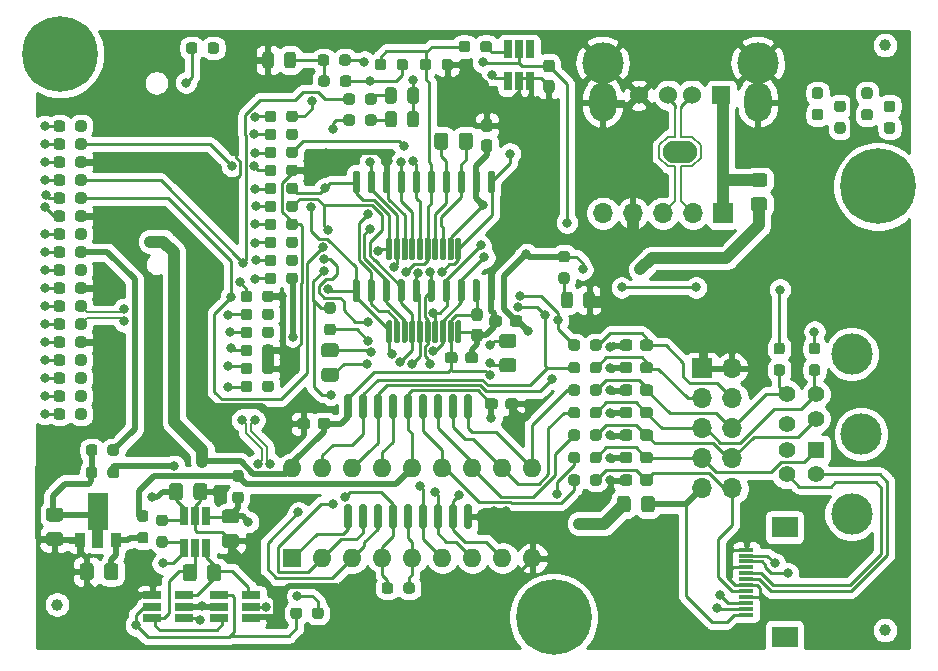
<source format=gtl>
%TF.GenerationSoftware,KiCad,Pcbnew,5.1.12-84ad8e8a86~92~ubuntu20.04.1*%
%TF.CreationDate,2021-12-07T00:39:57-06:00*%
%TF.ProjectId,serial_rewind_d2,73657269-616c-45f7-9265-77696e645f64,rev?*%
%TF.SameCoordinates,Original*%
%TF.FileFunction,Copper,L1,Top*%
%TF.FilePolarity,Positive*%
%FSLAX46Y46*%
G04 Gerber Fmt 4.6, Leading zero omitted, Abs format (unit mm)*
G04 Created by KiCad (PCBNEW 5.1.12-84ad8e8a86~92~ubuntu20.04.1) date 2021-12-07 00:39:57*
%MOMM*%
%LPD*%
G01*
G04 APERTURE LIST*
%TA.AperFunction,SMDPad,CuDef*%
%ADD10R,1.300000X0.300000*%
%TD*%
%TA.AperFunction,SMDPad,CuDef*%
%ADD11R,2.200000X1.800000*%
%TD*%
%TA.AperFunction,SMDPad,CuDef*%
%ADD12R,1.560000X0.650000*%
%TD*%
%TA.AperFunction,SMDPad,CuDef*%
%ADD13R,0.650000X1.560000*%
%TD*%
%TA.AperFunction,ComponentPad*%
%ADD14O,1.600000X1.600000*%
%TD*%
%TA.AperFunction,ComponentPad*%
%ADD15R,1.600000X1.600000*%
%TD*%
%TA.AperFunction,ComponentPad*%
%ADD16O,1.700000X1.700000*%
%TD*%
%TA.AperFunction,ComponentPad*%
%ADD17R,1.700000X1.700000*%
%TD*%
%TA.AperFunction,SMDPad,CuDef*%
%ADD18C,1.000000*%
%TD*%
%TA.AperFunction,SMDPad,CuDef*%
%ADD19R,0.900000X1.300000*%
%TD*%
%TA.AperFunction,SMDPad,CuDef*%
%ADD20C,0.150000*%
%TD*%
%TA.AperFunction,ComponentPad*%
%ADD21C,6.400000*%
%TD*%
%TA.AperFunction,ComponentPad*%
%ADD22C,3.500000*%
%TD*%
%TA.AperFunction,ComponentPad*%
%ADD23C,1.422400*%
%TD*%
%TA.AperFunction,ComponentPad*%
%ADD24R,1.422400X1.422400*%
%TD*%
%TA.AperFunction,ComponentPad*%
%ADD25R,1.524000X1.524000*%
%TD*%
%TA.AperFunction,ComponentPad*%
%ADD26C,1.524000*%
%TD*%
%TA.AperFunction,ComponentPad*%
%ADD27O,2.300000X3.300000*%
%TD*%
%TA.AperFunction,ComponentPad*%
%ADD28O,2.900000X1.900000*%
%TD*%
%TA.AperFunction,ViaPad*%
%ADD29C,0.800000*%
%TD*%
%TA.AperFunction,Conductor*%
%ADD30C,0.250000*%
%TD*%
%TA.AperFunction,Conductor*%
%ADD31C,1.000000*%
%TD*%
%TA.AperFunction,Conductor*%
%ADD32C,0.500000*%
%TD*%
%TA.AperFunction,Conductor*%
%ADD33C,0.200000*%
%TD*%
%TA.AperFunction,Conductor*%
%ADD34C,0.254000*%
%TD*%
%TA.AperFunction,Conductor*%
%ADD35C,0.150000*%
%TD*%
G04 APERTURE END LIST*
D10*
%TO.P,J7,12*%
%TO.N,GND*%
X110672000Y-144570000D03*
%TO.P,J7,11*%
%TO.N,/RXD+*%
X110672000Y-145070000D03*
%TO.P,J7,10*%
%TO.N,/RXD-*%
X110672000Y-145570000D03*
%TO.P,J7,9*%
%TO.N,GND*%
X110672000Y-146070000D03*
%TO.P,J7,8*%
%TO.N,/TXD+*%
X110672000Y-146570000D03*
%TO.P,J7,7*%
%TO.N,/TXD-*%
X110672000Y-147070000D03*
%TO.P,J7,6*%
%TO.N,GND*%
X110672000Y-147570000D03*
%TO.P,J7,5*%
%TO.N,/GPi*%
X110672000Y-148070000D03*
%TO.P,J7,4*%
%TO.N,GND*%
X110672000Y-148570000D03*
%TO.P,J7,3*%
%TO.N,/HSKi*%
X110672000Y-149070000D03*
%TO.P,J7,2*%
%TO.N,/HSKo*%
X110672000Y-149570000D03*
%TO.P,J7,1*%
%TO.N,+5VL*%
X110672000Y-150070000D03*
D11*
%TO.P,J7,MP*%
%TO.N,N/C*%
X113922000Y-151970000D03*
X113922000Y-142670000D03*
%TD*%
%TO.P,R63,2*%
%TO.N,Net-(R63-Pad2)*%
%TA.AperFunction,SMDPad,CuDef*%
G36*
G01*
X123046500Y-107525000D02*
X122571500Y-107525000D01*
G75*
G02*
X122334000Y-107287500I0J237500D01*
G01*
X122334000Y-106787500D01*
G75*
G02*
X122571500Y-106550000I237500J0D01*
G01*
X123046500Y-106550000D01*
G75*
G02*
X123284000Y-106787500I0J-237500D01*
G01*
X123284000Y-107287500D01*
G75*
G02*
X123046500Y-107525000I-237500J0D01*
G01*
G37*
%TD.AperFunction*%
%TO.P,R63,1*%
%TO.N,Net-(R63-Pad1)*%
%TA.AperFunction,SMDPad,CuDef*%
G36*
G01*
X123046500Y-109350000D02*
X122571500Y-109350000D01*
G75*
G02*
X122334000Y-109112500I0J237500D01*
G01*
X122334000Y-108612500D01*
G75*
G02*
X122571500Y-108375000I237500J0D01*
G01*
X123046500Y-108375000D01*
G75*
G02*
X123284000Y-108612500I0J-237500D01*
G01*
X123284000Y-109112500D01*
G75*
G02*
X123046500Y-109350000I-237500J0D01*
G01*
G37*
%TD.AperFunction*%
%TD*%
%TO.P,R62,2*%
%TO.N,Net-(R62-Pad2)*%
%TA.AperFunction,SMDPad,CuDef*%
G36*
G01*
X121141500Y-106405500D02*
X120666500Y-106405500D01*
G75*
G02*
X120429000Y-106168000I0J237500D01*
G01*
X120429000Y-105668000D01*
G75*
G02*
X120666500Y-105430500I237500J0D01*
G01*
X121141500Y-105430500D01*
G75*
G02*
X121379000Y-105668000I0J-237500D01*
G01*
X121379000Y-106168000D01*
G75*
G02*
X121141500Y-106405500I-237500J0D01*
G01*
G37*
%TD.AperFunction*%
%TO.P,R62,1*%
%TO.N,Net-(R62-Pad1)*%
%TA.AperFunction,SMDPad,CuDef*%
G36*
G01*
X121141500Y-108230500D02*
X120666500Y-108230500D01*
G75*
G02*
X120429000Y-107993000I0J237500D01*
G01*
X120429000Y-107493000D01*
G75*
G02*
X120666500Y-107255500I237500J0D01*
G01*
X121141500Y-107255500D01*
G75*
G02*
X121379000Y-107493000I0J-237500D01*
G01*
X121379000Y-107993000D01*
G75*
G02*
X121141500Y-108230500I-237500J0D01*
G01*
G37*
%TD.AperFunction*%
%TD*%
%TO.P,R61,2*%
%TO.N,Net-(R61-Pad2)*%
%TA.AperFunction,SMDPad,CuDef*%
G36*
G01*
X118855500Y-107525000D02*
X118380500Y-107525000D01*
G75*
G02*
X118143000Y-107287500I0J237500D01*
G01*
X118143000Y-106787500D01*
G75*
G02*
X118380500Y-106550000I237500J0D01*
G01*
X118855500Y-106550000D01*
G75*
G02*
X119093000Y-106787500I0J-237500D01*
G01*
X119093000Y-107287500D01*
G75*
G02*
X118855500Y-107525000I-237500J0D01*
G01*
G37*
%TD.AperFunction*%
%TO.P,R61,1*%
%TO.N,Net-(R61-Pad1)*%
%TA.AperFunction,SMDPad,CuDef*%
G36*
G01*
X118855500Y-109350000D02*
X118380500Y-109350000D01*
G75*
G02*
X118143000Y-109112500I0J237500D01*
G01*
X118143000Y-108612500D01*
G75*
G02*
X118380500Y-108375000I237500J0D01*
G01*
X118855500Y-108375000D01*
G75*
G02*
X119093000Y-108612500I0J-237500D01*
G01*
X119093000Y-109112500D01*
G75*
G02*
X118855500Y-109350000I-237500J0D01*
G01*
G37*
%TD.AperFunction*%
%TD*%
%TO.P,R60,2*%
%TO.N,Net-(R60-Pad2)*%
%TA.AperFunction,SMDPad,CuDef*%
G36*
G01*
X116950500Y-106405500D02*
X116475500Y-106405500D01*
G75*
G02*
X116238000Y-106168000I0J237500D01*
G01*
X116238000Y-105668000D01*
G75*
G02*
X116475500Y-105430500I237500J0D01*
G01*
X116950500Y-105430500D01*
G75*
G02*
X117188000Y-105668000I0J-237500D01*
G01*
X117188000Y-106168000D01*
G75*
G02*
X116950500Y-106405500I-237500J0D01*
G01*
G37*
%TD.AperFunction*%
%TO.P,R60,1*%
%TO.N,Net-(R60-Pad1)*%
%TA.AperFunction,SMDPad,CuDef*%
G36*
G01*
X116950500Y-108230500D02*
X116475500Y-108230500D01*
G75*
G02*
X116238000Y-107993000I0J237500D01*
G01*
X116238000Y-107493000D01*
G75*
G02*
X116475500Y-107255500I237500J0D01*
G01*
X116950500Y-107255500D01*
G75*
G02*
X117188000Y-107493000I0J-237500D01*
G01*
X117188000Y-107993000D01*
G75*
G02*
X116950500Y-108230500I-237500J0D01*
G01*
G37*
%TD.AperFunction*%
%TD*%
D12*
%TO.P,U10,5*%
%TO.N,+5V*%
X66061600Y-149402800D03*
%TO.P,U10,6*%
%TO.N,/power/-5V_C1+*%
X66061600Y-150352800D03*
%TO.P,U10,4*%
%TO.N,/power/-5V_EN*%
X66061600Y-148452800D03*
%TO.P,U10,3*%
%TO.N,/power/-5V_C1-*%
X68761600Y-148452800D03*
%TO.P,U10,2*%
%TO.N,/power/-5V_INV*%
X68761600Y-149402800D03*
%TO.P,U10,1*%
%TO.N,GND*%
X68761600Y-150352800D03*
%TD*%
%TO.P,U9,5*%
%TO.N,/power/-5V_EN*%
X60405200Y-149402800D03*
%TO.P,U9,6*%
%TO.N,/power/-5V_C1+*%
X60405200Y-150352800D03*
%TO.P,U9,4*%
%TO.N,GND*%
X60405200Y-148452800D03*
%TO.P,U9,3*%
%TO.N,/power/-5V_C1-*%
X63105200Y-148452800D03*
%TO.P,U9,2*%
%TO.N,+5V*%
X63105200Y-149402800D03*
%TO.P,U9,1*%
%TO.N,/power/-5V_INV*%
X63105200Y-150352800D03*
%TD*%
D13*
%TO.P,U8,5*%
%TO.N,+5V*%
X91440000Y-102218500D03*
%TO.P,U8,6*%
%TO.N,Net-(R59-Pad2)*%
X90490000Y-102218500D03*
%TO.P,U8,4*%
%TO.N,Net-(U8-Pad4)*%
X92390000Y-102218500D03*
%TO.P,U8,3*%
%TO.N,GND*%
X92390000Y-104918500D03*
%TO.P,U8,2*%
X91440000Y-104918500D03*
%TO.P,U8,1*%
%TO.N,COMM_SHDN*%
X90490000Y-104918500D03*
%TD*%
%TO.P,U6,5*%
%TO.N,/power/-5V_C1+*%
X64008000Y-144466300D03*
%TO.P,U6,6*%
%TO.N,/power/-5V_C1-*%
X64958000Y-144466300D03*
%TO.P,U6,4*%
%TO.N,/power/-5V_EN*%
X63058000Y-144466300D03*
%TO.P,U6,3*%
%TO.N,+5V*%
X63058000Y-141766300D03*
%TO.P,U6,2*%
%TO.N,GND*%
X64008000Y-141766300D03*
%TO.P,U6,1*%
%TO.N,/power/-5V_INV*%
X64958000Y-141766300D03*
%TD*%
%TO.P,C2,1*%
%TO.N,/power/-5V_C1-*%
%TA.AperFunction,SMDPad,CuDef*%
G36*
G01*
X66217200Y-146057600D02*
X66217200Y-147007600D01*
G75*
G02*
X65967200Y-147257600I-250000J0D01*
G01*
X65292200Y-147257600D01*
G75*
G02*
X65042200Y-147007600I0J250000D01*
G01*
X65042200Y-146057600D01*
G75*
G02*
X65292200Y-145807600I250000J0D01*
G01*
X65967200Y-145807600D01*
G75*
G02*
X66217200Y-146057600I0J-250000D01*
G01*
G37*
%TD.AperFunction*%
%TO.P,C2,2*%
%TO.N,/power/-5V_C1+*%
%TA.AperFunction,SMDPad,CuDef*%
G36*
G01*
X64142200Y-146057600D02*
X64142200Y-147007600D01*
G75*
G02*
X63892200Y-147257600I-250000J0D01*
G01*
X63217200Y-147257600D01*
G75*
G02*
X62967200Y-147007600I0J250000D01*
G01*
X62967200Y-146057600D01*
G75*
G02*
X63217200Y-145807600I250000J0D01*
G01*
X63892200Y-145807600D01*
G75*
G02*
X64142200Y-146057600I0J-250000D01*
G01*
G37*
%TD.AperFunction*%
%TD*%
%TO.P,R50,1*%
%TO.N,COMM_SHDN*%
%TA.AperFunction,SMDPad,CuDef*%
G36*
G01*
X74893000Y-149724100D02*
X74893000Y-150199100D01*
G75*
G02*
X74655500Y-150436600I-237500J0D01*
G01*
X74155500Y-150436600D01*
G75*
G02*
X73918000Y-150199100I0J237500D01*
G01*
X73918000Y-149724100D01*
G75*
G02*
X74155500Y-149486600I237500J0D01*
G01*
X74655500Y-149486600D01*
G75*
G02*
X74893000Y-149724100I0J-237500D01*
G01*
G37*
%TD.AperFunction*%
%TO.P,R50,2*%
%TO.N,/power/-5V_EN*%
%TA.AperFunction,SMDPad,CuDef*%
G36*
G01*
X73068000Y-149724100D02*
X73068000Y-150199100D01*
G75*
G02*
X72830500Y-150436600I-237500J0D01*
G01*
X72330500Y-150436600D01*
G75*
G02*
X72093000Y-150199100I0J237500D01*
G01*
X72093000Y-149724100D01*
G75*
G02*
X72330500Y-149486600I237500J0D01*
G01*
X72830500Y-149486600D01*
G75*
G02*
X73068000Y-149724100I0J-237500D01*
G01*
G37*
%TD.AperFunction*%
%TD*%
%TO.P,R51,2*%
%TO.N,+5V*%
%TA.AperFunction,SMDPad,CuDef*%
G36*
G01*
X61451500Y-142578900D02*
X60976500Y-142578900D01*
G75*
G02*
X60739000Y-142341400I0J237500D01*
G01*
X60739000Y-141841400D01*
G75*
G02*
X60976500Y-141603900I237500J0D01*
G01*
X61451500Y-141603900D01*
G75*
G02*
X61689000Y-141841400I0J-237500D01*
G01*
X61689000Y-142341400D01*
G75*
G02*
X61451500Y-142578900I-237500J0D01*
G01*
G37*
%TD.AperFunction*%
%TO.P,R51,1*%
%TO.N,/power/-5V_EN*%
%TA.AperFunction,SMDPad,CuDef*%
G36*
G01*
X61451500Y-144403900D02*
X60976500Y-144403900D01*
G75*
G02*
X60739000Y-144166400I0J237500D01*
G01*
X60739000Y-143666400D01*
G75*
G02*
X60976500Y-143428900I237500J0D01*
G01*
X61451500Y-143428900D01*
G75*
G02*
X61689000Y-143666400I0J-237500D01*
G01*
X61689000Y-144166400D01*
G75*
G02*
X61451500Y-144403900I-237500J0D01*
G01*
G37*
%TD.AperFunction*%
%TD*%
D14*
%TO.P,U7,18*%
%TO.N,+5V*%
X72263000Y-137668000D03*
%TO.P,U7,9*%
%TO.N,GND*%
X92583000Y-145288000D03*
%TO.P,U7,17*%
%TO.N,PHY_TXD-*%
X74803000Y-137668000D03*
%TO.P,U7,8*%
%TO.N,COMM_RXD*%
X90043000Y-145288000D03*
%TO.P,U7,16*%
%TO.N,PHY_TXD+*%
X77343000Y-137668000D03*
%TO.P,U7,7*%
%TO.N,COMM_TRXC*%
X87503000Y-145288000D03*
%TO.P,U7,15*%
%TO.N,PHY_HSKo*%
X79883000Y-137668000D03*
%TO.P,U7,6*%
%TO.N,~COMM_GPIO_L*%
X84963000Y-145288000D03*
%TO.P,U7,14*%
%TO.N,-5V*%
X82423000Y-137668000D03*
%TO.P,U7,5*%
%TO.N,/transceivers/RXEN_216*%
X82423000Y-145288000D03*
%TO.P,U7,13*%
%TO.N,PHY_GPi*%
X84963000Y-137668000D03*
%TO.P,U7,4*%
%TO.N,~COMM_SHDN*%
X79883000Y-145288000D03*
%TO.P,U7,12*%
%TO.N,PHY_HSKi*%
X87503000Y-137668000D03*
%TO.P,U7,3*%
%TO.N,~COMM_RTS*%
X77343000Y-145288000D03*
%TO.P,U7,11*%
%TO.N,PHY_RXD-*%
X90043000Y-137668000D03*
%TO.P,U7,2*%
%TO.N,~COMM_DTR*%
X74803000Y-145288000D03*
%TO.P,U7,10*%
%TO.N,PHY_RXD+*%
X92583000Y-137668000D03*
D15*
%TO.P,U7,1*%
%TO.N,~COMM_TXD*%
X72263000Y-145288000D03*
%TD*%
%TO.P,R59,2*%
%TO.N,Net-(R59-Pad2)*%
%TA.AperFunction,SMDPad,CuDef*%
G36*
G01*
X88158500Y-102218500D02*
X88158500Y-101743500D01*
G75*
G02*
X88396000Y-101506000I237500J0D01*
G01*
X88896000Y-101506000D01*
G75*
G02*
X89133500Y-101743500I0J-237500D01*
G01*
X89133500Y-102218500D01*
G75*
G02*
X88896000Y-102456000I-237500J0D01*
G01*
X88396000Y-102456000D01*
G75*
G02*
X88158500Y-102218500I0J237500D01*
G01*
G37*
%TD.AperFunction*%
%TO.P,R59,1*%
%TO.N,~COMM_SHDN*%
%TA.AperFunction,SMDPad,CuDef*%
G36*
G01*
X86333500Y-102218500D02*
X86333500Y-101743500D01*
G75*
G02*
X86571000Y-101506000I237500J0D01*
G01*
X87071000Y-101506000D01*
G75*
G02*
X87308500Y-101743500I0J-237500D01*
G01*
X87308500Y-102218500D01*
G75*
G02*
X87071000Y-102456000I-237500J0D01*
G01*
X86571000Y-102456000D01*
G75*
G02*
X86333500Y-102218500I0J237500D01*
G01*
G37*
%TD.AperFunction*%
%TD*%
%TO.P,R58,2*%
%TO.N,/RXD-*%
%TA.AperFunction,SMDPad,CuDef*%
G36*
G01*
X116221500Y-128885500D02*
X116696500Y-128885500D01*
G75*
G02*
X116934000Y-129123000I0J-237500D01*
G01*
X116934000Y-129623000D01*
G75*
G02*
X116696500Y-129860500I-237500J0D01*
G01*
X116221500Y-129860500D01*
G75*
G02*
X115984000Y-129623000I0J237500D01*
G01*
X115984000Y-129123000D01*
G75*
G02*
X116221500Y-128885500I237500J0D01*
G01*
G37*
%TD.AperFunction*%
%TO.P,R58,1*%
%TO.N,-5V*%
%TA.AperFunction,SMDPad,CuDef*%
G36*
G01*
X116221500Y-127060500D02*
X116696500Y-127060500D01*
G75*
G02*
X116934000Y-127298000I0J-237500D01*
G01*
X116934000Y-127798000D01*
G75*
G02*
X116696500Y-128035500I-237500J0D01*
G01*
X116221500Y-128035500D01*
G75*
G02*
X115984000Y-127798000I0J237500D01*
G01*
X115984000Y-127298000D01*
G75*
G02*
X116221500Y-127060500I237500J0D01*
G01*
G37*
%TD.AperFunction*%
%TD*%
%TO.P,R57,2*%
%TO.N,/RXD+*%
%TA.AperFunction,SMDPad,CuDef*%
G36*
G01*
X113237000Y-128885500D02*
X113712000Y-128885500D01*
G75*
G02*
X113949500Y-129123000I0J-237500D01*
G01*
X113949500Y-129623000D01*
G75*
G02*
X113712000Y-129860500I-237500J0D01*
G01*
X113237000Y-129860500D01*
G75*
G02*
X112999500Y-129623000I0J237500D01*
G01*
X112999500Y-129123000D01*
G75*
G02*
X113237000Y-128885500I237500J0D01*
G01*
G37*
%TD.AperFunction*%
%TO.P,R57,1*%
%TO.N,+5V*%
%TA.AperFunction,SMDPad,CuDef*%
G36*
G01*
X113237000Y-127060500D02*
X113712000Y-127060500D01*
G75*
G02*
X113949500Y-127298000I0J-237500D01*
G01*
X113949500Y-127798000D01*
G75*
G02*
X113712000Y-128035500I-237500J0D01*
G01*
X113237000Y-128035500D01*
G75*
G02*
X112999500Y-127798000I0J237500D01*
G01*
X112999500Y-127298000D01*
G75*
G02*
X113237000Y-127060500I237500J0D01*
G01*
G37*
%TD.AperFunction*%
%TD*%
%TO.P,C22,2*%
%TO.N,GND*%
%TA.AperFunction,SMDPad,CuDef*%
G36*
G01*
X93742500Y-104819500D02*
X94217500Y-104819500D01*
G75*
G02*
X94455000Y-105057000I0J-237500D01*
G01*
X94455000Y-105657000D01*
G75*
G02*
X94217500Y-105894500I-237500J0D01*
G01*
X93742500Y-105894500D01*
G75*
G02*
X93505000Y-105657000I0J237500D01*
G01*
X93505000Y-105057000D01*
G75*
G02*
X93742500Y-104819500I237500J0D01*
G01*
G37*
%TD.AperFunction*%
%TO.P,C22,1*%
%TO.N,+5V*%
%TA.AperFunction,SMDPad,CuDef*%
G36*
G01*
X93742500Y-103094500D02*
X94217500Y-103094500D01*
G75*
G02*
X94455000Y-103332000I0J-237500D01*
G01*
X94455000Y-103932000D01*
G75*
G02*
X94217500Y-104169500I-237500J0D01*
G01*
X93742500Y-104169500D01*
G75*
G02*
X93505000Y-103932000I0J237500D01*
G01*
X93505000Y-103332000D01*
G75*
G02*
X93742500Y-103094500I237500J0D01*
G01*
G37*
%TD.AperFunction*%
%TD*%
D16*
%TO.P,J4,10*%
%TO.N,/GPi*%
X109474000Y-139382500D03*
%TO.P,J4,9*%
%TO.N,+5VL*%
X106934000Y-139382500D03*
%TO.P,J4,8*%
%TO.N,/HSKi*%
X109474000Y-136842500D03*
%TO.P,J4,7*%
%TO.N,/HSKo*%
X106934000Y-136842500D03*
%TO.P,J4,6*%
%TO.N,/RXD+*%
X109474000Y-134302500D03*
%TO.P,J4,5*%
%TO.N,/RXD-*%
X106934000Y-134302500D03*
%TO.P,J4,4*%
%TO.N,/TXD+*%
X109474000Y-131762500D03*
%TO.P,J4,3*%
%TO.N,/TXD-*%
X106934000Y-131762500D03*
%TO.P,J4,2*%
%TO.N,GND*%
X109474000Y-129222500D03*
D17*
%TO.P,J4,1*%
X106934000Y-129222500D03*
%TD*%
%TO.P,R56,2*%
%TO.N,Net-(D4-Pad1)*%
%TA.AperFunction,SMDPad,CuDef*%
G36*
G01*
X78403000Y-106663500D02*
X78403000Y-106188500D01*
G75*
G02*
X78640500Y-105951000I237500J0D01*
G01*
X79140500Y-105951000D01*
G75*
G02*
X79378000Y-106188500I0J-237500D01*
G01*
X79378000Y-106663500D01*
G75*
G02*
X79140500Y-106901000I-237500J0D01*
G01*
X78640500Y-106901000D01*
G75*
G02*
X78403000Y-106663500I0J237500D01*
G01*
G37*
%TD.AperFunction*%
%TO.P,R56,1*%
%TO.N,COMM_RXD*%
%TA.AperFunction,SMDPad,CuDef*%
G36*
G01*
X76578000Y-106663500D02*
X76578000Y-106188500D01*
G75*
G02*
X76815500Y-105951000I237500J0D01*
G01*
X77315500Y-105951000D01*
G75*
G02*
X77553000Y-106188500I0J-237500D01*
G01*
X77553000Y-106663500D01*
G75*
G02*
X77315500Y-106901000I-237500J0D01*
G01*
X76815500Y-106901000D01*
G75*
G02*
X76578000Y-106663500I0J237500D01*
G01*
G37*
%TD.AperFunction*%
%TD*%
%TO.P,R55,2*%
%TO.N,Net-(D3-Pad1)*%
%TA.AperFunction,SMDPad,CuDef*%
G36*
G01*
X78403000Y-108441500D02*
X78403000Y-107966500D01*
G75*
G02*
X78640500Y-107729000I237500J0D01*
G01*
X79140500Y-107729000D01*
G75*
G02*
X79378000Y-107966500I0J-237500D01*
G01*
X79378000Y-108441500D01*
G75*
G02*
X79140500Y-108679000I-237500J0D01*
G01*
X78640500Y-108679000D01*
G75*
G02*
X78403000Y-108441500I0J237500D01*
G01*
G37*
%TD.AperFunction*%
%TO.P,R55,1*%
%TO.N,~COMM_TXD*%
%TA.AperFunction,SMDPad,CuDef*%
G36*
G01*
X76578000Y-108441500D02*
X76578000Y-107966500D01*
G75*
G02*
X76815500Y-107729000I237500J0D01*
G01*
X77315500Y-107729000D01*
G75*
G02*
X77553000Y-107966500I0J-237500D01*
G01*
X77553000Y-108441500D01*
G75*
G02*
X77315500Y-108679000I-237500J0D01*
G01*
X76815500Y-108679000D01*
G75*
G02*
X76578000Y-108441500I0J237500D01*
G01*
G37*
%TD.AperFunction*%
%TD*%
%TO.P,D4,2*%
%TO.N,+5V*%
%TA.AperFunction,SMDPad,CuDef*%
G36*
G01*
X81984000Y-106577450D02*
X81984000Y-105664950D01*
G75*
G02*
X82227750Y-105421200I243750J0D01*
G01*
X82715250Y-105421200D01*
G75*
G02*
X82959000Y-105664950I0J-243750D01*
G01*
X82959000Y-106577450D01*
G75*
G02*
X82715250Y-106821200I-243750J0D01*
G01*
X82227750Y-106821200D01*
G75*
G02*
X81984000Y-106577450I0J243750D01*
G01*
G37*
%TD.AperFunction*%
%TO.P,D4,1*%
%TO.N,Net-(D4-Pad1)*%
%TA.AperFunction,SMDPad,CuDef*%
G36*
G01*
X80109000Y-106577450D02*
X80109000Y-105664950D01*
G75*
G02*
X80352750Y-105421200I243750J0D01*
G01*
X80840250Y-105421200D01*
G75*
G02*
X81084000Y-105664950I0J-243750D01*
G01*
X81084000Y-106577450D01*
G75*
G02*
X80840250Y-106821200I-243750J0D01*
G01*
X80352750Y-106821200D01*
G75*
G02*
X80109000Y-106577450I0J243750D01*
G01*
G37*
%TD.AperFunction*%
%TD*%
%TO.P,D3,2*%
%TO.N,+5V*%
%TA.AperFunction,SMDPad,CuDef*%
G36*
G01*
X81984000Y-108584050D02*
X81984000Y-107671550D01*
G75*
G02*
X82227750Y-107427800I243750J0D01*
G01*
X82715250Y-107427800D01*
G75*
G02*
X82959000Y-107671550I0J-243750D01*
G01*
X82959000Y-108584050D01*
G75*
G02*
X82715250Y-108827800I-243750J0D01*
G01*
X82227750Y-108827800D01*
G75*
G02*
X81984000Y-108584050I0J243750D01*
G01*
G37*
%TD.AperFunction*%
%TO.P,D3,1*%
%TO.N,Net-(D3-Pad1)*%
%TA.AperFunction,SMDPad,CuDef*%
G36*
G01*
X80109000Y-108584050D02*
X80109000Y-107671550D01*
G75*
G02*
X80352750Y-107427800I243750J0D01*
G01*
X80840250Y-107427800D01*
G75*
G02*
X81084000Y-107671550I0J-243750D01*
G01*
X81084000Y-108584050D01*
G75*
G02*
X80840250Y-108827800I-243750J0D01*
G01*
X80352750Y-108827800D01*
G75*
G02*
X80109000Y-108584050I0J243750D01*
G01*
G37*
%TD.AperFunction*%
%TD*%
D18*
%TO.P,FID5,*%
%TO.N,*%
X52324000Y-149225000D03*
%TD*%
%TO.P,FID3,*%
%TO.N,*%
X122428000Y-151384000D03*
%TD*%
%TO.P,FID1,*%
%TO.N,*%
X122428000Y-101854000D03*
%TD*%
%TO.P,C1,2*%
%TO.N,GND*%
%TA.AperFunction,SMDPad,CuDef*%
G36*
G01*
X90291800Y-132469900D02*
X90291800Y-131994900D01*
G75*
G02*
X90529300Y-131757400I237500J0D01*
G01*
X91129300Y-131757400D01*
G75*
G02*
X91366800Y-131994900I0J-237500D01*
G01*
X91366800Y-132469900D01*
G75*
G02*
X91129300Y-132707400I-237500J0D01*
G01*
X90529300Y-132707400D01*
G75*
G02*
X90291800Y-132469900I0J237500D01*
G01*
G37*
%TD.AperFunction*%
%TO.P,C1,1*%
%TO.N,-5V*%
%TA.AperFunction,SMDPad,CuDef*%
G36*
G01*
X88566800Y-132469900D02*
X88566800Y-131994900D01*
G75*
G02*
X88804300Y-131757400I237500J0D01*
G01*
X89404300Y-131757400D01*
G75*
G02*
X89641800Y-131994900I0J-237500D01*
G01*
X89641800Y-132469900D01*
G75*
G02*
X89404300Y-132707400I-237500J0D01*
G01*
X88804300Y-132707400D01*
G75*
G02*
X88566800Y-132469900I0J237500D01*
G01*
G37*
%TD.AperFunction*%
%TD*%
%TO.P,C3,2*%
%TO.N,/GPi*%
%TA.AperFunction,SMDPad,CuDef*%
G36*
G01*
X101697500Y-138921500D02*
X101697500Y-138446500D01*
G75*
G02*
X101935000Y-138209000I237500J0D01*
G01*
X102535000Y-138209000D01*
G75*
G02*
X102772500Y-138446500I0J-237500D01*
G01*
X102772500Y-138921500D01*
G75*
G02*
X102535000Y-139159000I-237500J0D01*
G01*
X101935000Y-139159000D01*
G75*
G02*
X101697500Y-138921500I0J237500D01*
G01*
G37*
%TD.AperFunction*%
%TO.P,C3,1*%
%TO.N,GND*%
%TA.AperFunction,SMDPad,CuDef*%
G36*
G01*
X99972500Y-138921500D02*
X99972500Y-138446500D01*
G75*
G02*
X100210000Y-138209000I237500J0D01*
G01*
X100810000Y-138209000D01*
G75*
G02*
X101047500Y-138446500I0J-237500D01*
G01*
X101047500Y-138921500D01*
G75*
G02*
X100810000Y-139159000I-237500J0D01*
G01*
X100210000Y-139159000D01*
G75*
G02*
X99972500Y-138921500I0J237500D01*
G01*
G37*
%TD.AperFunction*%
%TD*%
%TO.P,C4,2*%
%TO.N,GND*%
%TA.AperFunction,SMDPad,CuDef*%
G36*
G01*
X101047500Y-136541500D02*
X101047500Y-137016500D01*
G75*
G02*
X100810000Y-137254000I-237500J0D01*
G01*
X100210000Y-137254000D01*
G75*
G02*
X99972500Y-137016500I0J237500D01*
G01*
X99972500Y-136541500D01*
G75*
G02*
X100210000Y-136304000I237500J0D01*
G01*
X100810000Y-136304000D01*
G75*
G02*
X101047500Y-136541500I0J-237500D01*
G01*
G37*
%TD.AperFunction*%
%TO.P,C4,1*%
%TO.N,/HSKo*%
%TA.AperFunction,SMDPad,CuDef*%
G36*
G01*
X102772500Y-136541500D02*
X102772500Y-137016500D01*
G75*
G02*
X102535000Y-137254000I-237500J0D01*
G01*
X101935000Y-137254000D01*
G75*
G02*
X101697500Y-137016500I0J237500D01*
G01*
X101697500Y-136541500D01*
G75*
G02*
X101935000Y-136304000I237500J0D01*
G01*
X102535000Y-136304000D01*
G75*
G02*
X102772500Y-136541500I0J-237500D01*
G01*
G37*
%TD.AperFunction*%
%TD*%
%TO.P,C5,1*%
%TO.N,GND*%
%TA.AperFunction,SMDPad,CuDef*%
G36*
G01*
X99972500Y-135111500D02*
X99972500Y-134636500D01*
G75*
G02*
X100210000Y-134399000I237500J0D01*
G01*
X100810000Y-134399000D01*
G75*
G02*
X101047500Y-134636500I0J-237500D01*
G01*
X101047500Y-135111500D01*
G75*
G02*
X100810000Y-135349000I-237500J0D01*
G01*
X100210000Y-135349000D01*
G75*
G02*
X99972500Y-135111500I0J237500D01*
G01*
G37*
%TD.AperFunction*%
%TO.P,C5,2*%
%TO.N,/HSKi*%
%TA.AperFunction,SMDPad,CuDef*%
G36*
G01*
X101697500Y-135111500D02*
X101697500Y-134636500D01*
G75*
G02*
X101935000Y-134399000I237500J0D01*
G01*
X102535000Y-134399000D01*
G75*
G02*
X102772500Y-134636500I0J-237500D01*
G01*
X102772500Y-135111500D01*
G75*
G02*
X102535000Y-135349000I-237500J0D01*
G01*
X101935000Y-135349000D01*
G75*
G02*
X101697500Y-135111500I0J237500D01*
G01*
G37*
%TD.AperFunction*%
%TD*%
%TO.P,C6,1*%
%TO.N,/TXD+*%
%TA.AperFunction,SMDPad,CuDef*%
G36*
G01*
X102772500Y-127016500D02*
X102772500Y-127491500D01*
G75*
G02*
X102535000Y-127729000I-237500J0D01*
G01*
X101935000Y-127729000D01*
G75*
G02*
X101697500Y-127491500I0J237500D01*
G01*
X101697500Y-127016500D01*
G75*
G02*
X101935000Y-126779000I237500J0D01*
G01*
X102535000Y-126779000D01*
G75*
G02*
X102772500Y-127016500I0J-237500D01*
G01*
G37*
%TD.AperFunction*%
%TO.P,C6,2*%
%TO.N,GND*%
%TA.AperFunction,SMDPad,CuDef*%
G36*
G01*
X101047500Y-127016500D02*
X101047500Y-127491500D01*
G75*
G02*
X100810000Y-127729000I-237500J0D01*
G01*
X100210000Y-127729000D01*
G75*
G02*
X99972500Y-127491500I0J237500D01*
G01*
X99972500Y-127016500D01*
G75*
G02*
X100210000Y-126779000I237500J0D01*
G01*
X100810000Y-126779000D01*
G75*
G02*
X101047500Y-127016500I0J-237500D01*
G01*
G37*
%TD.AperFunction*%
%TD*%
%TO.P,C7,2*%
%TO.N,/RXD+*%
%TA.AperFunction,SMDPad,CuDef*%
G36*
G01*
X101697500Y-131301500D02*
X101697500Y-130826500D01*
G75*
G02*
X101935000Y-130589000I237500J0D01*
G01*
X102535000Y-130589000D01*
G75*
G02*
X102772500Y-130826500I0J-237500D01*
G01*
X102772500Y-131301500D01*
G75*
G02*
X102535000Y-131539000I-237500J0D01*
G01*
X101935000Y-131539000D01*
G75*
G02*
X101697500Y-131301500I0J237500D01*
G01*
G37*
%TD.AperFunction*%
%TO.P,C7,1*%
%TO.N,GND*%
%TA.AperFunction,SMDPad,CuDef*%
G36*
G01*
X99972500Y-131301500D02*
X99972500Y-130826500D01*
G75*
G02*
X100210000Y-130589000I237500J0D01*
G01*
X100810000Y-130589000D01*
G75*
G02*
X101047500Y-130826500I0J-237500D01*
G01*
X101047500Y-131301500D01*
G75*
G02*
X100810000Y-131539000I-237500J0D01*
G01*
X100210000Y-131539000D01*
G75*
G02*
X99972500Y-131301500I0J237500D01*
G01*
G37*
%TD.AperFunction*%
%TD*%
%TO.P,C8,2*%
%TO.N,GND*%
%TA.AperFunction,SMDPad,CuDef*%
G36*
G01*
X101047500Y-128921500D02*
X101047500Y-129396500D01*
G75*
G02*
X100810000Y-129634000I-237500J0D01*
G01*
X100210000Y-129634000D01*
G75*
G02*
X99972500Y-129396500I0J237500D01*
G01*
X99972500Y-128921500D01*
G75*
G02*
X100210000Y-128684000I237500J0D01*
G01*
X100810000Y-128684000D01*
G75*
G02*
X101047500Y-128921500I0J-237500D01*
G01*
G37*
%TD.AperFunction*%
%TO.P,C8,1*%
%TO.N,/TXD-*%
%TA.AperFunction,SMDPad,CuDef*%
G36*
G01*
X102772500Y-128921500D02*
X102772500Y-129396500D01*
G75*
G02*
X102535000Y-129634000I-237500J0D01*
G01*
X101935000Y-129634000D01*
G75*
G02*
X101697500Y-129396500I0J237500D01*
G01*
X101697500Y-128921500D01*
G75*
G02*
X101935000Y-128684000I237500J0D01*
G01*
X102535000Y-128684000D01*
G75*
G02*
X102772500Y-128921500I0J-237500D01*
G01*
G37*
%TD.AperFunction*%
%TD*%
%TO.P,C9,1*%
%TO.N,GND*%
%TA.AperFunction,SMDPad,CuDef*%
G36*
G01*
X99972500Y-133206500D02*
X99972500Y-132731500D01*
G75*
G02*
X100210000Y-132494000I237500J0D01*
G01*
X100810000Y-132494000D01*
G75*
G02*
X101047500Y-132731500I0J-237500D01*
G01*
X101047500Y-133206500D01*
G75*
G02*
X100810000Y-133444000I-237500J0D01*
G01*
X100210000Y-133444000D01*
G75*
G02*
X99972500Y-133206500I0J237500D01*
G01*
G37*
%TD.AperFunction*%
%TO.P,C9,2*%
%TO.N,/RXD-*%
%TA.AperFunction,SMDPad,CuDef*%
G36*
G01*
X101697500Y-133206500D02*
X101697500Y-132731500D01*
G75*
G02*
X101935000Y-132494000I237500J0D01*
G01*
X102535000Y-132494000D01*
G75*
G02*
X102772500Y-132731500I0J-237500D01*
G01*
X102772500Y-133206500D01*
G75*
G02*
X102535000Y-133444000I-237500J0D01*
G01*
X101935000Y-133444000D01*
G75*
G02*
X101697500Y-133206500I0J237500D01*
G01*
G37*
%TD.AperFunction*%
%TD*%
%TO.P,D1,1*%
%TO.N,GND*%
%TA.AperFunction,SMDPad,CuDef*%
G36*
G01*
X69695000Y-103580250D02*
X69695000Y-102667750D01*
G75*
G02*
X69938750Y-102424000I243750J0D01*
G01*
X70426250Y-102424000D01*
G75*
G02*
X70670000Y-102667750I0J-243750D01*
G01*
X70670000Y-103580250D01*
G75*
G02*
X70426250Y-103824000I-243750J0D01*
G01*
X69938750Y-103824000D01*
G75*
G02*
X69695000Y-103580250I0J243750D01*
G01*
G37*
%TD.AperFunction*%
%TO.P,D1,2*%
%TO.N,Net-(D1-Pad2)*%
%TA.AperFunction,SMDPad,CuDef*%
G36*
G01*
X71570000Y-103580250D02*
X71570000Y-102667750D01*
G75*
G02*
X71813750Y-102424000I243750J0D01*
G01*
X72301250Y-102424000D01*
G75*
G02*
X72545000Y-102667750I0J-243750D01*
G01*
X72545000Y-103580250D01*
G75*
G02*
X72301250Y-103824000I-243750J0D01*
G01*
X71813750Y-103824000D01*
G75*
G02*
X71570000Y-103580250I0J243750D01*
G01*
G37*
%TD.AperFunction*%
%TD*%
%TO.P,F1,2*%
%TO.N,+5V*%
%TA.AperFunction,SMDPad,CuDef*%
G36*
G01*
X100887000Y-140265999D02*
X100887000Y-141166001D01*
G75*
G02*
X100637001Y-141416000I-249999J0D01*
G01*
X99986999Y-141416000D01*
G75*
G02*
X99737000Y-141166001I0J249999D01*
G01*
X99737000Y-140265999D01*
G75*
G02*
X99986999Y-140016000I249999J0D01*
G01*
X100637001Y-140016000D01*
G75*
G02*
X100887000Y-140265999I0J-249999D01*
G01*
G37*
%TD.AperFunction*%
%TO.P,F1,1*%
%TO.N,+5VL*%
%TA.AperFunction,SMDPad,CuDef*%
G36*
G01*
X102937000Y-140265999D02*
X102937000Y-141166001D01*
G75*
G02*
X102687001Y-141416000I-249999J0D01*
G01*
X102036999Y-141416000D01*
G75*
G02*
X101787000Y-141166001I0J249999D01*
G01*
X101787000Y-140265999D01*
G75*
G02*
X102036999Y-140016000I249999J0D01*
G01*
X102687001Y-140016000D01*
G75*
G02*
X102937000Y-140265999I0J-249999D01*
G01*
G37*
%TD.AperFunction*%
%TD*%
%TO.P,F2,1*%
%TO.N,VBUS*%
%TA.AperFunction,SMDPad,CuDef*%
G36*
G01*
X111309999Y-112700000D02*
X112210001Y-112700000D01*
G75*
G02*
X112460000Y-112949999I0J-249999D01*
G01*
X112460000Y-113600001D01*
G75*
G02*
X112210001Y-113850000I-249999J0D01*
G01*
X111309999Y-113850000D01*
G75*
G02*
X111060000Y-113600001I0J249999D01*
G01*
X111060000Y-112949999D01*
G75*
G02*
X111309999Y-112700000I249999J0D01*
G01*
G37*
%TD.AperFunction*%
%TO.P,F2,2*%
%TO.N,+5V*%
%TA.AperFunction,SMDPad,CuDef*%
G36*
G01*
X111309999Y-114750000D02*
X112210001Y-114750000D01*
G75*
G02*
X112460000Y-114999999I0J-249999D01*
G01*
X112460000Y-115650001D01*
G75*
G02*
X112210001Y-115900000I-249999J0D01*
G01*
X111309999Y-115900000D01*
G75*
G02*
X111060000Y-115650001I0J249999D01*
G01*
X111060000Y-114999999D01*
G75*
G02*
X111309999Y-114750000I249999J0D01*
G01*
G37*
%TD.AperFunction*%
%TD*%
D17*
%TO.P,J6,1*%
%TO.N,VBUS*%
X108712000Y-116078000D03*
D16*
%TO.P,J6,2*%
%TO.N,/USB-*%
X106172000Y-116078000D03*
%TO.P,J6,3*%
%TO.N,/USB+*%
X103632000Y-116078000D03*
%TO.P,J6,4*%
%TO.N,GND*%
X101092000Y-116078000D03*
%TO.P,J6,5*%
%TO.N,Net-(J6-Pad5)*%
X98552000Y-116078000D03*
%TD*%
%TO.P,R1,1*%
%TO.N,Net-(J1-Pad19)*%
%TA.AperFunction,SMDPad,CuDef*%
G36*
G01*
X69910500Y-118792000D02*
X69910500Y-118317000D01*
G75*
G02*
X70148000Y-118079500I237500J0D01*
G01*
X70648000Y-118079500D01*
G75*
G02*
X70885500Y-118317000I0J-237500D01*
G01*
X70885500Y-118792000D01*
G75*
G02*
X70648000Y-119029500I-237500J0D01*
G01*
X70148000Y-119029500D01*
G75*
G02*
X69910500Y-118792000I0J237500D01*
G01*
G37*
%TD.AperFunction*%
%TO.P,R1,2*%
%TO.N,/CLKOUT*%
%TA.AperFunction,SMDPad,CuDef*%
G36*
G01*
X71735500Y-118792000D02*
X71735500Y-118317000D01*
G75*
G02*
X71973000Y-118079500I237500J0D01*
G01*
X72473000Y-118079500D01*
G75*
G02*
X72710500Y-118317000I0J-237500D01*
G01*
X72710500Y-118792000D01*
G75*
G02*
X72473000Y-119029500I-237500J0D01*
G01*
X71973000Y-119029500D01*
G75*
G02*
X71735500Y-118792000I0J237500D01*
G01*
G37*
%TD.AperFunction*%
%TD*%
%TO.P,R2,2*%
%TO.N,/I2C_SCL*%
%TA.AperFunction,SMDPad,CuDef*%
G36*
G01*
X69703500Y-124888000D02*
X69703500Y-124413000D01*
G75*
G02*
X69941000Y-124175500I237500J0D01*
G01*
X70441000Y-124175500D01*
G75*
G02*
X70678500Y-124413000I0J-237500D01*
G01*
X70678500Y-124888000D01*
G75*
G02*
X70441000Y-125125500I-237500J0D01*
G01*
X69941000Y-125125500D01*
G75*
G02*
X69703500Y-124888000I0J237500D01*
G01*
G37*
%TD.AperFunction*%
%TO.P,R2,1*%
%TO.N,Net-(J1-Pad27)*%
%TA.AperFunction,SMDPad,CuDef*%
G36*
G01*
X67878500Y-124888000D02*
X67878500Y-124413000D01*
G75*
G02*
X68116000Y-124175500I237500J0D01*
G01*
X68616000Y-124175500D01*
G75*
G02*
X68853500Y-124413000I0J-237500D01*
G01*
X68853500Y-124888000D01*
G75*
G02*
X68616000Y-125125500I-237500J0D01*
G01*
X68116000Y-125125500D01*
G75*
G02*
X67878500Y-124888000I0J237500D01*
G01*
G37*
%TD.AperFunction*%
%TD*%
%TO.P,R3,1*%
%TO.N,Net-(J1-Pad35)*%
%TA.AperFunction,SMDPad,CuDef*%
G36*
G01*
X67878500Y-130984000D02*
X67878500Y-130509000D01*
G75*
G02*
X68116000Y-130271500I237500J0D01*
G01*
X68616000Y-130271500D01*
G75*
G02*
X68853500Y-130509000I0J-237500D01*
G01*
X68853500Y-130984000D01*
G75*
G02*
X68616000Y-131221500I-237500J0D01*
G01*
X68116000Y-131221500D01*
G75*
G02*
X67878500Y-130984000I0J237500D01*
G01*
G37*
%TD.AperFunction*%
%TO.P,R3,2*%
%TO.N,/AUX1*%
%TA.AperFunction,SMDPad,CuDef*%
G36*
G01*
X69703500Y-130984000D02*
X69703500Y-130509000D01*
G75*
G02*
X69941000Y-130271500I237500J0D01*
G01*
X70441000Y-130271500D01*
G75*
G02*
X70678500Y-130509000I0J-237500D01*
G01*
X70678500Y-130984000D01*
G75*
G02*
X70441000Y-131221500I-237500J0D01*
G01*
X69941000Y-131221500D01*
G75*
G02*
X69703500Y-130984000I0J237500D01*
G01*
G37*
%TD.AperFunction*%
%TD*%
%TO.P,R4,2*%
%TO.N,~COMM_DTR*%
%TA.AperFunction,SMDPad,CuDef*%
G36*
G01*
X71735500Y-111172000D02*
X71735500Y-110697000D01*
G75*
G02*
X71973000Y-110459500I237500J0D01*
G01*
X72473000Y-110459500D01*
G75*
G02*
X72710500Y-110697000I0J-237500D01*
G01*
X72710500Y-111172000D01*
G75*
G02*
X72473000Y-111409500I-237500J0D01*
G01*
X71973000Y-111409500D01*
G75*
G02*
X71735500Y-111172000I0J237500D01*
G01*
G37*
%TD.AperFunction*%
%TO.P,R4,1*%
%TO.N,Net-(J1-Pad9)*%
%TA.AperFunction,SMDPad,CuDef*%
G36*
G01*
X69910500Y-111172000D02*
X69910500Y-110697000D01*
G75*
G02*
X70148000Y-110459500I237500J0D01*
G01*
X70648000Y-110459500D01*
G75*
G02*
X70885500Y-110697000I0J-237500D01*
G01*
X70885500Y-111172000D01*
G75*
G02*
X70648000Y-111409500I-237500J0D01*
G01*
X70148000Y-111409500D01*
G75*
G02*
X69910500Y-111172000I0J237500D01*
G01*
G37*
%TD.AperFunction*%
%TD*%
%TO.P,R5,1*%
%TO.N,COMM_SHDN*%
%TA.AperFunction,SMDPad,CuDef*%
G36*
G01*
X82045000Y-103267500D02*
X82045000Y-103742500D01*
G75*
G02*
X81807500Y-103980000I-237500J0D01*
G01*
X81307500Y-103980000D01*
G75*
G02*
X81070000Y-103742500I0J237500D01*
G01*
X81070000Y-103267500D01*
G75*
G02*
X81307500Y-103030000I237500J0D01*
G01*
X81807500Y-103030000D01*
G75*
G02*
X82045000Y-103267500I0J-237500D01*
G01*
G37*
%TD.AperFunction*%
%TO.P,R5,2*%
%TO.N,~COMM_SHDN*%
%TA.AperFunction,SMDPad,CuDef*%
G36*
G01*
X80220000Y-103267500D02*
X80220000Y-103742500D01*
G75*
G02*
X79982500Y-103980000I-237500J0D01*
G01*
X79482500Y-103980000D01*
G75*
G02*
X79245000Y-103742500I0J237500D01*
G01*
X79245000Y-103267500D01*
G75*
G02*
X79482500Y-103030000I237500J0D01*
G01*
X79982500Y-103030000D01*
G75*
G02*
X80220000Y-103267500I0J-237500D01*
G01*
G37*
%TD.AperFunction*%
%TD*%
%TO.P,R6,2*%
%TO.N,~COMM_SHDN*%
%TA.AperFunction,SMDPad,CuDef*%
G36*
G01*
X84030000Y-103267500D02*
X84030000Y-103742500D01*
G75*
G02*
X83792500Y-103980000I-237500J0D01*
G01*
X83292500Y-103980000D01*
G75*
G02*
X83055000Y-103742500I0J237500D01*
G01*
X83055000Y-103267500D01*
G75*
G02*
X83292500Y-103030000I237500J0D01*
G01*
X83792500Y-103030000D01*
G75*
G02*
X84030000Y-103267500I0J-237500D01*
G01*
G37*
%TD.AperFunction*%
%TO.P,R6,1*%
%TO.N,GND*%
%TA.AperFunction,SMDPad,CuDef*%
G36*
G01*
X85855000Y-103267500D02*
X85855000Y-103742500D01*
G75*
G02*
X85617500Y-103980000I-237500J0D01*
G01*
X85117500Y-103980000D01*
G75*
G02*
X84880000Y-103742500I0J237500D01*
G01*
X84880000Y-103267500D01*
G75*
G02*
X85117500Y-103030000I237500J0D01*
G01*
X85617500Y-103030000D01*
G75*
G02*
X85855000Y-103267500I0J-237500D01*
G01*
G37*
%TD.AperFunction*%
%TD*%
%TO.P,R7,2*%
%TO.N,COMM_TRXC*%
%TA.AperFunction,SMDPad,CuDef*%
G36*
G01*
X71735500Y-115744000D02*
X71735500Y-115269000D01*
G75*
G02*
X71973000Y-115031500I237500J0D01*
G01*
X72473000Y-115031500D01*
G75*
G02*
X72710500Y-115269000I0J-237500D01*
G01*
X72710500Y-115744000D01*
G75*
G02*
X72473000Y-115981500I-237500J0D01*
G01*
X71973000Y-115981500D01*
G75*
G02*
X71735500Y-115744000I0J237500D01*
G01*
G37*
%TD.AperFunction*%
%TO.P,R7,1*%
%TO.N,Net-(J1-Pad15)*%
%TA.AperFunction,SMDPad,CuDef*%
G36*
G01*
X69910500Y-115744000D02*
X69910500Y-115269000D01*
G75*
G02*
X70148000Y-115031500I237500J0D01*
G01*
X70648000Y-115031500D01*
G75*
G02*
X70885500Y-115269000I0J-237500D01*
G01*
X70885500Y-115744000D01*
G75*
G02*
X70648000Y-115981500I-237500J0D01*
G01*
X70148000Y-115981500D01*
G75*
G02*
X69910500Y-115744000I0J237500D01*
G01*
G37*
%TD.AperFunction*%
%TD*%
%TO.P,R8,1*%
%TO.N,Net-(J1-Pad23)*%
%TA.AperFunction,SMDPad,CuDef*%
G36*
G01*
X69910500Y-121840000D02*
X69910500Y-121365000D01*
G75*
G02*
X70148000Y-121127500I237500J0D01*
G01*
X70648000Y-121127500D01*
G75*
G02*
X70885500Y-121365000I0J-237500D01*
G01*
X70885500Y-121840000D01*
G75*
G02*
X70648000Y-122077500I-237500J0D01*
G01*
X70148000Y-122077500D01*
G75*
G02*
X69910500Y-121840000I0J237500D01*
G01*
G37*
%TD.AperFunction*%
%TO.P,R8,2*%
%TO.N,-10V*%
%TA.AperFunction,SMDPad,CuDef*%
G36*
G01*
X71735500Y-121840000D02*
X71735500Y-121365000D01*
G75*
G02*
X71973000Y-121127500I237500J0D01*
G01*
X72473000Y-121127500D01*
G75*
G02*
X72710500Y-121365000I0J-237500D01*
G01*
X72710500Y-121840000D01*
G75*
G02*
X72473000Y-122077500I-237500J0D01*
G01*
X71973000Y-122077500D01*
G75*
G02*
X71735500Y-121840000I0J237500D01*
G01*
G37*
%TD.AperFunction*%
%TD*%
%TO.P,R9,2*%
%TO.N,/I2C_SDA*%
%TA.AperFunction,SMDPad,CuDef*%
G36*
G01*
X69703500Y-126412000D02*
X69703500Y-125937000D01*
G75*
G02*
X69941000Y-125699500I237500J0D01*
G01*
X70441000Y-125699500D01*
G75*
G02*
X70678500Y-125937000I0J-237500D01*
G01*
X70678500Y-126412000D01*
G75*
G02*
X70441000Y-126649500I-237500J0D01*
G01*
X69941000Y-126649500D01*
G75*
G02*
X69703500Y-126412000I0J237500D01*
G01*
G37*
%TD.AperFunction*%
%TO.P,R9,1*%
%TO.N,Net-(J1-Pad29)*%
%TA.AperFunction,SMDPad,CuDef*%
G36*
G01*
X67878500Y-126412000D02*
X67878500Y-125937000D01*
G75*
G02*
X68116000Y-125699500I237500J0D01*
G01*
X68616000Y-125699500D01*
G75*
G02*
X68853500Y-125937000I0J-237500D01*
G01*
X68853500Y-126412000D01*
G75*
G02*
X68616000Y-126649500I-237500J0D01*
G01*
X68116000Y-126649500D01*
G75*
G02*
X67878500Y-126412000I0J237500D01*
G01*
G37*
%TD.AperFunction*%
%TD*%
%TO.P,R10,1*%
%TO.N,Net-(J1-Pad7)*%
%TA.AperFunction,SMDPad,CuDef*%
G36*
G01*
X69910500Y-109648000D02*
X69910500Y-109173000D01*
G75*
G02*
X70148000Y-108935500I237500J0D01*
G01*
X70648000Y-108935500D01*
G75*
G02*
X70885500Y-109173000I0J-237500D01*
G01*
X70885500Y-109648000D01*
G75*
G02*
X70648000Y-109885500I-237500J0D01*
G01*
X70148000Y-109885500D01*
G75*
G02*
X69910500Y-109648000I0J237500D01*
G01*
G37*
%TD.AperFunction*%
%TO.P,R10,2*%
%TO.N,MODEM_DET*%
%TA.AperFunction,SMDPad,CuDef*%
G36*
G01*
X71735500Y-109648000D02*
X71735500Y-109173000D01*
G75*
G02*
X71973000Y-108935500I237500J0D01*
G01*
X72473000Y-108935500D01*
G75*
G02*
X72710500Y-109173000I0J-237500D01*
G01*
X72710500Y-109648000D01*
G75*
G02*
X72473000Y-109885500I-237500J0D01*
G01*
X71973000Y-109885500D01*
G75*
G02*
X71735500Y-109648000I0J237500D01*
G01*
G37*
%TD.AperFunction*%
%TD*%
%TO.P,R11,1*%
%TO.N,Net-(J1-Pad13)*%
%TA.AperFunction,SMDPad,CuDef*%
G36*
G01*
X69910500Y-114220000D02*
X69910500Y-113745000D01*
G75*
G02*
X70148000Y-113507500I237500J0D01*
G01*
X70648000Y-113507500D01*
G75*
G02*
X70885500Y-113745000I0J-237500D01*
G01*
X70885500Y-114220000D01*
G75*
G02*
X70648000Y-114457500I-237500J0D01*
G01*
X70148000Y-114457500D01*
G75*
G02*
X69910500Y-114220000I0J237500D01*
G01*
G37*
%TD.AperFunction*%
%TO.P,R11,2*%
%TO.N,~COMM_TXD*%
%TA.AperFunction,SMDPad,CuDef*%
G36*
G01*
X71735500Y-114220000D02*
X71735500Y-113745000D01*
G75*
G02*
X71973000Y-113507500I237500J0D01*
G01*
X72473000Y-113507500D01*
G75*
G02*
X72710500Y-113745000I0J-237500D01*
G01*
X72710500Y-114220000D01*
G75*
G02*
X72473000Y-114457500I-237500J0D01*
G01*
X71973000Y-114457500D01*
G75*
G02*
X71735500Y-114220000I0J237500D01*
G01*
G37*
%TD.AperFunction*%
%TD*%
%TO.P,R12,2*%
%TO.N,/LOADOUT*%
%TA.AperFunction,SMDPad,CuDef*%
G36*
G01*
X71735500Y-120316000D02*
X71735500Y-119841000D01*
G75*
G02*
X71973000Y-119603500I237500J0D01*
G01*
X72473000Y-119603500D01*
G75*
G02*
X72710500Y-119841000I0J-237500D01*
G01*
X72710500Y-120316000D01*
G75*
G02*
X72473000Y-120553500I-237500J0D01*
G01*
X71973000Y-120553500D01*
G75*
G02*
X71735500Y-120316000I0J237500D01*
G01*
G37*
%TD.AperFunction*%
%TO.P,R12,1*%
%TO.N,Net-(J1-Pad21)*%
%TA.AperFunction,SMDPad,CuDef*%
G36*
G01*
X69910500Y-120316000D02*
X69910500Y-119841000D01*
G75*
G02*
X70148000Y-119603500I237500J0D01*
G01*
X70648000Y-119603500D01*
G75*
G02*
X70885500Y-119841000I0J-237500D01*
G01*
X70885500Y-120316000D01*
G75*
G02*
X70648000Y-120553500I-237500J0D01*
G01*
X70148000Y-120553500D01*
G75*
G02*
X69910500Y-120316000I0J237500D01*
G01*
G37*
%TD.AperFunction*%
%TD*%
%TO.P,R13,2*%
%TO.N,COMM_SHDN*%
%TA.AperFunction,SMDPad,CuDef*%
G36*
G01*
X71735500Y-108124000D02*
X71735500Y-107649000D01*
G75*
G02*
X71973000Y-107411500I237500J0D01*
G01*
X72473000Y-107411500D01*
G75*
G02*
X72710500Y-107649000I0J-237500D01*
G01*
X72710500Y-108124000D01*
G75*
G02*
X72473000Y-108361500I-237500J0D01*
G01*
X71973000Y-108361500D01*
G75*
G02*
X71735500Y-108124000I0J237500D01*
G01*
G37*
%TD.AperFunction*%
%TO.P,R13,1*%
%TO.N,Net-(J1-Pad5)*%
%TA.AperFunction,SMDPad,CuDef*%
G36*
G01*
X69910500Y-108124000D02*
X69910500Y-107649000D01*
G75*
G02*
X70148000Y-107411500I237500J0D01*
G01*
X70648000Y-107411500D01*
G75*
G02*
X70885500Y-107649000I0J-237500D01*
G01*
X70885500Y-108124000D01*
G75*
G02*
X70648000Y-108361500I-237500J0D01*
G01*
X70148000Y-108361500D01*
G75*
G02*
X69910500Y-108124000I0J237500D01*
G01*
G37*
%TD.AperFunction*%
%TD*%
%TO.P,R14,1*%
%TO.N,Net-(J1-Pad33)*%
%TA.AperFunction,SMDPad,CuDef*%
G36*
G01*
X67878500Y-129460000D02*
X67878500Y-128985000D01*
G75*
G02*
X68116000Y-128747500I237500J0D01*
G01*
X68616000Y-128747500D01*
G75*
G02*
X68853500Y-128985000I0J-237500D01*
G01*
X68853500Y-129460000D01*
G75*
G02*
X68616000Y-129697500I-237500J0D01*
G01*
X68116000Y-129697500D01*
G75*
G02*
X67878500Y-129460000I0J237500D01*
G01*
G37*
%TD.AperFunction*%
%TO.P,R14,2*%
%TO.N,GND*%
%TA.AperFunction,SMDPad,CuDef*%
G36*
G01*
X69703500Y-129460000D02*
X69703500Y-128985000D01*
G75*
G02*
X69941000Y-128747500I237500J0D01*
G01*
X70441000Y-128747500D01*
G75*
G02*
X70678500Y-128985000I0J-237500D01*
G01*
X70678500Y-129460000D01*
G75*
G02*
X70441000Y-129697500I-237500J0D01*
G01*
X69941000Y-129697500D01*
G75*
G02*
X69703500Y-129460000I0J237500D01*
G01*
G37*
%TD.AperFunction*%
%TD*%
%TO.P,R15,1*%
%TO.N,Net-(J1-Pad11)*%
%TA.AperFunction,SMDPad,CuDef*%
G36*
G01*
X69910500Y-112696000D02*
X69910500Y-112221000D01*
G75*
G02*
X70148000Y-111983500I237500J0D01*
G01*
X70648000Y-111983500D01*
G75*
G02*
X70885500Y-112221000I0J-237500D01*
G01*
X70885500Y-112696000D01*
G75*
G02*
X70648000Y-112933500I-237500J0D01*
G01*
X70148000Y-112933500D01*
G75*
G02*
X69910500Y-112696000I0J237500D01*
G01*
G37*
%TD.AperFunction*%
%TO.P,R15,2*%
%TO.N,GND*%
%TA.AperFunction,SMDPad,CuDef*%
G36*
G01*
X71735500Y-112696000D02*
X71735500Y-112221000D01*
G75*
G02*
X71973000Y-111983500I237500J0D01*
G01*
X72473000Y-111983500D01*
G75*
G02*
X72710500Y-112221000I0J-237500D01*
G01*
X72710500Y-112696000D01*
G75*
G02*
X72473000Y-112933500I-237500J0D01*
G01*
X71973000Y-112933500D01*
G75*
G02*
X71735500Y-112696000I0J237500D01*
G01*
G37*
%TD.AperFunction*%
%TD*%
%TO.P,R16,2*%
%TO.N,GND*%
%TA.AperFunction,SMDPad,CuDef*%
G36*
G01*
X71735500Y-117268000D02*
X71735500Y-116793000D01*
G75*
G02*
X71973000Y-116555500I237500J0D01*
G01*
X72473000Y-116555500D01*
G75*
G02*
X72710500Y-116793000I0J-237500D01*
G01*
X72710500Y-117268000D01*
G75*
G02*
X72473000Y-117505500I-237500J0D01*
G01*
X71973000Y-117505500D01*
G75*
G02*
X71735500Y-117268000I0J237500D01*
G01*
G37*
%TD.AperFunction*%
%TO.P,R16,1*%
%TO.N,Net-(J1-Pad17)*%
%TA.AperFunction,SMDPad,CuDef*%
G36*
G01*
X69910500Y-117268000D02*
X69910500Y-116793000D01*
G75*
G02*
X70148000Y-116555500I237500J0D01*
G01*
X70648000Y-116555500D01*
G75*
G02*
X70885500Y-116793000I0J-237500D01*
G01*
X70885500Y-117268000D01*
G75*
G02*
X70648000Y-117505500I-237500J0D01*
G01*
X70148000Y-117505500D01*
G75*
G02*
X69910500Y-117268000I0J237500D01*
G01*
G37*
%TD.AperFunction*%
%TD*%
%TO.P,R17,1*%
%TO.N,Net-(J1-Pad25)*%
%TA.AperFunction,SMDPad,CuDef*%
G36*
G01*
X67878500Y-123364000D02*
X67878500Y-122889000D01*
G75*
G02*
X68116000Y-122651500I237500J0D01*
G01*
X68616000Y-122651500D01*
G75*
G02*
X68853500Y-122889000I0J-237500D01*
G01*
X68853500Y-123364000D01*
G75*
G02*
X68616000Y-123601500I-237500J0D01*
G01*
X68116000Y-123601500D01*
G75*
G02*
X67878500Y-123364000I0J237500D01*
G01*
G37*
%TD.AperFunction*%
%TO.P,R17,2*%
%TO.N,GND*%
%TA.AperFunction,SMDPad,CuDef*%
G36*
G01*
X69703500Y-123364000D02*
X69703500Y-122889000D01*
G75*
G02*
X69941000Y-122651500I237500J0D01*
G01*
X70441000Y-122651500D01*
G75*
G02*
X70678500Y-122889000I0J-237500D01*
G01*
X70678500Y-123364000D01*
G75*
G02*
X70441000Y-123601500I-237500J0D01*
G01*
X69941000Y-123601500D01*
G75*
G02*
X69703500Y-123364000I0J237500D01*
G01*
G37*
%TD.AperFunction*%
%TD*%
%TO.P,R18,2*%
%TO.N,GND*%
%TA.AperFunction,SMDPad,CuDef*%
G36*
G01*
X69703500Y-127936000D02*
X69703500Y-127461000D01*
G75*
G02*
X69941000Y-127223500I237500J0D01*
G01*
X70441000Y-127223500D01*
G75*
G02*
X70678500Y-127461000I0J-237500D01*
G01*
X70678500Y-127936000D01*
G75*
G02*
X70441000Y-128173500I-237500J0D01*
G01*
X69941000Y-128173500D01*
G75*
G02*
X69703500Y-127936000I0J237500D01*
G01*
G37*
%TD.AperFunction*%
%TO.P,R18,1*%
%TO.N,Net-(J1-Pad31)*%
%TA.AperFunction,SMDPad,CuDef*%
G36*
G01*
X67878500Y-127936000D02*
X67878500Y-127461000D01*
G75*
G02*
X68116000Y-127223500I237500J0D01*
G01*
X68616000Y-127223500D01*
G75*
G02*
X68853500Y-127461000I0J-237500D01*
G01*
X68853500Y-127936000D01*
G75*
G02*
X68616000Y-128173500I-237500J0D01*
G01*
X68116000Y-128173500D01*
G75*
G02*
X67878500Y-127936000I0J237500D01*
G01*
G37*
%TD.AperFunction*%
%TD*%
%TO.P,R19,1*%
%TO.N,GND*%
%TA.AperFunction,SMDPad,CuDef*%
G36*
G01*
X54843500Y-111522500D02*
X54843500Y-111997500D01*
G75*
G02*
X54606000Y-112235000I-237500J0D01*
G01*
X54106000Y-112235000D01*
G75*
G02*
X53868500Y-111997500I0J237500D01*
G01*
X53868500Y-111522500D01*
G75*
G02*
X54106000Y-111285000I237500J0D01*
G01*
X54606000Y-111285000D01*
G75*
G02*
X54843500Y-111522500I0J-237500D01*
G01*
G37*
%TD.AperFunction*%
%TO.P,R19,2*%
%TO.N,Net-(J1-Pad8)*%
%TA.AperFunction,SMDPad,CuDef*%
G36*
G01*
X53018500Y-111522500D02*
X53018500Y-111997500D01*
G75*
G02*
X52781000Y-112235000I-237500J0D01*
G01*
X52281000Y-112235000D01*
G75*
G02*
X52043500Y-111997500I0J237500D01*
G01*
X52043500Y-111522500D01*
G75*
G02*
X52281000Y-111285000I237500J0D01*
G01*
X52781000Y-111285000D01*
G75*
G02*
X53018500Y-111522500I0J-237500D01*
G01*
G37*
%TD.AperFunction*%
%TD*%
%TO.P,R20,2*%
%TO.N,Net-(J1-Pad14)*%
%TA.AperFunction,SMDPad,CuDef*%
G36*
G01*
X53018500Y-116094500D02*
X53018500Y-116569500D01*
G75*
G02*
X52781000Y-116807000I-237500J0D01*
G01*
X52281000Y-116807000D01*
G75*
G02*
X52043500Y-116569500I0J237500D01*
G01*
X52043500Y-116094500D01*
G75*
G02*
X52281000Y-115857000I237500J0D01*
G01*
X52781000Y-115857000D01*
G75*
G02*
X53018500Y-116094500I0J-237500D01*
G01*
G37*
%TD.AperFunction*%
%TO.P,R20,1*%
%TO.N,GND*%
%TA.AperFunction,SMDPad,CuDef*%
G36*
G01*
X54843500Y-116094500D02*
X54843500Y-116569500D01*
G75*
G02*
X54606000Y-116807000I-237500J0D01*
G01*
X54106000Y-116807000D01*
G75*
G02*
X53868500Y-116569500I0J237500D01*
G01*
X53868500Y-116094500D01*
G75*
G02*
X54106000Y-115857000I237500J0D01*
G01*
X54606000Y-115857000D01*
G75*
G02*
X54843500Y-116094500I0J-237500D01*
G01*
G37*
%TD.AperFunction*%
%TD*%
%TO.P,R21,1*%
%TO.N,GND*%
%TA.AperFunction,SMDPad,CuDef*%
G36*
G01*
X54843500Y-122190500D02*
X54843500Y-122665500D01*
G75*
G02*
X54606000Y-122903000I-237500J0D01*
G01*
X54106000Y-122903000D01*
G75*
G02*
X53868500Y-122665500I0J237500D01*
G01*
X53868500Y-122190500D01*
G75*
G02*
X54106000Y-121953000I237500J0D01*
G01*
X54606000Y-121953000D01*
G75*
G02*
X54843500Y-122190500I0J-237500D01*
G01*
G37*
%TD.AperFunction*%
%TO.P,R21,2*%
%TO.N,Net-(J1-Pad22)*%
%TA.AperFunction,SMDPad,CuDef*%
G36*
G01*
X53018500Y-122190500D02*
X53018500Y-122665500D01*
G75*
G02*
X52781000Y-122903000I-237500J0D01*
G01*
X52281000Y-122903000D01*
G75*
G02*
X52043500Y-122665500I0J237500D01*
G01*
X52043500Y-122190500D01*
G75*
G02*
X52281000Y-121953000I237500J0D01*
G01*
X52781000Y-121953000D01*
G75*
G02*
X53018500Y-122190500I0J-237500D01*
G01*
G37*
%TD.AperFunction*%
%TD*%
%TO.P,R22,2*%
%TO.N,Net-(J1-Pad28)*%
%TA.AperFunction,SMDPad,CuDef*%
G36*
G01*
X53018500Y-126762500D02*
X53018500Y-127237500D01*
G75*
G02*
X52781000Y-127475000I-237500J0D01*
G01*
X52281000Y-127475000D01*
G75*
G02*
X52043500Y-127237500I0J237500D01*
G01*
X52043500Y-126762500D01*
G75*
G02*
X52281000Y-126525000I237500J0D01*
G01*
X52781000Y-126525000D01*
G75*
G02*
X53018500Y-126762500I0J-237500D01*
G01*
G37*
%TD.AperFunction*%
%TO.P,R22,1*%
%TO.N,GND*%
%TA.AperFunction,SMDPad,CuDef*%
G36*
G01*
X54843500Y-126762500D02*
X54843500Y-127237500D01*
G75*
G02*
X54606000Y-127475000I-237500J0D01*
G01*
X54106000Y-127475000D01*
G75*
G02*
X53868500Y-127237500I0J237500D01*
G01*
X53868500Y-126762500D01*
G75*
G02*
X54106000Y-126525000I237500J0D01*
G01*
X54606000Y-126525000D01*
G75*
G02*
X54843500Y-126762500I0J-237500D01*
G01*
G37*
%TD.AperFunction*%
%TD*%
%TO.P,R23,2*%
%TO.N,Net-(J1-Pad4)*%
%TA.AperFunction,SMDPad,CuDef*%
G36*
G01*
X53018500Y-108474500D02*
X53018500Y-108949500D01*
G75*
G02*
X52781000Y-109187000I-237500J0D01*
G01*
X52281000Y-109187000D01*
G75*
G02*
X52043500Y-108949500I0J237500D01*
G01*
X52043500Y-108474500D01*
G75*
G02*
X52281000Y-108237000I237500J0D01*
G01*
X52781000Y-108237000D01*
G75*
G02*
X53018500Y-108474500I0J-237500D01*
G01*
G37*
%TD.AperFunction*%
%TO.P,R23,1*%
%TO.N,~COMM_RESET*%
%TA.AperFunction,SMDPad,CuDef*%
G36*
G01*
X54843500Y-108474500D02*
X54843500Y-108949500D01*
G75*
G02*
X54606000Y-109187000I-237500J0D01*
G01*
X54106000Y-109187000D01*
G75*
G02*
X53868500Y-108949500I0J237500D01*
G01*
X53868500Y-108474500D01*
G75*
G02*
X54106000Y-108237000I237500J0D01*
G01*
X54606000Y-108237000D01*
G75*
G02*
X54843500Y-108474500I0J-237500D01*
G01*
G37*
%TD.AperFunction*%
%TD*%
%TO.P,R24,1*%
%TO.N,~COMM_GPIO_L*%
%TA.AperFunction,SMDPad,CuDef*%
G36*
G01*
X54843500Y-114570500D02*
X54843500Y-115045500D01*
G75*
G02*
X54606000Y-115283000I-237500J0D01*
G01*
X54106000Y-115283000D01*
G75*
G02*
X53868500Y-115045500I0J237500D01*
G01*
X53868500Y-114570500D01*
G75*
G02*
X54106000Y-114333000I237500J0D01*
G01*
X54606000Y-114333000D01*
G75*
G02*
X54843500Y-114570500I0J-237500D01*
G01*
G37*
%TD.AperFunction*%
%TO.P,R24,2*%
%TO.N,Net-(J1-Pad12)*%
%TA.AperFunction,SMDPad,CuDef*%
G36*
G01*
X53018500Y-114570500D02*
X53018500Y-115045500D01*
G75*
G02*
X52781000Y-115283000I-237500J0D01*
G01*
X52281000Y-115283000D01*
G75*
G02*
X52043500Y-115045500I0J237500D01*
G01*
X52043500Y-114570500D01*
G75*
G02*
X52281000Y-114333000I237500J0D01*
G01*
X52781000Y-114333000D01*
G75*
G02*
X53018500Y-114570500I0J-237500D01*
G01*
G37*
%TD.AperFunction*%
%TD*%
%TO.P,R25,2*%
%TO.N,Net-(J1-Pad20)*%
%TA.AperFunction,SMDPad,CuDef*%
G36*
G01*
X53018500Y-120666500D02*
X53018500Y-121141500D01*
G75*
G02*
X52781000Y-121379000I-237500J0D01*
G01*
X52281000Y-121379000D01*
G75*
G02*
X52043500Y-121141500I0J237500D01*
G01*
X52043500Y-120666500D01*
G75*
G02*
X52281000Y-120429000I237500J0D01*
G01*
X52781000Y-120429000D01*
G75*
G02*
X53018500Y-120666500I0J-237500D01*
G01*
G37*
%TD.AperFunction*%
%TO.P,R25,1*%
%TO.N,+12V*%
%TA.AperFunction,SMDPad,CuDef*%
G36*
G01*
X54843500Y-120666500D02*
X54843500Y-121141500D01*
G75*
G02*
X54606000Y-121379000I-237500J0D01*
G01*
X54106000Y-121379000D01*
G75*
G02*
X53868500Y-121141500I0J237500D01*
G01*
X53868500Y-120666500D01*
G75*
G02*
X54106000Y-120429000I237500J0D01*
G01*
X54606000Y-120429000D01*
G75*
G02*
X54843500Y-120666500I0J-237500D01*
G01*
G37*
%TD.AperFunction*%
%TD*%
%TO.P,R26,1*%
%TO.N,/AUD_IN_RTN*%
%TA.AperFunction,SMDPad,CuDef*%
G36*
G01*
X54843500Y-128286500D02*
X54843500Y-128761500D01*
G75*
G02*
X54606000Y-128999000I-237500J0D01*
G01*
X54106000Y-128999000D01*
G75*
G02*
X53868500Y-128761500I0J237500D01*
G01*
X53868500Y-128286500D01*
G75*
G02*
X54106000Y-128049000I237500J0D01*
G01*
X54606000Y-128049000D01*
G75*
G02*
X54843500Y-128286500I0J-237500D01*
G01*
G37*
%TD.AperFunction*%
%TO.P,R26,2*%
%TO.N,Net-(J1-Pad30)*%
%TA.AperFunction,SMDPad,CuDef*%
G36*
G01*
X53018500Y-128286500D02*
X53018500Y-128761500D01*
G75*
G02*
X52781000Y-128999000I-237500J0D01*
G01*
X52281000Y-128999000D01*
G75*
G02*
X52043500Y-128761500I0J237500D01*
G01*
X52043500Y-128286500D01*
G75*
G02*
X52281000Y-128049000I237500J0D01*
G01*
X52781000Y-128049000D01*
G75*
G02*
X53018500Y-128286500I0J-237500D01*
G01*
G37*
%TD.AperFunction*%
%TD*%
%TO.P,R27,1*%
%TO.N,/AUD_OUT_RTN*%
%TA.AperFunction,SMDPad,CuDef*%
G36*
G01*
X54843500Y-132858500D02*
X54843500Y-133333500D01*
G75*
G02*
X54606000Y-133571000I-237500J0D01*
G01*
X54106000Y-133571000D01*
G75*
G02*
X53868500Y-133333500I0J237500D01*
G01*
X53868500Y-132858500D01*
G75*
G02*
X54106000Y-132621000I237500J0D01*
G01*
X54606000Y-132621000D01*
G75*
G02*
X54843500Y-132858500I0J-237500D01*
G01*
G37*
%TD.AperFunction*%
%TO.P,R27,2*%
%TO.N,Net-(J1-Pad36)*%
%TA.AperFunction,SMDPad,CuDef*%
G36*
G01*
X53018500Y-132858500D02*
X53018500Y-133333500D01*
G75*
G02*
X52781000Y-133571000I-237500J0D01*
G01*
X52281000Y-133571000D01*
G75*
G02*
X52043500Y-133333500I0J237500D01*
G01*
X52043500Y-132858500D01*
G75*
G02*
X52281000Y-132621000I237500J0D01*
G01*
X52781000Y-132621000D01*
G75*
G02*
X53018500Y-132858500I0J-237500D01*
G01*
G37*
%TD.AperFunction*%
%TD*%
%TO.P,R28,1*%
%TO.N,~COMM_RTS*%
%TA.AperFunction,SMDPad,CuDef*%
G36*
G01*
X54843500Y-109998500D02*
X54843500Y-110473500D01*
G75*
G02*
X54606000Y-110711000I-237500J0D01*
G01*
X54106000Y-110711000D01*
G75*
G02*
X53868500Y-110473500I0J237500D01*
G01*
X53868500Y-109998500D01*
G75*
G02*
X54106000Y-109761000I237500J0D01*
G01*
X54606000Y-109761000D01*
G75*
G02*
X54843500Y-109998500I0J-237500D01*
G01*
G37*
%TD.AperFunction*%
%TO.P,R28,2*%
%TO.N,Net-(J1-Pad6)*%
%TA.AperFunction,SMDPad,CuDef*%
G36*
G01*
X53018500Y-109998500D02*
X53018500Y-110473500D01*
G75*
G02*
X52781000Y-110711000I-237500J0D01*
G01*
X52281000Y-110711000D01*
G75*
G02*
X52043500Y-110473500I0J237500D01*
G01*
X52043500Y-109998500D01*
G75*
G02*
X52281000Y-109761000I237500J0D01*
G01*
X52781000Y-109761000D01*
G75*
G02*
X53018500Y-109998500I0J-237500D01*
G01*
G37*
%TD.AperFunction*%
%TD*%
%TO.P,R29,2*%
%TO.N,Net-(J1-Pad16)*%
%TA.AperFunction,SMDPad,CuDef*%
G36*
G01*
X53018500Y-117618500D02*
X53018500Y-118093500D01*
G75*
G02*
X52781000Y-118331000I-237500J0D01*
G01*
X52281000Y-118331000D01*
G75*
G02*
X52043500Y-118093500I0J237500D01*
G01*
X52043500Y-117618500D01*
G75*
G02*
X52281000Y-117381000I237500J0D01*
G01*
X52781000Y-117381000D01*
G75*
G02*
X53018500Y-117618500I0J-237500D01*
G01*
G37*
%TD.AperFunction*%
%TO.P,R29,1*%
%TO.N,~COMM_RING_DET*%
%TA.AperFunction,SMDPad,CuDef*%
G36*
G01*
X54843500Y-117618500D02*
X54843500Y-118093500D01*
G75*
G02*
X54606000Y-118331000I-237500J0D01*
G01*
X54106000Y-118331000D01*
G75*
G02*
X53868500Y-118093500I0J237500D01*
G01*
X53868500Y-117618500D01*
G75*
G02*
X54106000Y-117381000I237500J0D01*
G01*
X54606000Y-117381000D01*
G75*
G02*
X54843500Y-117618500I0J-237500D01*
G01*
G37*
%TD.AperFunction*%
%TD*%
%TO.P,R30,1*%
%TO.N,/USB+*%
%TA.AperFunction,SMDPad,CuDef*%
G36*
G01*
X54843500Y-123714500D02*
X54843500Y-124189500D01*
G75*
G02*
X54606000Y-124427000I-237500J0D01*
G01*
X54106000Y-124427000D01*
G75*
G02*
X53868500Y-124189500I0J237500D01*
G01*
X53868500Y-123714500D01*
G75*
G02*
X54106000Y-123477000I237500J0D01*
G01*
X54606000Y-123477000D01*
G75*
G02*
X54843500Y-123714500I0J-237500D01*
G01*
G37*
%TD.AperFunction*%
%TO.P,R30,2*%
%TO.N,Net-(J1-Pad24)*%
%TA.AperFunction,SMDPad,CuDef*%
G36*
G01*
X53018500Y-123714500D02*
X53018500Y-124189500D01*
G75*
G02*
X52781000Y-124427000I-237500J0D01*
G01*
X52281000Y-124427000D01*
G75*
G02*
X52043500Y-124189500I0J237500D01*
G01*
X52043500Y-123714500D01*
G75*
G02*
X52281000Y-123477000I237500J0D01*
G01*
X52781000Y-123477000D01*
G75*
G02*
X53018500Y-123714500I0J-237500D01*
G01*
G37*
%TD.AperFunction*%
%TD*%
%TO.P,R31,1*%
%TO.N,/AUD_IN*%
%TA.AperFunction,SMDPad,CuDef*%
G36*
G01*
X54843500Y-129810500D02*
X54843500Y-130285500D01*
G75*
G02*
X54606000Y-130523000I-237500J0D01*
G01*
X54106000Y-130523000D01*
G75*
G02*
X53868500Y-130285500I0J237500D01*
G01*
X53868500Y-129810500D01*
G75*
G02*
X54106000Y-129573000I237500J0D01*
G01*
X54606000Y-129573000D01*
G75*
G02*
X54843500Y-129810500I0J-237500D01*
G01*
G37*
%TD.AperFunction*%
%TO.P,R31,2*%
%TO.N,Net-(J1-Pad32)*%
%TA.AperFunction,SMDPad,CuDef*%
G36*
G01*
X53018500Y-129810500D02*
X53018500Y-130285500D01*
G75*
G02*
X52781000Y-130523000I-237500J0D01*
G01*
X52281000Y-130523000D01*
G75*
G02*
X52043500Y-130285500I0J237500D01*
G01*
X52043500Y-129810500D01*
G75*
G02*
X52281000Y-129573000I237500J0D01*
G01*
X52781000Y-129573000D01*
G75*
G02*
X53018500Y-129810500I0J-237500D01*
G01*
G37*
%TD.AperFunction*%
%TD*%
%TO.P,R32,2*%
%TO.N,Net-(J1-Pad10)*%
%TA.AperFunction,SMDPad,CuDef*%
G36*
G01*
X53018500Y-113046500D02*
X53018500Y-113521500D01*
G75*
G02*
X52781000Y-113759000I-237500J0D01*
G01*
X52281000Y-113759000D01*
G75*
G02*
X52043500Y-113521500I0J237500D01*
G01*
X52043500Y-113046500D01*
G75*
G02*
X52281000Y-112809000I237500J0D01*
G01*
X52781000Y-112809000D01*
G75*
G02*
X53018500Y-113046500I0J-237500D01*
G01*
G37*
%TD.AperFunction*%
%TO.P,R32,1*%
%TO.N,COMM_RXD*%
%TA.AperFunction,SMDPad,CuDef*%
G36*
G01*
X54843500Y-113046500D02*
X54843500Y-113521500D01*
G75*
G02*
X54606000Y-113759000I-237500J0D01*
G01*
X54106000Y-113759000D01*
G75*
G02*
X53868500Y-113521500I0J237500D01*
G01*
X53868500Y-113046500D01*
G75*
G02*
X54106000Y-112809000I237500J0D01*
G01*
X54606000Y-112809000D01*
G75*
G02*
X54843500Y-113046500I0J-237500D01*
G01*
G37*
%TD.AperFunction*%
%TD*%
%TO.P,R33,1*%
%TO.N,-12V*%
%TA.AperFunction,SMDPad,CuDef*%
G36*
G01*
X54843500Y-119142500D02*
X54843500Y-119617500D01*
G75*
G02*
X54606000Y-119855000I-237500J0D01*
G01*
X54106000Y-119855000D01*
G75*
G02*
X53868500Y-119617500I0J237500D01*
G01*
X53868500Y-119142500D01*
G75*
G02*
X54106000Y-118905000I237500J0D01*
G01*
X54606000Y-118905000D01*
G75*
G02*
X54843500Y-119142500I0J-237500D01*
G01*
G37*
%TD.AperFunction*%
%TO.P,R33,2*%
%TO.N,Net-(J1-Pad18)*%
%TA.AperFunction,SMDPad,CuDef*%
G36*
G01*
X53018500Y-119142500D02*
X53018500Y-119617500D01*
G75*
G02*
X52781000Y-119855000I-237500J0D01*
G01*
X52281000Y-119855000D01*
G75*
G02*
X52043500Y-119617500I0J237500D01*
G01*
X52043500Y-119142500D01*
G75*
G02*
X52281000Y-118905000I237500J0D01*
G01*
X52781000Y-118905000D01*
G75*
G02*
X53018500Y-119142500I0J-237500D01*
G01*
G37*
%TD.AperFunction*%
%TD*%
%TO.P,R34,2*%
%TO.N,Net-(J1-Pad26)*%
%TA.AperFunction,SMDPad,CuDef*%
G36*
G01*
X53018500Y-125238500D02*
X53018500Y-125713500D01*
G75*
G02*
X52781000Y-125951000I-237500J0D01*
G01*
X52281000Y-125951000D01*
G75*
G02*
X52043500Y-125713500I0J237500D01*
G01*
X52043500Y-125238500D01*
G75*
G02*
X52281000Y-125001000I237500J0D01*
G01*
X52781000Y-125001000D01*
G75*
G02*
X53018500Y-125238500I0J-237500D01*
G01*
G37*
%TD.AperFunction*%
%TO.P,R34,1*%
%TO.N,/USB-*%
%TA.AperFunction,SMDPad,CuDef*%
G36*
G01*
X54843500Y-125238500D02*
X54843500Y-125713500D01*
G75*
G02*
X54606000Y-125951000I-237500J0D01*
G01*
X54106000Y-125951000D01*
G75*
G02*
X53868500Y-125713500I0J237500D01*
G01*
X53868500Y-125238500D01*
G75*
G02*
X54106000Y-125001000I237500J0D01*
G01*
X54606000Y-125001000D01*
G75*
G02*
X54843500Y-125238500I0J-237500D01*
G01*
G37*
%TD.AperFunction*%
%TD*%
%TO.P,R35,2*%
%TO.N,Net-(J1-Pad34)*%
%TA.AperFunction,SMDPad,CuDef*%
G36*
G01*
X53018500Y-131334500D02*
X53018500Y-131809500D01*
G75*
G02*
X52781000Y-132047000I-237500J0D01*
G01*
X52281000Y-132047000D01*
G75*
G02*
X52043500Y-131809500I0J237500D01*
G01*
X52043500Y-131334500D01*
G75*
G02*
X52281000Y-131097000I237500J0D01*
G01*
X52781000Y-131097000D01*
G75*
G02*
X53018500Y-131334500I0J-237500D01*
G01*
G37*
%TD.AperFunction*%
%TO.P,R35,1*%
%TO.N,/AUD_OUT*%
%TA.AperFunction,SMDPad,CuDef*%
G36*
G01*
X54843500Y-131334500D02*
X54843500Y-131809500D01*
G75*
G02*
X54606000Y-132047000I-237500J0D01*
G01*
X54106000Y-132047000D01*
G75*
G02*
X53868500Y-131809500I0J237500D01*
G01*
X53868500Y-131334500D01*
G75*
G02*
X54106000Y-131097000I237500J0D01*
G01*
X54606000Y-131097000D01*
G75*
G02*
X54843500Y-131334500I0J-237500D01*
G01*
G37*
%TD.AperFunction*%
%TD*%
%TO.P,R36,1*%
%TO.N,/HSKo*%
%TA.AperFunction,SMDPad,CuDef*%
G36*
G01*
X98428000Y-136541500D02*
X98428000Y-137016500D01*
G75*
G02*
X98190500Y-137254000I-237500J0D01*
G01*
X97690500Y-137254000D01*
G75*
G02*
X97453000Y-137016500I0J237500D01*
G01*
X97453000Y-136541500D01*
G75*
G02*
X97690500Y-136304000I237500J0D01*
G01*
X98190500Y-136304000D01*
G75*
G02*
X98428000Y-136541500I0J-237500D01*
G01*
G37*
%TD.AperFunction*%
%TO.P,R36,2*%
%TO.N,PHY_HSKo*%
%TA.AperFunction,SMDPad,CuDef*%
G36*
G01*
X96603000Y-136541500D02*
X96603000Y-137016500D01*
G75*
G02*
X96365500Y-137254000I-237500J0D01*
G01*
X95865500Y-137254000D01*
G75*
G02*
X95628000Y-137016500I0J237500D01*
G01*
X95628000Y-136541500D01*
G75*
G02*
X95865500Y-136304000I237500J0D01*
G01*
X96365500Y-136304000D01*
G75*
G02*
X96603000Y-136541500I0J-237500D01*
G01*
G37*
%TD.AperFunction*%
%TD*%
%TO.P,R37,1*%
%TO.N,/HSKi*%
%TA.AperFunction,SMDPad,CuDef*%
G36*
G01*
X98428000Y-134636500D02*
X98428000Y-135111500D01*
G75*
G02*
X98190500Y-135349000I-237500J0D01*
G01*
X97690500Y-135349000D01*
G75*
G02*
X97453000Y-135111500I0J237500D01*
G01*
X97453000Y-134636500D01*
G75*
G02*
X97690500Y-134399000I237500J0D01*
G01*
X98190500Y-134399000D01*
G75*
G02*
X98428000Y-134636500I0J-237500D01*
G01*
G37*
%TD.AperFunction*%
%TO.P,R37,2*%
%TO.N,PHY_HSKi*%
%TA.AperFunction,SMDPad,CuDef*%
G36*
G01*
X96603000Y-134636500D02*
X96603000Y-135111500D01*
G75*
G02*
X96365500Y-135349000I-237500J0D01*
G01*
X95865500Y-135349000D01*
G75*
G02*
X95628000Y-135111500I0J237500D01*
G01*
X95628000Y-134636500D01*
G75*
G02*
X95865500Y-134399000I237500J0D01*
G01*
X96365500Y-134399000D01*
G75*
G02*
X96603000Y-134636500I0J-237500D01*
G01*
G37*
%TD.AperFunction*%
%TD*%
%TO.P,R38,1*%
%TO.N,/TXD-*%
%TA.AperFunction,SMDPad,CuDef*%
G36*
G01*
X98428000Y-128921500D02*
X98428000Y-129396500D01*
G75*
G02*
X98190500Y-129634000I-237500J0D01*
G01*
X97690500Y-129634000D01*
G75*
G02*
X97453000Y-129396500I0J237500D01*
G01*
X97453000Y-128921500D01*
G75*
G02*
X97690500Y-128684000I237500J0D01*
G01*
X98190500Y-128684000D01*
G75*
G02*
X98428000Y-128921500I0J-237500D01*
G01*
G37*
%TD.AperFunction*%
%TO.P,R38,2*%
%TO.N,PHY_TXD-*%
%TA.AperFunction,SMDPad,CuDef*%
G36*
G01*
X96603000Y-128921500D02*
X96603000Y-129396500D01*
G75*
G02*
X96365500Y-129634000I-237500J0D01*
G01*
X95865500Y-129634000D01*
G75*
G02*
X95628000Y-129396500I0J237500D01*
G01*
X95628000Y-128921500D01*
G75*
G02*
X95865500Y-128684000I237500J0D01*
G01*
X96365500Y-128684000D01*
G75*
G02*
X96603000Y-128921500I0J-237500D01*
G01*
G37*
%TD.AperFunction*%
%TD*%
%TO.P,R39,2*%
%TO.N,PHY_TXD+*%
%TA.AperFunction,SMDPad,CuDef*%
G36*
G01*
X96603000Y-127016500D02*
X96603000Y-127491500D01*
G75*
G02*
X96365500Y-127729000I-237500J0D01*
G01*
X95865500Y-127729000D01*
G75*
G02*
X95628000Y-127491500I0J237500D01*
G01*
X95628000Y-127016500D01*
G75*
G02*
X95865500Y-126779000I237500J0D01*
G01*
X96365500Y-126779000D01*
G75*
G02*
X96603000Y-127016500I0J-237500D01*
G01*
G37*
%TD.AperFunction*%
%TO.P,R39,1*%
%TO.N,/TXD+*%
%TA.AperFunction,SMDPad,CuDef*%
G36*
G01*
X98428000Y-127016500D02*
X98428000Y-127491500D01*
G75*
G02*
X98190500Y-127729000I-237500J0D01*
G01*
X97690500Y-127729000D01*
G75*
G02*
X97453000Y-127491500I0J237500D01*
G01*
X97453000Y-127016500D01*
G75*
G02*
X97690500Y-126779000I237500J0D01*
G01*
X98190500Y-126779000D01*
G75*
G02*
X98428000Y-127016500I0J-237500D01*
G01*
G37*
%TD.AperFunction*%
%TD*%
%TO.P,R40,1*%
%TO.N,/GPi*%
%TA.AperFunction,SMDPad,CuDef*%
G36*
G01*
X98428000Y-138446500D02*
X98428000Y-138921500D01*
G75*
G02*
X98190500Y-139159000I-237500J0D01*
G01*
X97690500Y-139159000D01*
G75*
G02*
X97453000Y-138921500I0J237500D01*
G01*
X97453000Y-138446500D01*
G75*
G02*
X97690500Y-138209000I237500J0D01*
G01*
X98190500Y-138209000D01*
G75*
G02*
X98428000Y-138446500I0J-237500D01*
G01*
G37*
%TD.AperFunction*%
%TO.P,R40,2*%
%TO.N,PHY_GPi*%
%TA.AperFunction,SMDPad,CuDef*%
G36*
G01*
X96603000Y-138446500D02*
X96603000Y-138921500D01*
G75*
G02*
X96365500Y-139159000I-237500J0D01*
G01*
X95865500Y-139159000D01*
G75*
G02*
X95628000Y-138921500I0J237500D01*
G01*
X95628000Y-138446500D01*
G75*
G02*
X95865500Y-138209000I237500J0D01*
G01*
X96365500Y-138209000D01*
G75*
G02*
X96603000Y-138446500I0J-237500D01*
G01*
G37*
%TD.AperFunction*%
%TD*%
%TO.P,R41,2*%
%TO.N,PHY_RXD-*%
%TA.AperFunction,SMDPad,CuDef*%
G36*
G01*
X96603000Y-132731500D02*
X96603000Y-133206500D01*
G75*
G02*
X96365500Y-133444000I-237500J0D01*
G01*
X95865500Y-133444000D01*
G75*
G02*
X95628000Y-133206500I0J237500D01*
G01*
X95628000Y-132731500D01*
G75*
G02*
X95865500Y-132494000I237500J0D01*
G01*
X96365500Y-132494000D01*
G75*
G02*
X96603000Y-132731500I0J-237500D01*
G01*
G37*
%TD.AperFunction*%
%TO.P,R41,1*%
%TO.N,/RXD-*%
%TA.AperFunction,SMDPad,CuDef*%
G36*
G01*
X98428000Y-132731500D02*
X98428000Y-133206500D01*
G75*
G02*
X98190500Y-133444000I-237500J0D01*
G01*
X97690500Y-133444000D01*
G75*
G02*
X97453000Y-133206500I0J237500D01*
G01*
X97453000Y-132731500D01*
G75*
G02*
X97690500Y-132494000I237500J0D01*
G01*
X98190500Y-132494000D01*
G75*
G02*
X98428000Y-132731500I0J-237500D01*
G01*
G37*
%TD.AperFunction*%
%TD*%
%TO.P,R42,2*%
%TO.N,PHY_RXD+*%
%TA.AperFunction,SMDPad,CuDef*%
G36*
G01*
X96603000Y-130826500D02*
X96603000Y-131301500D01*
G75*
G02*
X96365500Y-131539000I-237500J0D01*
G01*
X95865500Y-131539000D01*
G75*
G02*
X95628000Y-131301500I0J237500D01*
G01*
X95628000Y-130826500D01*
G75*
G02*
X95865500Y-130589000I237500J0D01*
G01*
X96365500Y-130589000D01*
G75*
G02*
X96603000Y-130826500I0J-237500D01*
G01*
G37*
%TD.AperFunction*%
%TO.P,R42,1*%
%TO.N,/RXD+*%
%TA.AperFunction,SMDPad,CuDef*%
G36*
G01*
X98428000Y-130826500D02*
X98428000Y-131301500D01*
G75*
G02*
X98190500Y-131539000I-237500J0D01*
G01*
X97690500Y-131539000D01*
G75*
G02*
X97453000Y-131301500I0J237500D01*
G01*
X97453000Y-130826500D01*
G75*
G02*
X97690500Y-130589000I237500J0D01*
G01*
X98190500Y-130589000D01*
G75*
G02*
X98428000Y-130826500I0J-237500D01*
G01*
G37*
%TD.AperFunction*%
%TD*%
%TO.P,R43,2*%
%TO.N,Net-(D1-Pad2)*%
%TA.AperFunction,SMDPad,CuDef*%
G36*
G01*
X75370500Y-102886500D02*
X75370500Y-103361500D01*
G75*
G02*
X75133000Y-103599000I-237500J0D01*
G01*
X74633000Y-103599000D01*
G75*
G02*
X74395500Y-103361500I0J237500D01*
G01*
X74395500Y-102886500D01*
G75*
G02*
X74633000Y-102649000I237500J0D01*
G01*
X75133000Y-102649000D01*
G75*
G02*
X75370500Y-102886500I0J-237500D01*
G01*
G37*
%TD.AperFunction*%
%TO.P,R43,1*%
%TO.N,+5V*%
%TA.AperFunction,SMDPad,CuDef*%
G36*
G01*
X77195500Y-102886500D02*
X77195500Y-103361500D01*
G75*
G02*
X76958000Y-103599000I-237500J0D01*
G01*
X76458000Y-103599000D01*
G75*
G02*
X76220500Y-103361500I0J237500D01*
G01*
X76220500Y-102886500D01*
G75*
G02*
X76458000Y-102649000I237500J0D01*
G01*
X76958000Y-102649000D01*
G75*
G02*
X77195500Y-102886500I0J-237500D01*
G01*
G37*
%TD.AperFunction*%
%TD*%
D19*
%TO.P,U2,1*%
%TO.N,GND*%
X54278400Y-143763000D03*
%TO.P,U2,3*%
%TO.N,Net-(C20-Pad1)*%
X57278400Y-143763000D03*
%TA.AperFunction,SMDPad,CuDef*%
D20*
%TO.P,U2,2*%
%TO.N,Net-(C19-Pad1)*%
G36*
X56644900Y-139813000D02*
G01*
X56644900Y-142938000D01*
X56228400Y-142938000D01*
X56228400Y-144413000D01*
X55328400Y-144413000D01*
X55328400Y-142938000D01*
X54911900Y-142938000D01*
X54911900Y-139813000D01*
X56644900Y-139813000D01*
G37*
%TD.AperFunction*%
%TD*%
%TO.P,C10,1*%
%TO.N,+5V*%
%TA.AperFunction,SMDPad,CuDef*%
G36*
G01*
X75466400Y-133671300D02*
X75466400Y-134146300D01*
G75*
G02*
X75228900Y-134383800I-237500J0D01*
G01*
X74628900Y-134383800D01*
G75*
G02*
X74391400Y-134146300I0J237500D01*
G01*
X74391400Y-133671300D01*
G75*
G02*
X74628900Y-133433800I237500J0D01*
G01*
X75228900Y-133433800D01*
G75*
G02*
X75466400Y-133671300I0J-237500D01*
G01*
G37*
%TD.AperFunction*%
%TO.P,C10,2*%
%TO.N,GND*%
%TA.AperFunction,SMDPad,CuDef*%
G36*
G01*
X73741400Y-133671300D02*
X73741400Y-134146300D01*
G75*
G02*
X73503900Y-134383800I-237500J0D01*
G01*
X72903900Y-134383800D01*
G75*
G02*
X72666400Y-134146300I0J237500D01*
G01*
X72666400Y-133671300D01*
G75*
G02*
X72903900Y-133433800I237500J0D01*
G01*
X73503900Y-133433800D01*
G75*
G02*
X73741400Y-133671300I0J-237500D01*
G01*
G37*
%TD.AperFunction*%
%TD*%
%TO.P,C12,1*%
%TO.N,-5V*%
%TA.AperFunction,SMDPad,CuDef*%
G36*
G01*
X88947000Y-110911000D02*
X88472000Y-110911000D01*
G75*
G02*
X88234500Y-110673500I0J237500D01*
G01*
X88234500Y-110073500D01*
G75*
G02*
X88472000Y-109836000I237500J0D01*
G01*
X88947000Y-109836000D01*
G75*
G02*
X89184500Y-110073500I0J-237500D01*
G01*
X89184500Y-110673500D01*
G75*
G02*
X88947000Y-110911000I-237500J0D01*
G01*
G37*
%TD.AperFunction*%
%TO.P,C12,2*%
%TO.N,GND*%
%TA.AperFunction,SMDPad,CuDef*%
G36*
G01*
X88947000Y-109186000D02*
X88472000Y-109186000D01*
G75*
G02*
X88234500Y-108948500I0J237500D01*
G01*
X88234500Y-108348500D01*
G75*
G02*
X88472000Y-108111000I237500J0D01*
G01*
X88947000Y-108111000D01*
G75*
G02*
X89184500Y-108348500I0J-237500D01*
G01*
X89184500Y-108948500D01*
G75*
G02*
X88947000Y-109186000I-237500J0D01*
G01*
G37*
%TD.AperFunction*%
%TD*%
%TO.P,C13,1*%
%TO.N,+5V*%
%TA.AperFunction,SMDPad,CuDef*%
G36*
G01*
X87646500Y-124139500D02*
X88121500Y-124139500D01*
G75*
G02*
X88359000Y-124377000I0J-237500D01*
G01*
X88359000Y-124977000D01*
G75*
G02*
X88121500Y-125214500I-237500J0D01*
G01*
X87646500Y-125214500D01*
G75*
G02*
X87409000Y-124977000I0J237500D01*
G01*
X87409000Y-124377000D01*
G75*
G02*
X87646500Y-124139500I237500J0D01*
G01*
G37*
%TD.AperFunction*%
%TO.P,C13,2*%
%TO.N,GND*%
%TA.AperFunction,SMDPad,CuDef*%
G36*
G01*
X87646500Y-125864500D02*
X88121500Y-125864500D01*
G75*
G02*
X88359000Y-126102000I0J-237500D01*
G01*
X88359000Y-126702000D01*
G75*
G02*
X88121500Y-126939500I-237500J0D01*
G01*
X87646500Y-126939500D01*
G75*
G02*
X87409000Y-126702000I0J237500D01*
G01*
X87409000Y-126102000D01*
G75*
G02*
X87646500Y-125864500I237500J0D01*
G01*
G37*
%TD.AperFunction*%
%TD*%
%TO.P,C14,2*%
%TO.N,GND*%
%TA.AperFunction,SMDPad,CuDef*%
G36*
G01*
X86888200Y-128558300D02*
X86888200Y-128083300D01*
G75*
G02*
X87125700Y-127845800I237500J0D01*
G01*
X87725700Y-127845800D01*
G75*
G02*
X87963200Y-128083300I0J-237500D01*
G01*
X87963200Y-128558300D01*
G75*
G02*
X87725700Y-128795800I-237500J0D01*
G01*
X87125700Y-128795800D01*
G75*
G02*
X86888200Y-128558300I0J237500D01*
G01*
G37*
%TD.AperFunction*%
%TO.P,C14,1*%
%TO.N,+5V*%
%TA.AperFunction,SMDPad,CuDef*%
G36*
G01*
X85163200Y-128558300D02*
X85163200Y-128083300D01*
G75*
G02*
X85400700Y-127845800I237500J0D01*
G01*
X86000700Y-127845800D01*
G75*
G02*
X86238200Y-128083300I0J-237500D01*
G01*
X86238200Y-128558300D01*
G75*
G02*
X86000700Y-128795800I-237500J0D01*
G01*
X85400700Y-128795800D01*
G75*
G02*
X85163200Y-128558300I0J237500D01*
G01*
G37*
%TD.AperFunction*%
%TD*%
%TO.P,C15,1*%
%TO.N,-5V*%
%TA.AperFunction,SMDPad,CuDef*%
G36*
G01*
X91722400Y-124984500D02*
X91722400Y-125459500D01*
G75*
G02*
X91484900Y-125697000I-237500J0D01*
G01*
X90884900Y-125697000D01*
G75*
G02*
X90647400Y-125459500I0J237500D01*
G01*
X90647400Y-124984500D01*
G75*
G02*
X90884900Y-124747000I237500J0D01*
G01*
X91484900Y-124747000D01*
G75*
G02*
X91722400Y-124984500I0J-237500D01*
G01*
G37*
%TD.AperFunction*%
%TO.P,C15,2*%
%TO.N,GND*%
%TA.AperFunction,SMDPad,CuDef*%
G36*
G01*
X89997400Y-124984500D02*
X89997400Y-125459500D01*
G75*
G02*
X89759900Y-125697000I-237500J0D01*
G01*
X89159900Y-125697000D01*
G75*
G02*
X88922400Y-125459500I0J237500D01*
G01*
X88922400Y-124984500D01*
G75*
G02*
X89159900Y-124747000I237500J0D01*
G01*
X89759900Y-124747000D01*
G75*
G02*
X89997400Y-124984500I0J-237500D01*
G01*
G37*
%TD.AperFunction*%
%TD*%
%TO.P,R44,1*%
%TO.N,/transceivers/RXEN_216*%
%TA.AperFunction,SMDPad,CuDef*%
G36*
G01*
X82616500Y-147590500D02*
X82616500Y-148065500D01*
G75*
G02*
X82379000Y-148303000I-237500J0D01*
G01*
X81879000Y-148303000D01*
G75*
G02*
X81641500Y-148065500I0J237500D01*
G01*
X81641500Y-147590500D01*
G75*
G02*
X81879000Y-147353000I237500J0D01*
G01*
X82379000Y-147353000D01*
G75*
G02*
X82616500Y-147590500I0J-237500D01*
G01*
G37*
%TD.AperFunction*%
%TO.P,R44,2*%
%TO.N,~COMM_SHDN*%
%TA.AperFunction,SMDPad,CuDef*%
G36*
G01*
X80791500Y-147590500D02*
X80791500Y-148065500D01*
G75*
G02*
X80554000Y-148303000I-237500J0D01*
G01*
X80054000Y-148303000D01*
G75*
G02*
X79816500Y-148065500I0J237500D01*
G01*
X79816500Y-147590500D01*
G75*
G02*
X80054000Y-147353000I237500J0D01*
G01*
X80554000Y-147353000D01*
G75*
G02*
X80791500Y-147590500I0J-237500D01*
G01*
G37*
%TD.AperFunction*%
%TD*%
%TO.P,R45,2*%
%TO.N,~COMM_SHDN*%
%TA.AperFunction,SMDPad,CuDef*%
G36*
G01*
X75675500Y-124593800D02*
X75200500Y-124593800D01*
G75*
G02*
X74963000Y-124356300I0J237500D01*
G01*
X74963000Y-123856300D01*
G75*
G02*
X75200500Y-123618800I237500J0D01*
G01*
X75675500Y-123618800D01*
G75*
G02*
X75913000Y-123856300I0J-237500D01*
G01*
X75913000Y-124356300D01*
G75*
G02*
X75675500Y-124593800I-237500J0D01*
G01*
G37*
%TD.AperFunction*%
%TO.P,R45,1*%
%TO.N,Net-(R45-Pad1)*%
%TA.AperFunction,SMDPad,CuDef*%
G36*
G01*
X75675500Y-126418800D02*
X75200500Y-126418800D01*
G75*
G02*
X74963000Y-126181300I0J237500D01*
G01*
X74963000Y-125681300D01*
G75*
G02*
X75200500Y-125443800I237500J0D01*
G01*
X75675500Y-125443800D01*
G75*
G02*
X75913000Y-125681300I0J-237500D01*
G01*
X75913000Y-126181300D01*
G75*
G02*
X75675500Y-126418800I-237500J0D01*
G01*
G37*
%TD.AperFunction*%
%TD*%
%TO.P,R46,2*%
%TO.N,-10V*%
%TA.AperFunction,SMDPad,CuDef*%
G36*
G01*
X56599000Y-138286500D02*
X56599000Y-137811500D01*
G75*
G02*
X56836500Y-137574000I237500J0D01*
G01*
X57336500Y-137574000D01*
G75*
G02*
X57574000Y-137811500I0J-237500D01*
G01*
X57574000Y-138286500D01*
G75*
G02*
X57336500Y-138524000I-237500J0D01*
G01*
X56836500Y-138524000D01*
G75*
G02*
X56599000Y-138286500I0J237500D01*
G01*
G37*
%TD.AperFunction*%
%TO.P,R46,1*%
%TO.N,Net-(C19-Pad1)*%
%TA.AperFunction,SMDPad,CuDef*%
G36*
G01*
X54774000Y-138286500D02*
X54774000Y-137811500D01*
G75*
G02*
X55011500Y-137574000I237500J0D01*
G01*
X55511500Y-137574000D01*
G75*
G02*
X55749000Y-137811500I0J-237500D01*
G01*
X55749000Y-138286500D01*
G75*
G02*
X55511500Y-138524000I-237500J0D01*
G01*
X55011500Y-138524000D01*
G75*
G02*
X54774000Y-138286500I0J237500D01*
G01*
G37*
%TD.AperFunction*%
%TD*%
%TO.P,R47,1*%
%TO.N,Net-(C19-Pad1)*%
%TA.AperFunction,SMDPad,CuDef*%
G36*
G01*
X54774000Y-136381500D02*
X54774000Y-135906500D01*
G75*
G02*
X55011500Y-135669000I237500J0D01*
G01*
X55511500Y-135669000D01*
G75*
G02*
X55749000Y-135906500I0J-237500D01*
G01*
X55749000Y-136381500D01*
G75*
G02*
X55511500Y-136619000I-237500J0D01*
G01*
X55011500Y-136619000D01*
G75*
G02*
X54774000Y-136381500I0J237500D01*
G01*
G37*
%TD.AperFunction*%
%TO.P,R47,2*%
%TO.N,-12V*%
%TA.AperFunction,SMDPad,CuDef*%
G36*
G01*
X56599000Y-136381500D02*
X56599000Y-135906500D01*
G75*
G02*
X56836500Y-135669000I237500J0D01*
G01*
X57336500Y-135669000D01*
G75*
G02*
X57574000Y-135906500I0J-237500D01*
G01*
X57574000Y-136381500D01*
G75*
G02*
X57336500Y-136619000I-237500J0D01*
G01*
X56836500Y-136619000D01*
G75*
G02*
X56599000Y-136381500I0J237500D01*
G01*
G37*
%TD.AperFunction*%
%TD*%
%TO.P,U1,1*%
%TO.N,~COMM_TXD*%
%TA.AperFunction,SMDPad,CuDef*%
G36*
G01*
X77112000Y-142786000D02*
X76812000Y-142786000D01*
G75*
G02*
X76662000Y-142636000I0J150000D01*
G01*
X76662000Y-140886000D01*
G75*
G02*
X76812000Y-140736000I150000J0D01*
G01*
X77112000Y-140736000D01*
G75*
G02*
X77262000Y-140886000I0J-150000D01*
G01*
X77262000Y-142636000D01*
G75*
G02*
X77112000Y-142786000I-150000J0D01*
G01*
G37*
%TD.AperFunction*%
%TO.P,U1,2*%
%TO.N,~COMM_DTR*%
%TA.AperFunction,SMDPad,CuDef*%
G36*
G01*
X78382000Y-142786000D02*
X78082000Y-142786000D01*
G75*
G02*
X77932000Y-142636000I0J150000D01*
G01*
X77932000Y-140886000D01*
G75*
G02*
X78082000Y-140736000I150000J0D01*
G01*
X78382000Y-140736000D01*
G75*
G02*
X78532000Y-140886000I0J-150000D01*
G01*
X78532000Y-142636000D01*
G75*
G02*
X78382000Y-142786000I-150000J0D01*
G01*
G37*
%TD.AperFunction*%
%TO.P,U1,3*%
%TO.N,~COMM_RTS*%
%TA.AperFunction,SMDPad,CuDef*%
G36*
G01*
X79652000Y-142786000D02*
X79352000Y-142786000D01*
G75*
G02*
X79202000Y-142636000I0J150000D01*
G01*
X79202000Y-140886000D01*
G75*
G02*
X79352000Y-140736000I150000J0D01*
G01*
X79652000Y-140736000D01*
G75*
G02*
X79802000Y-140886000I0J-150000D01*
G01*
X79802000Y-142636000D01*
G75*
G02*
X79652000Y-142786000I-150000J0D01*
G01*
G37*
%TD.AperFunction*%
%TO.P,U1,4*%
%TO.N,~COMM_SHDN*%
%TA.AperFunction,SMDPad,CuDef*%
G36*
G01*
X80922000Y-142786000D02*
X80622000Y-142786000D01*
G75*
G02*
X80472000Y-142636000I0J150000D01*
G01*
X80472000Y-140886000D01*
G75*
G02*
X80622000Y-140736000I150000J0D01*
G01*
X80922000Y-140736000D01*
G75*
G02*
X81072000Y-140886000I0J-150000D01*
G01*
X81072000Y-142636000D01*
G75*
G02*
X80922000Y-142786000I-150000J0D01*
G01*
G37*
%TD.AperFunction*%
%TO.P,U1,5*%
%TO.N,/transceivers/RXEN_216*%
%TA.AperFunction,SMDPad,CuDef*%
G36*
G01*
X82192000Y-142786000D02*
X81892000Y-142786000D01*
G75*
G02*
X81742000Y-142636000I0J150000D01*
G01*
X81742000Y-140886000D01*
G75*
G02*
X81892000Y-140736000I150000J0D01*
G01*
X82192000Y-140736000D01*
G75*
G02*
X82342000Y-140886000I0J-150000D01*
G01*
X82342000Y-142636000D01*
G75*
G02*
X82192000Y-142786000I-150000J0D01*
G01*
G37*
%TD.AperFunction*%
%TO.P,U1,6*%
%TO.N,~COMM_GPIO_L*%
%TA.AperFunction,SMDPad,CuDef*%
G36*
G01*
X83462000Y-142786000D02*
X83162000Y-142786000D01*
G75*
G02*
X83012000Y-142636000I0J150000D01*
G01*
X83012000Y-140886000D01*
G75*
G02*
X83162000Y-140736000I150000J0D01*
G01*
X83462000Y-140736000D01*
G75*
G02*
X83612000Y-140886000I0J-150000D01*
G01*
X83612000Y-142636000D01*
G75*
G02*
X83462000Y-142786000I-150000J0D01*
G01*
G37*
%TD.AperFunction*%
%TO.P,U1,7*%
%TO.N,COMM_TRXC*%
%TA.AperFunction,SMDPad,CuDef*%
G36*
G01*
X84732000Y-142786000D02*
X84432000Y-142786000D01*
G75*
G02*
X84282000Y-142636000I0J150000D01*
G01*
X84282000Y-140886000D01*
G75*
G02*
X84432000Y-140736000I150000J0D01*
G01*
X84732000Y-140736000D01*
G75*
G02*
X84882000Y-140886000I0J-150000D01*
G01*
X84882000Y-142636000D01*
G75*
G02*
X84732000Y-142786000I-150000J0D01*
G01*
G37*
%TD.AperFunction*%
%TO.P,U1,8*%
%TO.N,COMM_RXD*%
%TA.AperFunction,SMDPad,CuDef*%
G36*
G01*
X86002000Y-142786000D02*
X85702000Y-142786000D01*
G75*
G02*
X85552000Y-142636000I0J150000D01*
G01*
X85552000Y-140886000D01*
G75*
G02*
X85702000Y-140736000I150000J0D01*
G01*
X86002000Y-140736000D01*
G75*
G02*
X86152000Y-140886000I0J-150000D01*
G01*
X86152000Y-142636000D01*
G75*
G02*
X86002000Y-142786000I-150000J0D01*
G01*
G37*
%TD.AperFunction*%
%TO.P,U1,9*%
%TO.N,GND*%
%TA.AperFunction,SMDPad,CuDef*%
G36*
G01*
X87272000Y-142786000D02*
X86972000Y-142786000D01*
G75*
G02*
X86822000Y-142636000I0J150000D01*
G01*
X86822000Y-140886000D01*
G75*
G02*
X86972000Y-140736000I150000J0D01*
G01*
X87272000Y-140736000D01*
G75*
G02*
X87422000Y-140886000I0J-150000D01*
G01*
X87422000Y-142636000D01*
G75*
G02*
X87272000Y-142786000I-150000J0D01*
G01*
G37*
%TD.AperFunction*%
%TO.P,U1,10*%
%TO.N,PHY_RXD+*%
%TA.AperFunction,SMDPad,CuDef*%
G36*
G01*
X87272000Y-133486000D02*
X86972000Y-133486000D01*
G75*
G02*
X86822000Y-133336000I0J150000D01*
G01*
X86822000Y-131586000D01*
G75*
G02*
X86972000Y-131436000I150000J0D01*
G01*
X87272000Y-131436000D01*
G75*
G02*
X87422000Y-131586000I0J-150000D01*
G01*
X87422000Y-133336000D01*
G75*
G02*
X87272000Y-133486000I-150000J0D01*
G01*
G37*
%TD.AperFunction*%
%TO.P,U1,11*%
%TO.N,PHY_RXD-*%
%TA.AperFunction,SMDPad,CuDef*%
G36*
G01*
X86002000Y-133486000D02*
X85702000Y-133486000D01*
G75*
G02*
X85552000Y-133336000I0J150000D01*
G01*
X85552000Y-131586000D01*
G75*
G02*
X85702000Y-131436000I150000J0D01*
G01*
X86002000Y-131436000D01*
G75*
G02*
X86152000Y-131586000I0J-150000D01*
G01*
X86152000Y-133336000D01*
G75*
G02*
X86002000Y-133486000I-150000J0D01*
G01*
G37*
%TD.AperFunction*%
%TO.P,U1,12*%
%TO.N,PHY_HSKi*%
%TA.AperFunction,SMDPad,CuDef*%
G36*
G01*
X84732000Y-133486000D02*
X84432000Y-133486000D01*
G75*
G02*
X84282000Y-133336000I0J150000D01*
G01*
X84282000Y-131586000D01*
G75*
G02*
X84432000Y-131436000I150000J0D01*
G01*
X84732000Y-131436000D01*
G75*
G02*
X84882000Y-131586000I0J-150000D01*
G01*
X84882000Y-133336000D01*
G75*
G02*
X84732000Y-133486000I-150000J0D01*
G01*
G37*
%TD.AperFunction*%
%TO.P,U1,13*%
%TO.N,PHY_GPi*%
%TA.AperFunction,SMDPad,CuDef*%
G36*
G01*
X83462000Y-133486000D02*
X83162000Y-133486000D01*
G75*
G02*
X83012000Y-133336000I0J150000D01*
G01*
X83012000Y-131586000D01*
G75*
G02*
X83162000Y-131436000I150000J0D01*
G01*
X83462000Y-131436000D01*
G75*
G02*
X83612000Y-131586000I0J-150000D01*
G01*
X83612000Y-133336000D01*
G75*
G02*
X83462000Y-133486000I-150000J0D01*
G01*
G37*
%TD.AperFunction*%
%TO.P,U1,14*%
%TO.N,-5V*%
%TA.AperFunction,SMDPad,CuDef*%
G36*
G01*
X82192000Y-133486000D02*
X81892000Y-133486000D01*
G75*
G02*
X81742000Y-133336000I0J150000D01*
G01*
X81742000Y-131586000D01*
G75*
G02*
X81892000Y-131436000I150000J0D01*
G01*
X82192000Y-131436000D01*
G75*
G02*
X82342000Y-131586000I0J-150000D01*
G01*
X82342000Y-133336000D01*
G75*
G02*
X82192000Y-133486000I-150000J0D01*
G01*
G37*
%TD.AperFunction*%
%TO.P,U1,15*%
%TO.N,PHY_HSKo*%
%TA.AperFunction,SMDPad,CuDef*%
G36*
G01*
X80922000Y-133486000D02*
X80622000Y-133486000D01*
G75*
G02*
X80472000Y-133336000I0J150000D01*
G01*
X80472000Y-131586000D01*
G75*
G02*
X80622000Y-131436000I150000J0D01*
G01*
X80922000Y-131436000D01*
G75*
G02*
X81072000Y-131586000I0J-150000D01*
G01*
X81072000Y-133336000D01*
G75*
G02*
X80922000Y-133486000I-150000J0D01*
G01*
G37*
%TD.AperFunction*%
%TO.P,U1,16*%
%TO.N,PHY_TXD+*%
%TA.AperFunction,SMDPad,CuDef*%
G36*
G01*
X79652000Y-133486000D02*
X79352000Y-133486000D01*
G75*
G02*
X79202000Y-133336000I0J150000D01*
G01*
X79202000Y-131586000D01*
G75*
G02*
X79352000Y-131436000I150000J0D01*
G01*
X79652000Y-131436000D01*
G75*
G02*
X79802000Y-131586000I0J-150000D01*
G01*
X79802000Y-133336000D01*
G75*
G02*
X79652000Y-133486000I-150000J0D01*
G01*
G37*
%TD.AperFunction*%
%TO.P,U1,17*%
%TO.N,PHY_TXD-*%
%TA.AperFunction,SMDPad,CuDef*%
G36*
G01*
X78382000Y-133486000D02*
X78082000Y-133486000D01*
G75*
G02*
X77932000Y-133336000I0J150000D01*
G01*
X77932000Y-131586000D01*
G75*
G02*
X78082000Y-131436000I150000J0D01*
G01*
X78382000Y-131436000D01*
G75*
G02*
X78532000Y-131586000I0J-150000D01*
G01*
X78532000Y-133336000D01*
G75*
G02*
X78382000Y-133486000I-150000J0D01*
G01*
G37*
%TD.AperFunction*%
%TO.P,U1,18*%
%TO.N,+5V*%
%TA.AperFunction,SMDPad,CuDef*%
G36*
G01*
X77112000Y-133486000D02*
X76812000Y-133486000D01*
G75*
G02*
X76662000Y-133336000I0J150000D01*
G01*
X76662000Y-131586000D01*
G75*
G02*
X76812000Y-131436000I150000J0D01*
G01*
X77112000Y-131436000D01*
G75*
G02*
X77262000Y-131586000I0J-150000D01*
G01*
X77262000Y-133336000D01*
G75*
G02*
X77112000Y-133486000I-150000J0D01*
G01*
G37*
%TD.AperFunction*%
%TD*%
%TO.P,U3,1*%
%TO.N,~COMM_DTR*%
%TA.AperFunction,SMDPad,CuDef*%
G36*
G01*
X88940500Y-112496500D02*
X89240500Y-112496500D01*
G75*
G02*
X89390500Y-112646500I0J-150000D01*
G01*
X89390500Y-114246500D01*
G75*
G02*
X89240500Y-114396500I-150000J0D01*
G01*
X88940500Y-114396500D01*
G75*
G02*
X88790500Y-114246500I0J150000D01*
G01*
X88790500Y-112646500D01*
G75*
G02*
X88940500Y-112496500I150000J0D01*
G01*
G37*
%TD.AperFunction*%
%TO.P,U3,2*%
%TO.N,-5V*%
%TA.AperFunction,SMDPad,CuDef*%
G36*
G01*
X87670500Y-112496500D02*
X87970500Y-112496500D01*
G75*
G02*
X88120500Y-112646500I0J-150000D01*
G01*
X88120500Y-114246500D01*
G75*
G02*
X87970500Y-114396500I-150000J0D01*
G01*
X87670500Y-114396500D01*
G75*
G02*
X87520500Y-114246500I0J150000D01*
G01*
X87520500Y-112646500D01*
G75*
G02*
X87670500Y-112496500I150000J0D01*
G01*
G37*
%TD.AperFunction*%
%TO.P,U3,3*%
%TO.N,/transceivers/C-*%
%TA.AperFunction,SMDPad,CuDef*%
G36*
G01*
X86400500Y-112496500D02*
X86700500Y-112496500D01*
G75*
G02*
X86850500Y-112646500I0J-150000D01*
G01*
X86850500Y-114246500D01*
G75*
G02*
X86700500Y-114396500I-150000J0D01*
G01*
X86400500Y-114396500D01*
G75*
G02*
X86250500Y-114246500I0J150000D01*
G01*
X86250500Y-112646500D01*
G75*
G02*
X86400500Y-112496500I150000J0D01*
G01*
G37*
%TD.AperFunction*%
%TO.P,U3,4*%
%TO.N,/transceivers/C+*%
%TA.AperFunction,SMDPad,CuDef*%
G36*
G01*
X85130500Y-112496500D02*
X85430500Y-112496500D01*
G75*
G02*
X85580500Y-112646500I0J-150000D01*
G01*
X85580500Y-114246500D01*
G75*
G02*
X85430500Y-114396500I-150000J0D01*
G01*
X85130500Y-114396500D01*
G75*
G02*
X84980500Y-114246500I0J150000D01*
G01*
X84980500Y-112646500D01*
G75*
G02*
X85130500Y-112496500I150000J0D01*
G01*
G37*
%TD.AperFunction*%
%TO.P,U3,5*%
%TO.N,~COMM_SHDN*%
%TA.AperFunction,SMDPad,CuDef*%
G36*
G01*
X83860500Y-112496500D02*
X84160500Y-112496500D01*
G75*
G02*
X84310500Y-112646500I0J-150000D01*
G01*
X84310500Y-114246500D01*
G75*
G02*
X84160500Y-114396500I-150000J0D01*
G01*
X83860500Y-114396500D01*
G75*
G02*
X83710500Y-114246500I0J150000D01*
G01*
X83710500Y-112646500D01*
G75*
G02*
X83860500Y-112496500I150000J0D01*
G01*
G37*
%TD.AperFunction*%
%TO.P,U3,6*%
%TO.N,PHY_TXD-*%
%TA.AperFunction,SMDPad,CuDef*%
G36*
G01*
X82590500Y-112496500D02*
X82890500Y-112496500D01*
G75*
G02*
X83040500Y-112646500I0J-150000D01*
G01*
X83040500Y-114246500D01*
G75*
G02*
X82890500Y-114396500I-150000J0D01*
G01*
X82590500Y-114396500D01*
G75*
G02*
X82440500Y-114246500I0J150000D01*
G01*
X82440500Y-112646500D01*
G75*
G02*
X82590500Y-112496500I150000J0D01*
G01*
G37*
%TD.AperFunction*%
%TO.P,U3,7*%
%TO.N,PHY_TXD+*%
%TA.AperFunction,SMDPad,CuDef*%
G36*
G01*
X81320500Y-112496500D02*
X81620500Y-112496500D01*
G75*
G02*
X81770500Y-112646500I0J-150000D01*
G01*
X81770500Y-114246500D01*
G75*
G02*
X81620500Y-114396500I-150000J0D01*
G01*
X81320500Y-114396500D01*
G75*
G02*
X81170500Y-114246500I0J150000D01*
G01*
X81170500Y-112646500D01*
G75*
G02*
X81320500Y-112496500I150000J0D01*
G01*
G37*
%TD.AperFunction*%
%TO.P,U3,8*%
%TO.N,GND*%
%TA.AperFunction,SMDPad,CuDef*%
G36*
G01*
X80050500Y-112496500D02*
X80350500Y-112496500D01*
G75*
G02*
X80500500Y-112646500I0J-150000D01*
G01*
X80500500Y-114246500D01*
G75*
G02*
X80350500Y-114396500I-150000J0D01*
G01*
X80050500Y-114396500D01*
G75*
G02*
X79900500Y-114246500I0J150000D01*
G01*
X79900500Y-112646500D01*
G75*
G02*
X80050500Y-112496500I150000J0D01*
G01*
G37*
%TD.AperFunction*%
%TO.P,U3,9*%
%TO.N,~COMM_RTS*%
%TA.AperFunction,SMDPad,CuDef*%
G36*
G01*
X78780500Y-112496500D02*
X79080500Y-112496500D01*
G75*
G02*
X79230500Y-112646500I0J-150000D01*
G01*
X79230500Y-114246500D01*
G75*
G02*
X79080500Y-114396500I-150000J0D01*
G01*
X78780500Y-114396500D01*
G75*
G02*
X78630500Y-114246500I0J150000D01*
G01*
X78630500Y-112646500D01*
G75*
G02*
X78780500Y-112496500I150000J0D01*
G01*
G37*
%TD.AperFunction*%
%TO.P,U3,10*%
%TO.N,~COMM_TXD*%
%TA.AperFunction,SMDPad,CuDef*%
G36*
G01*
X77510500Y-112496500D02*
X77810500Y-112496500D01*
G75*
G02*
X77960500Y-112646500I0J-150000D01*
G01*
X77960500Y-114246500D01*
G75*
G02*
X77810500Y-114396500I-150000J0D01*
G01*
X77510500Y-114396500D01*
G75*
G02*
X77360500Y-114246500I0J150000D01*
G01*
X77360500Y-112646500D01*
G75*
G02*
X77510500Y-112496500I150000J0D01*
G01*
G37*
%TD.AperFunction*%
%TO.P,U3,11*%
%TO.N,COMM_RXD*%
%TA.AperFunction,SMDPad,CuDef*%
G36*
G01*
X77510500Y-121696500D02*
X77810500Y-121696500D01*
G75*
G02*
X77960500Y-121846500I0J-150000D01*
G01*
X77960500Y-123446500D01*
G75*
G02*
X77810500Y-123596500I-150000J0D01*
G01*
X77510500Y-123596500D01*
G75*
G02*
X77360500Y-123446500I0J150000D01*
G01*
X77360500Y-121846500D01*
G75*
G02*
X77510500Y-121696500I150000J0D01*
G01*
G37*
%TD.AperFunction*%
%TO.P,U3,12*%
%TO.N,PHY_RXD+*%
%TA.AperFunction,SMDPad,CuDef*%
G36*
G01*
X78780500Y-121696500D02*
X79080500Y-121696500D01*
G75*
G02*
X79230500Y-121846500I0J-150000D01*
G01*
X79230500Y-123446500D01*
G75*
G02*
X79080500Y-123596500I-150000J0D01*
G01*
X78780500Y-123596500D01*
G75*
G02*
X78630500Y-123446500I0J150000D01*
G01*
X78630500Y-121846500D01*
G75*
G02*
X78780500Y-121696500I150000J0D01*
G01*
G37*
%TD.AperFunction*%
%TO.P,U3,13*%
%TO.N,PHY_RXD-*%
%TA.AperFunction,SMDPad,CuDef*%
G36*
G01*
X80050500Y-121696500D02*
X80350500Y-121696500D01*
G75*
G02*
X80500500Y-121846500I0J-150000D01*
G01*
X80500500Y-123446500D01*
G75*
G02*
X80350500Y-123596500I-150000J0D01*
G01*
X80050500Y-123596500D01*
G75*
G02*
X79900500Y-123446500I0J150000D01*
G01*
X79900500Y-121846500D01*
G75*
G02*
X80050500Y-121696500I150000J0D01*
G01*
G37*
%TD.AperFunction*%
%TO.P,U3,14*%
%TO.N,COMM_TRXC*%
%TA.AperFunction,SMDPad,CuDef*%
G36*
G01*
X81320500Y-121696500D02*
X81620500Y-121696500D01*
G75*
G02*
X81770500Y-121846500I0J-150000D01*
G01*
X81770500Y-123446500D01*
G75*
G02*
X81620500Y-123596500I-150000J0D01*
G01*
X81320500Y-123596500D01*
G75*
G02*
X81170500Y-123446500I0J150000D01*
G01*
X81170500Y-121846500D01*
G75*
G02*
X81320500Y-121696500I150000J0D01*
G01*
G37*
%TD.AperFunction*%
%TO.P,U3,15*%
%TO.N,PHY_HSKi*%
%TA.AperFunction,SMDPad,CuDef*%
G36*
G01*
X82590500Y-121696500D02*
X82890500Y-121696500D01*
G75*
G02*
X83040500Y-121846500I0J-150000D01*
G01*
X83040500Y-123446500D01*
G75*
G02*
X82890500Y-123596500I-150000J0D01*
G01*
X82590500Y-123596500D01*
G75*
G02*
X82440500Y-123446500I0J150000D01*
G01*
X82440500Y-121846500D01*
G75*
G02*
X82590500Y-121696500I150000J0D01*
G01*
G37*
%TD.AperFunction*%
%TO.P,U3,16*%
%TO.N,PHY_GPi*%
%TA.AperFunction,SMDPad,CuDef*%
G36*
G01*
X83860500Y-121696500D02*
X84160500Y-121696500D01*
G75*
G02*
X84310500Y-121846500I0J-150000D01*
G01*
X84310500Y-123446500D01*
G75*
G02*
X84160500Y-123596500I-150000J0D01*
G01*
X83860500Y-123596500D01*
G75*
G02*
X83710500Y-123446500I0J150000D01*
G01*
X83710500Y-121846500D01*
G75*
G02*
X83860500Y-121696500I150000J0D01*
G01*
G37*
%TD.AperFunction*%
%TO.P,U3,17*%
%TO.N,~COMM_GPIO_L*%
%TA.AperFunction,SMDPad,CuDef*%
G36*
G01*
X85130500Y-121696500D02*
X85430500Y-121696500D01*
G75*
G02*
X85580500Y-121846500I0J-150000D01*
G01*
X85580500Y-123446500D01*
G75*
G02*
X85430500Y-123596500I-150000J0D01*
G01*
X85130500Y-123596500D01*
G75*
G02*
X84980500Y-123446500I0J150000D01*
G01*
X84980500Y-121846500D01*
G75*
G02*
X85130500Y-121696500I150000J0D01*
G01*
G37*
%TD.AperFunction*%
%TO.P,U3,18*%
%TO.N,PHY_HSKo*%
%TA.AperFunction,SMDPad,CuDef*%
G36*
G01*
X86400500Y-121696500D02*
X86700500Y-121696500D01*
G75*
G02*
X86850500Y-121846500I0J-150000D01*
G01*
X86850500Y-123446500D01*
G75*
G02*
X86700500Y-123596500I-150000J0D01*
G01*
X86400500Y-123596500D01*
G75*
G02*
X86250500Y-123446500I0J150000D01*
G01*
X86250500Y-121846500D01*
G75*
G02*
X86400500Y-121696500I150000J0D01*
G01*
G37*
%TD.AperFunction*%
%TO.P,U3,19*%
%TO.N,+5V*%
%TA.AperFunction,SMDPad,CuDef*%
G36*
G01*
X87670500Y-121696500D02*
X87970500Y-121696500D01*
G75*
G02*
X88120500Y-121846500I0J-150000D01*
G01*
X88120500Y-123446500D01*
G75*
G02*
X87970500Y-123596500I-150000J0D01*
G01*
X87670500Y-123596500D01*
G75*
G02*
X87520500Y-123446500I0J150000D01*
G01*
X87520500Y-121846500D01*
G75*
G02*
X87670500Y-121696500I150000J0D01*
G01*
G37*
%TD.AperFunction*%
%TO.P,U3,20*%
%TO.N,GND*%
%TA.AperFunction,SMDPad,CuDef*%
G36*
G01*
X88940500Y-121696500D02*
X89240500Y-121696500D01*
G75*
G02*
X89390500Y-121846500I0J-150000D01*
G01*
X89390500Y-123446500D01*
G75*
G02*
X89240500Y-123596500I-150000J0D01*
G01*
X88940500Y-123596500D01*
G75*
G02*
X88790500Y-123446500I0J150000D01*
G01*
X88790500Y-121846500D01*
G75*
G02*
X88940500Y-121696500I150000J0D01*
G01*
G37*
%TD.AperFunction*%
%TD*%
%TO.P,U4,1*%
%TO.N,~COMM_DTR*%
%TA.AperFunction,SMDPad,CuDef*%
G36*
G01*
X86175500Y-118168500D02*
X86425500Y-118168500D01*
G75*
G02*
X86550500Y-118293500I0J-125000D01*
G01*
X86550500Y-119943500D01*
G75*
G02*
X86425500Y-120068500I-125000J0D01*
G01*
X86175500Y-120068500D01*
G75*
G02*
X86050500Y-119943500I0J125000D01*
G01*
X86050500Y-118293500D01*
G75*
G02*
X86175500Y-118168500I125000J0D01*
G01*
G37*
%TD.AperFunction*%
%TO.P,U4,2*%
%TO.N,-5V*%
%TA.AperFunction,SMDPad,CuDef*%
G36*
G01*
X85525500Y-118168500D02*
X85775500Y-118168500D01*
G75*
G02*
X85900500Y-118293500I0J-125000D01*
G01*
X85900500Y-119943500D01*
G75*
G02*
X85775500Y-120068500I-125000J0D01*
G01*
X85525500Y-120068500D01*
G75*
G02*
X85400500Y-119943500I0J125000D01*
G01*
X85400500Y-118293500D01*
G75*
G02*
X85525500Y-118168500I125000J0D01*
G01*
G37*
%TD.AperFunction*%
%TO.P,U4,3*%
%TO.N,/transceivers/C-*%
%TA.AperFunction,SMDPad,CuDef*%
G36*
G01*
X84875500Y-118168500D02*
X85125500Y-118168500D01*
G75*
G02*
X85250500Y-118293500I0J-125000D01*
G01*
X85250500Y-119943500D01*
G75*
G02*
X85125500Y-120068500I-125000J0D01*
G01*
X84875500Y-120068500D01*
G75*
G02*
X84750500Y-119943500I0J125000D01*
G01*
X84750500Y-118293500D01*
G75*
G02*
X84875500Y-118168500I125000J0D01*
G01*
G37*
%TD.AperFunction*%
%TO.P,U4,4*%
%TO.N,/transceivers/C+*%
%TA.AperFunction,SMDPad,CuDef*%
G36*
G01*
X84225500Y-118168500D02*
X84475500Y-118168500D01*
G75*
G02*
X84600500Y-118293500I0J-125000D01*
G01*
X84600500Y-119943500D01*
G75*
G02*
X84475500Y-120068500I-125000J0D01*
G01*
X84225500Y-120068500D01*
G75*
G02*
X84100500Y-119943500I0J125000D01*
G01*
X84100500Y-118293500D01*
G75*
G02*
X84225500Y-118168500I125000J0D01*
G01*
G37*
%TD.AperFunction*%
%TO.P,U4,5*%
%TO.N,~COMM_SHDN*%
%TA.AperFunction,SMDPad,CuDef*%
G36*
G01*
X83575500Y-118168500D02*
X83825500Y-118168500D01*
G75*
G02*
X83950500Y-118293500I0J-125000D01*
G01*
X83950500Y-119943500D01*
G75*
G02*
X83825500Y-120068500I-125000J0D01*
G01*
X83575500Y-120068500D01*
G75*
G02*
X83450500Y-119943500I0J125000D01*
G01*
X83450500Y-118293500D01*
G75*
G02*
X83575500Y-118168500I125000J0D01*
G01*
G37*
%TD.AperFunction*%
%TO.P,U4,6*%
%TO.N,PHY_TXD-*%
%TA.AperFunction,SMDPad,CuDef*%
G36*
G01*
X82925500Y-118168500D02*
X83175500Y-118168500D01*
G75*
G02*
X83300500Y-118293500I0J-125000D01*
G01*
X83300500Y-119943500D01*
G75*
G02*
X83175500Y-120068500I-125000J0D01*
G01*
X82925500Y-120068500D01*
G75*
G02*
X82800500Y-119943500I0J125000D01*
G01*
X82800500Y-118293500D01*
G75*
G02*
X82925500Y-118168500I125000J0D01*
G01*
G37*
%TD.AperFunction*%
%TO.P,U4,7*%
%TO.N,PHY_TXD+*%
%TA.AperFunction,SMDPad,CuDef*%
G36*
G01*
X82275500Y-118168500D02*
X82525500Y-118168500D01*
G75*
G02*
X82650500Y-118293500I0J-125000D01*
G01*
X82650500Y-119943500D01*
G75*
G02*
X82525500Y-120068500I-125000J0D01*
G01*
X82275500Y-120068500D01*
G75*
G02*
X82150500Y-119943500I0J125000D01*
G01*
X82150500Y-118293500D01*
G75*
G02*
X82275500Y-118168500I125000J0D01*
G01*
G37*
%TD.AperFunction*%
%TO.P,U4,8*%
%TO.N,GND*%
%TA.AperFunction,SMDPad,CuDef*%
G36*
G01*
X81625500Y-118168500D02*
X81875500Y-118168500D01*
G75*
G02*
X82000500Y-118293500I0J-125000D01*
G01*
X82000500Y-119943500D01*
G75*
G02*
X81875500Y-120068500I-125000J0D01*
G01*
X81625500Y-120068500D01*
G75*
G02*
X81500500Y-119943500I0J125000D01*
G01*
X81500500Y-118293500D01*
G75*
G02*
X81625500Y-118168500I125000J0D01*
G01*
G37*
%TD.AperFunction*%
%TO.P,U4,9*%
%TO.N,~COMM_RTS*%
%TA.AperFunction,SMDPad,CuDef*%
G36*
G01*
X80975500Y-118168500D02*
X81225500Y-118168500D01*
G75*
G02*
X81350500Y-118293500I0J-125000D01*
G01*
X81350500Y-119943500D01*
G75*
G02*
X81225500Y-120068500I-125000J0D01*
G01*
X80975500Y-120068500D01*
G75*
G02*
X80850500Y-119943500I0J125000D01*
G01*
X80850500Y-118293500D01*
G75*
G02*
X80975500Y-118168500I125000J0D01*
G01*
G37*
%TD.AperFunction*%
%TO.P,U4,10*%
%TO.N,~COMM_TXD*%
%TA.AperFunction,SMDPad,CuDef*%
G36*
G01*
X80325500Y-118168500D02*
X80575500Y-118168500D01*
G75*
G02*
X80700500Y-118293500I0J-125000D01*
G01*
X80700500Y-119943500D01*
G75*
G02*
X80575500Y-120068500I-125000J0D01*
G01*
X80325500Y-120068500D01*
G75*
G02*
X80200500Y-119943500I0J125000D01*
G01*
X80200500Y-118293500D01*
G75*
G02*
X80325500Y-118168500I125000J0D01*
G01*
G37*
%TD.AperFunction*%
%TO.P,U4,11*%
%TO.N,COMM_RXD*%
%TA.AperFunction,SMDPad,CuDef*%
G36*
G01*
X80325500Y-125168500D02*
X80575500Y-125168500D01*
G75*
G02*
X80700500Y-125293500I0J-125000D01*
G01*
X80700500Y-126943500D01*
G75*
G02*
X80575500Y-127068500I-125000J0D01*
G01*
X80325500Y-127068500D01*
G75*
G02*
X80200500Y-126943500I0J125000D01*
G01*
X80200500Y-125293500D01*
G75*
G02*
X80325500Y-125168500I125000J0D01*
G01*
G37*
%TD.AperFunction*%
%TO.P,U4,12*%
%TO.N,PHY_RXD+*%
%TA.AperFunction,SMDPad,CuDef*%
G36*
G01*
X80975500Y-125168500D02*
X81225500Y-125168500D01*
G75*
G02*
X81350500Y-125293500I0J-125000D01*
G01*
X81350500Y-126943500D01*
G75*
G02*
X81225500Y-127068500I-125000J0D01*
G01*
X80975500Y-127068500D01*
G75*
G02*
X80850500Y-126943500I0J125000D01*
G01*
X80850500Y-125293500D01*
G75*
G02*
X80975500Y-125168500I125000J0D01*
G01*
G37*
%TD.AperFunction*%
%TO.P,U4,13*%
%TO.N,PHY_RXD-*%
%TA.AperFunction,SMDPad,CuDef*%
G36*
G01*
X81625500Y-125168500D02*
X81875500Y-125168500D01*
G75*
G02*
X82000500Y-125293500I0J-125000D01*
G01*
X82000500Y-126943500D01*
G75*
G02*
X81875500Y-127068500I-125000J0D01*
G01*
X81625500Y-127068500D01*
G75*
G02*
X81500500Y-126943500I0J125000D01*
G01*
X81500500Y-125293500D01*
G75*
G02*
X81625500Y-125168500I125000J0D01*
G01*
G37*
%TD.AperFunction*%
%TO.P,U4,14*%
%TO.N,COMM_TRXC*%
%TA.AperFunction,SMDPad,CuDef*%
G36*
G01*
X82275500Y-125168500D02*
X82525500Y-125168500D01*
G75*
G02*
X82650500Y-125293500I0J-125000D01*
G01*
X82650500Y-126943500D01*
G75*
G02*
X82525500Y-127068500I-125000J0D01*
G01*
X82275500Y-127068500D01*
G75*
G02*
X82150500Y-126943500I0J125000D01*
G01*
X82150500Y-125293500D01*
G75*
G02*
X82275500Y-125168500I125000J0D01*
G01*
G37*
%TD.AperFunction*%
%TO.P,U4,15*%
%TO.N,PHY_HSKi*%
%TA.AperFunction,SMDPad,CuDef*%
G36*
G01*
X82925500Y-125168500D02*
X83175500Y-125168500D01*
G75*
G02*
X83300500Y-125293500I0J-125000D01*
G01*
X83300500Y-126943500D01*
G75*
G02*
X83175500Y-127068500I-125000J0D01*
G01*
X82925500Y-127068500D01*
G75*
G02*
X82800500Y-126943500I0J125000D01*
G01*
X82800500Y-125293500D01*
G75*
G02*
X82925500Y-125168500I125000J0D01*
G01*
G37*
%TD.AperFunction*%
%TO.P,U4,16*%
%TO.N,PHY_GPi*%
%TA.AperFunction,SMDPad,CuDef*%
G36*
G01*
X83575500Y-125168500D02*
X83825500Y-125168500D01*
G75*
G02*
X83950500Y-125293500I0J-125000D01*
G01*
X83950500Y-126943500D01*
G75*
G02*
X83825500Y-127068500I-125000J0D01*
G01*
X83575500Y-127068500D01*
G75*
G02*
X83450500Y-126943500I0J125000D01*
G01*
X83450500Y-125293500D01*
G75*
G02*
X83575500Y-125168500I125000J0D01*
G01*
G37*
%TD.AperFunction*%
%TO.P,U4,17*%
%TO.N,~COMM_GPIO_L*%
%TA.AperFunction,SMDPad,CuDef*%
G36*
G01*
X84225500Y-125168500D02*
X84475500Y-125168500D01*
G75*
G02*
X84600500Y-125293500I0J-125000D01*
G01*
X84600500Y-126943500D01*
G75*
G02*
X84475500Y-127068500I-125000J0D01*
G01*
X84225500Y-127068500D01*
G75*
G02*
X84100500Y-126943500I0J125000D01*
G01*
X84100500Y-125293500D01*
G75*
G02*
X84225500Y-125168500I125000J0D01*
G01*
G37*
%TD.AperFunction*%
%TO.P,U4,18*%
%TO.N,PHY_HSKo*%
%TA.AperFunction,SMDPad,CuDef*%
G36*
G01*
X84875500Y-125168500D02*
X85125500Y-125168500D01*
G75*
G02*
X85250500Y-125293500I0J-125000D01*
G01*
X85250500Y-126943500D01*
G75*
G02*
X85125500Y-127068500I-125000J0D01*
G01*
X84875500Y-127068500D01*
G75*
G02*
X84750500Y-126943500I0J125000D01*
G01*
X84750500Y-125293500D01*
G75*
G02*
X84875500Y-125168500I125000J0D01*
G01*
G37*
%TD.AperFunction*%
%TO.P,U4,19*%
%TO.N,+5V*%
%TA.AperFunction,SMDPad,CuDef*%
G36*
G01*
X85525500Y-125168500D02*
X85775500Y-125168500D01*
G75*
G02*
X85900500Y-125293500I0J-125000D01*
G01*
X85900500Y-126943500D01*
G75*
G02*
X85775500Y-127068500I-125000J0D01*
G01*
X85525500Y-127068500D01*
G75*
G02*
X85400500Y-126943500I0J125000D01*
G01*
X85400500Y-125293500D01*
G75*
G02*
X85525500Y-125168500I125000J0D01*
G01*
G37*
%TD.AperFunction*%
%TO.P,U4,20*%
%TO.N,GND*%
%TA.AperFunction,SMDPad,CuDef*%
G36*
G01*
X86175500Y-125168500D02*
X86425500Y-125168500D01*
G75*
G02*
X86550500Y-125293500I0J-125000D01*
G01*
X86550500Y-126943500D01*
G75*
G02*
X86425500Y-127068500I-125000J0D01*
G01*
X86175500Y-127068500D01*
G75*
G02*
X86050500Y-126943500I0J125000D01*
G01*
X86050500Y-125293500D01*
G75*
G02*
X86175500Y-125168500I125000J0D01*
G01*
G37*
%TD.AperFunction*%
%TD*%
D21*
%TO.P,H1,1*%
%TO.N,N/C*%
X52590000Y-102605000D03*
%TD*%
%TO.P,H2,1*%
%TO.N,N/C*%
X94365000Y-150295000D03*
%TD*%
%TO.P,H3,1*%
%TO.N,N/C*%
X121815000Y-113820000D03*
%TD*%
D22*
%TO.P,J5,SH1*%
%TO.N,N/C*%
X119596000Y-128000000D03*
%TO.P,J5,SH3*%
X119596000Y-141550000D03*
%TO.P,J5,SH2*%
X120396000Y-134800000D03*
D23*
%TO.P,J5,2*%
%TO.N,/HSKi*%
X116596000Y-133500000D03*
D24*
%TO.P,J5,1*%
%TO.N,/HSKo*%
X116596000Y-136100000D03*
D23*
%TO.P,J5,3*%
%TO.N,/TXD-*%
X116596000Y-138200000D03*
%TO.P,J5,5*%
%TO.N,/RXD-*%
X116596000Y-131400000D03*
%TO.P,J5,8*%
%TO.N,/RXD+*%
X114096000Y-131400000D03*
%TO.P,J5,6*%
%TO.N,/TXD+*%
X114096000Y-138200000D03*
%TO.P,J5,4*%
%TO.N,GND*%
X114096000Y-136100000D03*
%TO.P,J5,7*%
%TO.N,/GPi*%
X114096000Y-133900000D03*
%TD*%
%TO.P,C16,1*%
%TO.N,/transceivers/C+*%
%TA.AperFunction,SMDPad,CuDef*%
G36*
G01*
X84269000Y-110457000D02*
X84269000Y-109507000D01*
G75*
G02*
X84519000Y-109257000I250000J0D01*
G01*
X85194000Y-109257000D01*
G75*
G02*
X85444000Y-109507000I0J-250000D01*
G01*
X85444000Y-110457000D01*
G75*
G02*
X85194000Y-110707000I-250000J0D01*
G01*
X84519000Y-110707000D01*
G75*
G02*
X84269000Y-110457000I0J250000D01*
G01*
G37*
%TD.AperFunction*%
%TO.P,C16,2*%
%TO.N,/transceivers/C-*%
%TA.AperFunction,SMDPad,CuDef*%
G36*
G01*
X86344000Y-110457000D02*
X86344000Y-109507000D01*
G75*
G02*
X86594000Y-109257000I250000J0D01*
G01*
X87269000Y-109257000D01*
G75*
G02*
X87519000Y-109507000I0J-250000D01*
G01*
X87519000Y-110457000D01*
G75*
G02*
X87269000Y-110707000I-250000J0D01*
G01*
X86594000Y-110707000D01*
G75*
G02*
X86344000Y-110457000I0J250000D01*
G01*
G37*
%TD.AperFunction*%
%TD*%
%TO.P,C17,2*%
%TO.N,Net-(C17-Pad2)*%
%TA.AperFunction,SMDPad,CuDef*%
G36*
G01*
X75913000Y-128286000D02*
X74963000Y-128286000D01*
G75*
G02*
X74713000Y-128036000I0J250000D01*
G01*
X74713000Y-127361000D01*
G75*
G02*
X74963000Y-127111000I250000J0D01*
G01*
X75913000Y-127111000D01*
G75*
G02*
X76163000Y-127361000I0J-250000D01*
G01*
X76163000Y-128036000D01*
G75*
G02*
X75913000Y-128286000I-250000J0D01*
G01*
G37*
%TD.AperFunction*%
%TO.P,C17,1*%
%TO.N,Net-(C17-Pad1)*%
%TA.AperFunction,SMDPad,CuDef*%
G36*
G01*
X75913000Y-130361000D02*
X74963000Y-130361000D01*
G75*
G02*
X74713000Y-130111000I0J250000D01*
G01*
X74713000Y-129436000D01*
G75*
G02*
X74963000Y-129186000I250000J0D01*
G01*
X75913000Y-129186000D01*
G75*
G02*
X76163000Y-129436000I0J-250000D01*
G01*
X76163000Y-130111000D01*
G75*
G02*
X75913000Y-130361000I-250000J0D01*
G01*
G37*
%TD.AperFunction*%
%TD*%
%TO.P,C18,2*%
%TO.N,Net-(C18-Pad2)*%
%TA.AperFunction,SMDPad,CuDef*%
G36*
G01*
X90962500Y-127481000D02*
X90012500Y-127481000D01*
G75*
G02*
X89762500Y-127231000I0J250000D01*
G01*
X89762500Y-126556000D01*
G75*
G02*
X90012500Y-126306000I250000J0D01*
G01*
X90962500Y-126306000D01*
G75*
G02*
X91212500Y-126556000I0J-250000D01*
G01*
X91212500Y-127231000D01*
G75*
G02*
X90962500Y-127481000I-250000J0D01*
G01*
G37*
%TD.AperFunction*%
%TO.P,C18,1*%
%TO.N,Net-(C18-Pad1)*%
%TA.AperFunction,SMDPad,CuDef*%
G36*
G01*
X90962500Y-129556000D02*
X90012500Y-129556000D01*
G75*
G02*
X89762500Y-129306000I0J250000D01*
G01*
X89762500Y-128631000D01*
G75*
G02*
X90012500Y-128381000I250000J0D01*
G01*
X90962500Y-128381000D01*
G75*
G02*
X91212500Y-128631000I0J-250000D01*
G01*
X91212500Y-129306000D01*
G75*
G02*
X90962500Y-129556000I-250000J0D01*
G01*
G37*
%TD.AperFunction*%
%TD*%
%TO.P,C19,1*%
%TO.N,Net-(C19-Pad1)*%
%TA.AperFunction,SMDPad,CuDef*%
G36*
G01*
X51645800Y-141017500D02*
X52595800Y-141017500D01*
G75*
G02*
X52845800Y-141267500I0J-250000D01*
G01*
X52845800Y-141942500D01*
G75*
G02*
X52595800Y-142192500I-250000J0D01*
G01*
X51645800Y-142192500D01*
G75*
G02*
X51395800Y-141942500I0J250000D01*
G01*
X51395800Y-141267500D01*
G75*
G02*
X51645800Y-141017500I250000J0D01*
G01*
G37*
%TD.AperFunction*%
%TO.P,C19,2*%
%TO.N,GND*%
%TA.AperFunction,SMDPad,CuDef*%
G36*
G01*
X51645800Y-143092500D02*
X52595800Y-143092500D01*
G75*
G02*
X52845800Y-143342500I0J-250000D01*
G01*
X52845800Y-144017500D01*
G75*
G02*
X52595800Y-144267500I-250000J0D01*
G01*
X51645800Y-144267500D01*
G75*
G02*
X51395800Y-144017500I0J250000D01*
G01*
X51395800Y-143342500D01*
G75*
G02*
X51645800Y-143092500I250000J0D01*
G01*
G37*
%TD.AperFunction*%
%TD*%
%TO.P,C20,2*%
%TO.N,GND*%
%TA.AperFunction,SMDPad,CuDef*%
G36*
G01*
X55430000Y-145956000D02*
X55430000Y-146906000D01*
G75*
G02*
X55180000Y-147156000I-250000J0D01*
G01*
X54505000Y-147156000D01*
G75*
G02*
X54255000Y-146906000I0J250000D01*
G01*
X54255000Y-145956000D01*
G75*
G02*
X54505000Y-145706000I250000J0D01*
G01*
X55180000Y-145706000D01*
G75*
G02*
X55430000Y-145956000I0J-250000D01*
G01*
G37*
%TD.AperFunction*%
%TO.P,C20,1*%
%TO.N,Net-(C20-Pad1)*%
%TA.AperFunction,SMDPad,CuDef*%
G36*
G01*
X57505000Y-145956000D02*
X57505000Y-146906000D01*
G75*
G02*
X57255000Y-147156000I-250000J0D01*
G01*
X56580000Y-147156000D01*
G75*
G02*
X56330000Y-146906000I0J250000D01*
G01*
X56330000Y-145956000D01*
G75*
G02*
X56580000Y-145706000I250000J0D01*
G01*
X57255000Y-145706000D01*
G75*
G02*
X57505000Y-145956000I0J-250000D01*
G01*
G37*
%TD.AperFunction*%
%TD*%
D22*
%TO.P,J2,5*%
%TO.N,GND*%
X98515000Y-103378000D03*
X111655000Y-103378000D03*
D25*
%TO.P,J2,1*%
%TO.N,VBUS*%
X108585000Y-106088000D03*
D26*
%TO.P,J2,2*%
%TO.N,/USB-*%
X106085000Y-106088000D03*
%TO.P,J2,3*%
%TO.N,/USB+*%
X104085000Y-106088000D03*
%TO.P,J2,4*%
%TO.N,GND*%
X101585000Y-106088000D03*
D27*
%TO.P,J2,5*%
X111655000Y-106688000D03*
X98515000Y-106688000D03*
D28*
X105085000Y-110868000D03*
%TD*%
%TO.P,C11,2*%
%TO.N,GND*%
%TA.AperFunction,SMDPad,CuDef*%
G36*
G01*
X63873800Y-140136900D02*
X63873800Y-139186900D01*
G75*
G02*
X64123800Y-138936900I250000J0D01*
G01*
X64798800Y-138936900D01*
G75*
G02*
X65048800Y-139186900I0J-250000D01*
G01*
X65048800Y-140136900D01*
G75*
G02*
X64798800Y-140386900I-250000J0D01*
G01*
X64123800Y-140386900D01*
G75*
G02*
X63873800Y-140136900I0J250000D01*
G01*
G37*
%TD.AperFunction*%
%TO.P,C11,1*%
%TO.N,+5V*%
%TA.AperFunction,SMDPad,CuDef*%
G36*
G01*
X61798800Y-140136900D02*
X61798800Y-139186900D01*
G75*
G02*
X62048800Y-138936900I250000J0D01*
G01*
X62723800Y-138936900D01*
G75*
G02*
X62973800Y-139186900I0J-250000D01*
G01*
X62973800Y-140136900D01*
G75*
G02*
X62723800Y-140386900I-250000J0D01*
G01*
X62048800Y-140386900D01*
G75*
G02*
X61798800Y-140136900I0J250000D01*
G01*
G37*
%TD.AperFunction*%
%TD*%
%TO.P,C21,1*%
%TO.N,/power/-5V_INV*%
%TA.AperFunction,SMDPad,CuDef*%
G36*
G01*
X66542900Y-141173800D02*
X67492900Y-141173800D01*
G75*
G02*
X67742900Y-141423800I0J-250000D01*
G01*
X67742900Y-142098800D01*
G75*
G02*
X67492900Y-142348800I-250000J0D01*
G01*
X66542900Y-142348800D01*
G75*
G02*
X66292900Y-142098800I0J250000D01*
G01*
X66292900Y-141423800D01*
G75*
G02*
X66542900Y-141173800I250000J0D01*
G01*
G37*
%TD.AperFunction*%
%TO.P,C21,2*%
%TO.N,GND*%
%TA.AperFunction,SMDPad,CuDef*%
G36*
G01*
X66542900Y-143248800D02*
X67492900Y-143248800D01*
G75*
G02*
X67742900Y-143498800I0J-250000D01*
G01*
X67742900Y-144173800D01*
G75*
G02*
X67492900Y-144423800I-250000J0D01*
G01*
X66542900Y-144423800D01*
G75*
G02*
X66292900Y-144173800I0J250000D01*
G01*
X66292900Y-143498800D01*
G75*
G02*
X66542900Y-143248800I250000J0D01*
G01*
G37*
%TD.AperFunction*%
%TD*%
%TO.P,R48,1*%
%TO.N,Net-(C20-Pad1)*%
%TA.AperFunction,SMDPad,CuDef*%
G36*
G01*
X59825900Y-144046400D02*
X59350900Y-144046400D01*
G75*
G02*
X59113400Y-143808900I0J237500D01*
G01*
X59113400Y-143308900D01*
G75*
G02*
X59350900Y-143071400I237500J0D01*
G01*
X59825900Y-143071400D01*
G75*
G02*
X60063400Y-143308900I0J-237500D01*
G01*
X60063400Y-143808900D01*
G75*
G02*
X59825900Y-144046400I-237500J0D01*
G01*
G37*
%TD.AperFunction*%
%TO.P,R48,2*%
%TO.N,-5V*%
%TA.AperFunction,SMDPad,CuDef*%
G36*
G01*
X59825900Y-142221400D02*
X59350900Y-142221400D01*
G75*
G02*
X59113400Y-141983900I0J237500D01*
G01*
X59113400Y-141483900D01*
G75*
G02*
X59350900Y-141246400I237500J0D01*
G01*
X59825900Y-141246400D01*
G75*
G02*
X60063400Y-141483900I0J-237500D01*
G01*
X60063400Y-141983900D01*
G75*
G02*
X59825900Y-142221400I-237500J0D01*
G01*
G37*
%TD.AperFunction*%
%TD*%
%TO.P,R49,2*%
%TO.N,-5V*%
%TA.AperFunction,SMDPad,CuDef*%
G36*
G01*
X67890400Y-138817800D02*
X67415400Y-138817800D01*
G75*
G02*
X67177900Y-138580300I0J237500D01*
G01*
X67177900Y-138080300D01*
G75*
G02*
X67415400Y-137842800I237500J0D01*
G01*
X67890400Y-137842800D01*
G75*
G02*
X68127900Y-138080300I0J-237500D01*
G01*
X68127900Y-138580300D01*
G75*
G02*
X67890400Y-138817800I-237500J0D01*
G01*
G37*
%TD.AperFunction*%
%TO.P,R49,1*%
%TO.N,/power/-5V_INV*%
%TA.AperFunction,SMDPad,CuDef*%
G36*
G01*
X67890400Y-140642800D02*
X67415400Y-140642800D01*
G75*
G02*
X67177900Y-140405300I0J237500D01*
G01*
X67177900Y-139905300D01*
G75*
G02*
X67415400Y-139667800I237500J0D01*
G01*
X67890400Y-139667800D01*
G75*
G02*
X68127900Y-139905300I0J-237500D01*
G01*
X68127900Y-140405300D01*
G75*
G02*
X67890400Y-140642800I-237500J0D01*
G01*
G37*
%TD.AperFunction*%
%TD*%
%TO.P,R52,1*%
%TO.N,COMM_SHDN*%
%TA.AperFunction,SMDPad,CuDef*%
G36*
G01*
X77242500Y-104664500D02*
X77242500Y-105139500D01*
G75*
G02*
X77005000Y-105377000I-237500J0D01*
G01*
X76505000Y-105377000D01*
G75*
G02*
X76267500Y-105139500I0J237500D01*
G01*
X76267500Y-104664500D01*
G75*
G02*
X76505000Y-104427000I237500J0D01*
G01*
X77005000Y-104427000D01*
G75*
G02*
X77242500Y-104664500I0J-237500D01*
G01*
G37*
%TD.AperFunction*%
%TO.P,R52,2*%
%TO.N,Net-(D1-Pad2)*%
%TA.AperFunction,SMDPad,CuDef*%
G36*
G01*
X75417500Y-104664500D02*
X75417500Y-105139500D01*
G75*
G02*
X75180000Y-105377000I-237500J0D01*
G01*
X74680000Y-105377000D01*
G75*
G02*
X74442500Y-105139500I0J237500D01*
G01*
X74442500Y-104664500D01*
G75*
G02*
X74680000Y-104427000I237500J0D01*
G01*
X75180000Y-104427000D01*
G75*
G02*
X75417500Y-104664500I0J-237500D01*
G01*
G37*
%TD.AperFunction*%
%TD*%
%TO.P,D2,1*%
%TO.N,Net-(D2-Pad1)*%
%TA.AperFunction,SMDPad,CuDef*%
G36*
G01*
X95016500Y-123900250D02*
X95016500Y-122987750D01*
G75*
G02*
X95260250Y-122744000I243750J0D01*
G01*
X95747750Y-122744000D01*
G75*
G02*
X95991500Y-122987750I0J-243750D01*
G01*
X95991500Y-123900250D01*
G75*
G02*
X95747750Y-124144000I-243750J0D01*
G01*
X95260250Y-124144000D01*
G75*
G02*
X95016500Y-123900250I0J243750D01*
G01*
G37*
%TD.AperFunction*%
%TO.P,D2,2*%
%TO.N,GND*%
%TA.AperFunction,SMDPad,CuDef*%
G36*
G01*
X96891500Y-123900250D02*
X96891500Y-122987750D01*
G75*
G02*
X97135250Y-122744000I243750J0D01*
G01*
X97622750Y-122744000D01*
G75*
G02*
X97866500Y-122987750I0J-243750D01*
G01*
X97866500Y-123900250D01*
G75*
G02*
X97622750Y-124144000I-243750J0D01*
G01*
X97135250Y-124144000D01*
G75*
G02*
X96891500Y-123900250I0J243750D01*
G01*
G37*
%TD.AperFunction*%
%TD*%
%TO.P,R53,1*%
%TO.N,Net-(D2-Pad1)*%
%TA.AperFunction,SMDPad,CuDef*%
G36*
G01*
X95487500Y-122073500D02*
X95012500Y-122073500D01*
G75*
G02*
X94775000Y-121836000I0J237500D01*
G01*
X94775000Y-121336000D01*
G75*
G02*
X95012500Y-121098500I237500J0D01*
G01*
X95487500Y-121098500D01*
G75*
G02*
X95725000Y-121336000I0J-237500D01*
G01*
X95725000Y-121836000D01*
G75*
G02*
X95487500Y-122073500I-237500J0D01*
G01*
G37*
%TD.AperFunction*%
%TO.P,R53,2*%
%TO.N,-5V*%
%TA.AperFunction,SMDPad,CuDef*%
G36*
G01*
X95487500Y-120248500D02*
X95012500Y-120248500D01*
G75*
G02*
X94775000Y-120011000I0J237500D01*
G01*
X94775000Y-119511000D01*
G75*
G02*
X95012500Y-119273500I237500J0D01*
G01*
X95487500Y-119273500D01*
G75*
G02*
X95725000Y-119511000I0J-237500D01*
G01*
X95725000Y-120011000D01*
G75*
G02*
X95487500Y-120248500I-237500J0D01*
G01*
G37*
%TD.AperFunction*%
%TD*%
%TO.P,R54,1*%
%TO.N,+3V3*%
%TA.AperFunction,SMDPad,CuDef*%
G36*
G01*
X66043000Y-101870500D02*
X66043000Y-102345500D01*
G75*
G02*
X65805500Y-102583000I-237500J0D01*
G01*
X65305500Y-102583000D01*
G75*
G02*
X65068000Y-102345500I0J237500D01*
G01*
X65068000Y-101870500D01*
G75*
G02*
X65305500Y-101633000I237500J0D01*
G01*
X65805500Y-101633000D01*
G75*
G02*
X66043000Y-101870500I0J-237500D01*
G01*
G37*
%TD.AperFunction*%
%TO.P,R54,2*%
%TO.N,Net-(J1-Pad1)*%
%TA.AperFunction,SMDPad,CuDef*%
G36*
G01*
X64218000Y-101870500D02*
X64218000Y-102345500D01*
G75*
G02*
X63980500Y-102583000I-237500J0D01*
G01*
X63480500Y-102583000D01*
G75*
G02*
X63243000Y-102345500I0J237500D01*
G01*
X63243000Y-101870500D01*
G75*
G02*
X63480500Y-101633000I237500J0D01*
G01*
X63980500Y-101633000D01*
G75*
G02*
X64218000Y-101870500I0J-237500D01*
G01*
G37*
%TD.AperFunction*%
%TD*%
D29*
%TO.N,GND*%
X60706000Y-111760000D03*
X60706000Y-116332000D03*
X57150000Y-122301000D03*
X57150000Y-127000000D03*
X58928000Y-120142000D03*
X60706000Y-107950000D03*
X91567000Y-133350000D03*
X99187000Y-127381000D03*
X99187000Y-129159000D03*
X99187000Y-131064000D03*
X99187000Y-132969000D03*
X99187000Y-134874000D03*
X99187000Y-136779000D03*
X99187000Y-138684000D03*
X99187000Y-123571000D03*
X110617000Y-142494000D03*
X119634000Y-104902000D03*
X115570000Y-112268000D03*
X87122000Y-103505000D03*
X88781000Y-106688000D03*
X93980000Y-110236000D03*
X119888000Y-149606000D03*
X75082968Y-111003032D03*
X80352283Y-111683025D03*
X57150000Y-133985000D03*
X88646000Y-148844000D03*
X77216000Y-148844000D03*
X81661000Y-150114000D03*
X71085169Y-148990111D03*
X90373200Y-141274800D03*
X89306400Y-141274800D03*
X70154800Y-132892800D03*
X71564500Y-127698500D03*
X73723484Y-112458500D03*
X103124000Y-146659600D03*
X56692800Y-105105200D03*
X57658000Y-101498400D03*
X52984400Y-146202400D03*
X118922800Y-120904000D03*
X71374000Y-123126500D03*
X91744800Y-113893600D03*
X91744800Y-116332000D03*
X70182500Y-105082100D03*
X59182000Y-148463000D03*
X67094100Y-145148300D03*
X60325000Y-127889000D03*
X60325000Y-132969000D03*
X103251000Y-123571000D03*
X103505000Y-118237000D03*
X103251000Y-125095000D03*
X111125000Y-122174000D03*
X107950000Y-118237000D03*
X97536000Y-113284000D03*
X113538000Y-140843000D03*
%TO.N,+5V*%
X98806000Y-142240000D03*
X96520000Y-142367000D03*
X64516000Y-136017000D03*
X60198000Y-118491000D03*
X61214000Y-118491000D03*
X101727000Y-120840500D03*
X102749350Y-119881650D03*
X78359000Y-103251000D03*
X82425774Y-104811990D03*
X64643000Y-137096500D03*
X60401200Y-140157200D03*
X88982817Y-129812775D03*
X88392000Y-103327200D03*
X95504000Y-116890800D03*
X64643000Y-149352000D03*
X113538000Y-122555000D03*
%TO.N,/HSKo*%
X108204000Y-149542500D03*
%TO.N,/HSKi*%
X108458000Y-148399498D03*
%TO.N,/RXD+*%
X113093500Y-145732500D03*
%TO.N,/RXD-*%
X114236500Y-146584510D03*
%TO.N,/USB-*%
X69374021Y-137287008D03*
X58013600Y-125239000D03*
X68004200Y-133604000D03*
%TO.N,/USB+*%
X70375000Y-137287000D03*
X58013600Y-124189000D03*
X69054200Y-133604000D03*
%TO.N,Net-(J1-Pad19)*%
X69051010Y-118618000D03*
%TO.N,Net-(J1-Pad27)*%
X66802000Y-124714000D03*
%TO.N,Net-(J1-Pad35)*%
X66802000Y-130810000D03*
%TO.N,Net-(J1-Pad9)*%
X69088000Y-110998000D03*
%TO.N,Net-(J1-Pad15)*%
X69178155Y-115458134D03*
%TO.N,Net-(J1-Pad23)*%
X69088000Y-121666000D03*
%TO.N,-10V*%
X72274810Y-126530116D03*
X62232790Y-137480290D03*
%TO.N,Net-(J1-Pad29)*%
X66933660Y-126106340D03*
%TO.N,Net-(J1-Pad7)*%
X69026634Y-109410262D03*
%TO.N,Net-(J1-Pad13)*%
X69088000Y-114046000D03*
%TO.N,Net-(J1-Pad21)*%
X69186280Y-120085874D03*
%TO.N,Net-(J1-Pad5)*%
X69092660Y-107954660D03*
%TO.N,Net-(J1-Pad33)*%
X66802000Y-129032000D03*
%TO.N,Net-(J1-Pad11)*%
X69036931Y-112125814D03*
%TO.N,Net-(J1-Pad17)*%
X69088000Y-117000244D03*
%TO.N,Net-(J1-Pad25)*%
X67818000Y-121920000D03*
%TO.N,Net-(J1-Pad31)*%
X67056000Y-127508000D03*
%TO.N,Net-(J1-Pad8)*%
X51307994Y-111760000D03*
%TO.N,Net-(J1-Pad14)*%
X51308000Y-115570000D03*
%TO.N,Net-(J1-Pad22)*%
X51308000Y-122428000D03*
%TO.N,Net-(J1-Pad28)*%
X51307990Y-127000000D03*
%TO.N,Net-(J1-Pad4)*%
X51307996Y-108712000D03*
%TO.N,Net-(J1-Pad12)*%
X51373456Y-114572132D03*
%TO.N,Net-(J1-Pad20)*%
X51308000Y-120904000D03*
%TO.N,Net-(J1-Pad30)*%
X51307986Y-128524000D03*
%TO.N,Net-(J1-Pad36)*%
X51308000Y-133095994D03*
%TO.N,Net-(J1-Pad6)*%
X51308000Y-110236000D03*
%TO.N,Net-(J1-Pad16)*%
X51307990Y-117856000D03*
%TO.N,Net-(J1-Pad24)*%
X51308000Y-123952000D03*
%TO.N,Net-(J1-Pad32)*%
X51308000Y-130048000D03*
%TO.N,Net-(J1-Pad10)*%
X51308008Y-113284000D03*
%TO.N,Net-(J1-Pad18)*%
X51308000Y-119380000D03*
%TO.N,Net-(J1-Pad26)*%
X51303340Y-125471340D03*
%TO.N,Net-(J1-Pad34)*%
X51308000Y-131572012D03*
%TO.N,-5V*%
X92202000Y-126034800D03*
X89103200Y-133451600D03*
X88392000Y-115366798D03*
X100126800Y-122377200D03*
X96824800Y-120853200D03*
X106425998Y-122377200D03*
X116459000Y-126111000D03*
X92049600Y-119532400D03*
%TO.N,Net-(C17-Pad1)*%
X78601524Y-128815928D03*
%TO.N,Net-(C17-Pad2)*%
X78934515Y-127872986D03*
%TO.N,Net-(C18-Pad2)*%
X89027000Y-127254000D03*
%TO.N,Net-(C18-Pad1)*%
X88972521Y-128783416D03*
%TO.N,~COMM_DTR*%
X90667411Y-111034990D03*
X81696217Y-110381964D03*
X84890529Y-121056457D03*
X75686084Y-140682790D03*
%TO.N,COMM_SHDN*%
X78803500Y-104902000D03*
X89154000Y-104394000D03*
X72668187Y-148500210D03*
X73914000Y-106553000D03*
%TO.N,COMM_TRXC*%
X84339581Y-139673490D03*
X81394121Y-128709051D03*
X75246074Y-117506930D03*
%TO.N,~COMM_TXD*%
X74993500Y-113982500D03*
X75692000Y-108965996D03*
X79515070Y-119314500D03*
X78689200Y-125272800D03*
X74900497Y-119956006D03*
%TO.N,~COMM_GPIO_L*%
X67056000Y-123190000D03*
X83072052Y-139223479D03*
X84174490Y-124498798D03*
X88188800Y-118821200D03*
X74870883Y-118956433D03*
%TO.N,~COMM_RTS*%
X80842816Y-120641728D03*
X78840490Y-111723996D03*
X72767490Y-141410990D03*
X67122395Y-112087325D03*
%TO.N,COMM_RXD*%
X86360000Y-139954000D03*
X80691693Y-127997280D03*
X75243334Y-122515790D03*
X73832412Y-115580005D03*
X68090077Y-120268991D03*
%TO.N,Net-(R45-Pad1)*%
X78669103Y-126908838D03*
%TO.N,PHY_RXD+*%
X78643969Y-116121806D03*
%TO.N,PHY_RXD-*%
X78810961Y-117409641D03*
%TO.N,PHY_HSKi*%
X82856882Y-121118520D03*
X82398165Y-128814990D03*
%TO.N,PHY_GPi*%
X83890935Y-121027571D03*
X83874469Y-128814990D03*
%TO.N,PHY_HSKo*%
X84201000Y-127762000D03*
X88504540Y-119820859D03*
X94664668Y-139874032D03*
%TO.N,PHY_TXD+*%
X81470500Y-111760000D03*
X94742000Y-125158500D03*
X94234000Y-130111500D03*
X91549357Y-123055909D03*
%TO.N,PHY_TXD-*%
X93661390Y-124708226D03*
X91363370Y-124038473D03*
X82502881Y-111661669D03*
%TO.N,Net-(J1-Pad1)*%
X63246000Y-105028996D03*
%TO.N,/power/-5V_INV*%
X64400846Y-150496766D03*
X69994921Y-149452300D03*
X68498585Y-142218705D03*
%TO.N,~COMM_SHDN*%
X81858234Y-121057510D03*
X74920374Y-120955821D03*
X76708000Y-140106400D03*
X75488800Y-131470400D03*
%TO.N,/power/-5V_EN*%
X61264800Y-145745200D03*
X58991500Y-150977600D03*
%TD*%
D30*
%TO.N,GND*%
X87600500Y-126118500D02*
X87884000Y-126402000D01*
X86300500Y-126118500D02*
X87600500Y-126118500D01*
D31*
X70191000Y-129222500D02*
X70191000Y-127698500D01*
D32*
X98515000Y-106688000D02*
X98515000Y-103378000D01*
X111655000Y-106688000D02*
X111655000Y-103378000D01*
X99115000Y-106088000D02*
X98515000Y-106688000D01*
X73723500Y-112458500D02*
X72223000Y-112458500D01*
X54356000Y-111760000D02*
X60706000Y-111760000D01*
X57023000Y-122428000D02*
X57150000Y-122301000D01*
X54356000Y-122428000D02*
X57023000Y-122428000D01*
X57150000Y-127000000D02*
X54356000Y-127000000D01*
X70191000Y-127698500D02*
X71564500Y-127698500D01*
X58928000Y-116459000D02*
X59055000Y-116332000D01*
X58928000Y-120142000D02*
X58928000Y-116459000D01*
X59055000Y-116332000D02*
X60706000Y-116332000D01*
X54356000Y-116332000D02*
X59055000Y-116332000D01*
D30*
X88781000Y-106688000D02*
X88709500Y-106616500D01*
X88709500Y-106616500D02*
X88709500Y-108648500D01*
D32*
X68326000Y-103124000D02*
X70182500Y-103124000D01*
X63500000Y-107950000D02*
X68326000Y-103124000D01*
X60706000Y-107950000D02*
X63500000Y-107950000D01*
D30*
X99314000Y-127254000D02*
X99187000Y-127381000D01*
X100510000Y-127254000D02*
X99314000Y-127254000D01*
X100510000Y-129159000D02*
X99187000Y-129159000D01*
X100510000Y-131064000D02*
X99187000Y-131064000D01*
X100510000Y-132969000D02*
X99187000Y-132969000D01*
X100510000Y-134874000D02*
X99187000Y-134874000D01*
X100510000Y-136779000D02*
X99187000Y-136779000D01*
X100510000Y-138684000D02*
X99187000Y-138684000D01*
D31*
X97506000Y-123571000D02*
X97379000Y-123444000D01*
X99187000Y-123571000D02*
X97506000Y-123571000D01*
D30*
X85367500Y-103505000D02*
X87122000Y-103505000D01*
X87122000Y-103505000D02*
X88709500Y-105092500D01*
X88709500Y-105092500D02*
X88709500Y-106616500D01*
D32*
X98761000Y-106934000D02*
X98515000Y-106688000D01*
X100739000Y-106934000D02*
X98761000Y-106934000D01*
X101585000Y-106088000D02*
X100739000Y-106934000D01*
D30*
X90432000Y-106688000D02*
X93980000Y-110236000D01*
X88781000Y-106688000D02*
X90432000Y-106688000D01*
X97536000Y-113284000D02*
X100076000Y-113284000D01*
X101092000Y-114300000D02*
X101092000Y-116078000D01*
X100076000Y-113284000D02*
X101092000Y-114300000D01*
D32*
X107188000Y-124968000D02*
X105791000Y-123571000D01*
X107188000Y-128968500D02*
X107188000Y-124968000D01*
X106934000Y-129222500D02*
X107188000Y-128968500D01*
X79502000Y-110871000D02*
X75215000Y-110871000D01*
X75215000Y-110871000D02*
X75082968Y-111003032D01*
X73723500Y-112458500D02*
X75082968Y-111099032D01*
X75082968Y-111099032D02*
X75082968Y-111003032D01*
X80200500Y-111569500D02*
X79502000Y-110871000D01*
D30*
X80200500Y-113446500D02*
X80200500Y-111569500D01*
X93291500Y-104668500D02*
X93980000Y-105357000D01*
X92390000Y-104668500D02*
X93291500Y-104668500D01*
X91440000Y-104668500D02*
X92390000Y-104668500D01*
X80200500Y-111569500D02*
X80314025Y-111683025D01*
X80314025Y-111683025D02*
X80352283Y-111683025D01*
X80352283Y-114847884D02*
X80352283Y-111683025D01*
X81750500Y-116246101D02*
X80352283Y-114847884D01*
X81750500Y-119118500D02*
X81750500Y-116246101D01*
X91440000Y-104668500D02*
X91440000Y-105727500D01*
X90479500Y-106688000D02*
X90432000Y-106688000D01*
X91440000Y-105727500D02*
X90479500Y-106688000D01*
D32*
X88662000Y-126402000D02*
X89334000Y-125730000D01*
X87884000Y-126402000D02*
X88662000Y-126402000D01*
X89334000Y-125730000D02*
X89334000Y-124576500D01*
X89090500Y-124333000D02*
X89090500Y-122646500D01*
X57150000Y-127000000D02*
X57150000Y-133985000D01*
D30*
X79692500Y-150114000D02*
X81661000Y-150114000D01*
X77216000Y-148844000D02*
X78422500Y-148844000D01*
X78422500Y-148844000D02*
X79692500Y-150114000D01*
D32*
X54842500Y-146431000D02*
X54842500Y-145317300D01*
X54278400Y-144753200D02*
X54278400Y-143763000D01*
X54842500Y-145317300D02*
X54278400Y-144753200D01*
X52203800Y-143763000D02*
X52120800Y-143680000D01*
X54278400Y-143763000D02*
X52203800Y-143763000D01*
X56108600Y-133985000D02*
X57150000Y-133985000D01*
X53797200Y-134569200D02*
X55524400Y-134569200D01*
X55524400Y-134569200D02*
X56108600Y-133985000D01*
X50749200Y-137617200D02*
X53797200Y-134569200D01*
X50749200Y-143611600D02*
X50749200Y-137617200D01*
X50817600Y-143680000D02*
X50749200Y-143611600D01*
X52120800Y-143680000D02*
X50817600Y-143680000D01*
X54842500Y-147450900D02*
X54842500Y-146431000D01*
X55676800Y-148285200D02*
X54842500Y-147450900D01*
X58267600Y-148285200D02*
X55676800Y-148285200D01*
X58435200Y-148452800D02*
X58267600Y-148285200D01*
X89334000Y-124576500D02*
X89090500Y-124333000D01*
X87425700Y-127648800D02*
X87425700Y-128320800D01*
X87884000Y-127190500D02*
X87425700Y-127648800D01*
X87884000Y-126402000D02*
X87884000Y-127190500D01*
X90829300Y-132612300D02*
X91567000Y-133350000D01*
X90829300Y-132232400D02*
X90829300Y-132612300D01*
D30*
X92583000Y-145364200D02*
X92583000Y-145288000D01*
X89103200Y-148844000D02*
X92583000Y-145364200D01*
X88646000Y-148844000D02*
X89103200Y-148844000D01*
D32*
X90373200Y-141274800D02*
X89306400Y-141274800D01*
X87143800Y-141782800D02*
X87122000Y-141761000D01*
X87985600Y-141782800D02*
X87143800Y-141782800D01*
X88493600Y-141274800D02*
X87985600Y-141782800D01*
X89306400Y-141274800D02*
X88493600Y-141274800D01*
X90373200Y-141274800D02*
X92659200Y-143560800D01*
X92659200Y-145211800D02*
X92583000Y-145288000D01*
X92659200Y-143560800D02*
X92659200Y-145211800D01*
D31*
X98787001Y-120414999D02*
X101092000Y-118110000D01*
X99187000Y-123571000D02*
X98787001Y-123171001D01*
X98787001Y-123171001D02*
X98787001Y-120414999D01*
X101092000Y-118110000D02*
X101092000Y-116078000D01*
D32*
X71170800Y-133908800D02*
X70154800Y-132892800D01*
X73203900Y-133908800D02*
X71170800Y-133908800D01*
D30*
X71410490Y-113502525D02*
X72454515Y-112458500D01*
X72454515Y-112458500D02*
X73723484Y-112458500D01*
X71410490Y-115977000D02*
X71410490Y-113502525D01*
X72463990Y-117030500D02*
X71410490Y-115977000D01*
X92583000Y-145288000D02*
X101752400Y-145288000D01*
X101752400Y-145288000D02*
X103124000Y-146659600D01*
X53213000Y-146431000D02*
X52984400Y-146202400D01*
X54842500Y-146431000D02*
X53213000Y-146431000D01*
X52120800Y-145338800D02*
X52984400Y-146202400D01*
X52120800Y-143680000D02*
X52120800Y-145338800D01*
D32*
X112522000Y-120904000D02*
X118922800Y-120904000D01*
X109474000Y-129222500D02*
X109474000Y-123952000D01*
X71374000Y-123126500D02*
X70191000Y-123126500D01*
D30*
X72434399Y-127698500D02*
X71564500Y-127698500D01*
X73021167Y-127111732D02*
X72434399Y-127698500D01*
X73021167Y-122021200D02*
X73021167Y-127111732D01*
X73035510Y-122006857D02*
X73021167Y-122021200D01*
X73035510Y-117195600D02*
X73035510Y-122006857D01*
X72870410Y-117030500D02*
X73035510Y-117195600D01*
X72223000Y-117030500D02*
X72870410Y-117030500D01*
D32*
X71424800Y-127558800D02*
X71564500Y-127698500D01*
X71424800Y-123177300D02*
X71424800Y-127558800D01*
X71374000Y-123126500D02*
X71424800Y-123177300D01*
X91744800Y-112471200D02*
X91744800Y-113893600D01*
X93980000Y-110236000D02*
X91744800Y-112471200D01*
X91744800Y-118364000D02*
X91744800Y-116332000D01*
X89090500Y-121018300D02*
X91744800Y-118364000D01*
X89090500Y-122646500D02*
X89090500Y-121018300D01*
X91744800Y-113893600D02*
X91744800Y-116332000D01*
X70182500Y-103124000D02*
X70182500Y-105082100D01*
X59171800Y-148452800D02*
X59182000Y-148463000D01*
X59182000Y-148463000D02*
X58435200Y-148452800D01*
X58938200Y-148452800D02*
X59171800Y-148452800D01*
X58938200Y-148452800D02*
X59182000Y-148463000D01*
X60655200Y-148452800D02*
X58938200Y-148452800D01*
D30*
X64461300Y-140427800D02*
X64461300Y-139661900D01*
X64008000Y-140881100D02*
X64461300Y-140427800D01*
X64008000Y-141766300D02*
X64008000Y-140881100D01*
D32*
X67017900Y-144423800D02*
X67017900Y-143836300D01*
X68511600Y-150302000D02*
X68511901Y-150302301D01*
X70868901Y-150302301D02*
X70869202Y-150302000D01*
X68511901Y-150302301D02*
X70868901Y-150302301D01*
X70869202Y-150302000D02*
X70869202Y-148275102D01*
X70869202Y-148275102D02*
X67017900Y-144423800D01*
X71085169Y-148990111D02*
X71085169Y-148548631D01*
X71085169Y-148548631D02*
X71983600Y-147650200D01*
X76022200Y-147650200D02*
X77216000Y-148844000D01*
X71983600Y-147650200D02*
X76022200Y-147650200D01*
D30*
X67017900Y-145072100D02*
X67094100Y-145148300D01*
X67017900Y-143836300D02*
X67017900Y-145072100D01*
X66272500Y-143090900D02*
X67017900Y-143836300D01*
X64185800Y-143090900D02*
X66272500Y-143090900D01*
X63969900Y-142875000D02*
X64185800Y-143090900D01*
X63969900Y-141825800D02*
X63969900Y-142875000D01*
X60706000Y-107950000D02*
X66128900Y-107950000D01*
X66128900Y-107950000D02*
X67449700Y-109270800D01*
X67847396Y-111739324D02*
X67847396Y-112233896D01*
X67470396Y-111362324D02*
X67847396Y-111739324D01*
X67449700Y-111362324D02*
X67470396Y-111362324D01*
X67449700Y-109270800D02*
X67449700Y-111362324D01*
X60706000Y-111760000D02*
X63182500Y-111760000D01*
X63182500Y-111760000D02*
X65493900Y-114071400D01*
X65493900Y-114071400D02*
X66624200Y-114071400D01*
X67847396Y-112848204D02*
X67847396Y-112233896D01*
X66624200Y-114071400D02*
X67847396Y-112848204D01*
D32*
X61366400Y-116332000D02*
X60706000Y-116332000D01*
X64312800Y-119278400D02*
X61366400Y-116332000D01*
X64312800Y-131495800D02*
X64312800Y-119278400D01*
X65252600Y-132435600D02*
X64312800Y-131495800D01*
X69697600Y-132435600D02*
X65252600Y-132435600D01*
X70154800Y-132892800D02*
X69697600Y-132435600D01*
X60325000Y-121539000D02*
X60325000Y-127889000D01*
X58928000Y-120142000D02*
X60325000Y-121539000D01*
X105791000Y-123571000D02*
X103251000Y-123571000D01*
X103251000Y-123571000D02*
X99187000Y-123571000D01*
X103378000Y-118110000D02*
X103505000Y-118237000D01*
X101092000Y-118110000D02*
X103378000Y-118110000D01*
X111125000Y-122174000D02*
X112522000Y-120904000D01*
X111188500Y-122237500D02*
X111125000Y-122174000D01*
X109474000Y-123952000D02*
X111188500Y-122237500D01*
X103505000Y-118237000D02*
X107950000Y-118237000D01*
X117602000Y-112268000D02*
X115570000Y-112268000D01*
X119761000Y-110109000D02*
X117602000Y-112268000D01*
X119761000Y-105029000D02*
X119761000Y-110109000D01*
X119634000Y-104902000D02*
X119761000Y-105029000D01*
D30*
X110672000Y-148570000D02*
X111907000Y-148570000D01*
X111907000Y-148570000D02*
X111823500Y-148486500D01*
X111572000Y-147570000D02*
X110672000Y-147570000D01*
X111823500Y-147821500D02*
X111572000Y-147570000D01*
X111823500Y-148486500D02*
X111823500Y-147821500D01*
X111823500Y-148486500D02*
X111823500Y-148844000D01*
X112585500Y-149606000D02*
X119888000Y-149606000D01*
X111823500Y-148844000D02*
X112585500Y-149606000D01*
X110672000Y-147570000D02*
X109724000Y-147570000D01*
X109724000Y-147570000D02*
X109029500Y-146875500D01*
X109557000Y-144570000D02*
X110672000Y-144570000D01*
X109029500Y-145097500D02*
X109557000Y-144570000D01*
X109136500Y-146070000D02*
X109029500Y-146177000D01*
X110672000Y-146070000D02*
X109136500Y-146070000D01*
X109029500Y-146177000D02*
X109029500Y-145097500D01*
X109029500Y-146875500D02*
X109029500Y-146177000D01*
%TO.N,+5V*%
X78232000Y-103124000D02*
X76708000Y-103124000D01*
X86142000Y-124677000D02*
X87884000Y-124677000D01*
X85650500Y-125168500D02*
X86142000Y-124677000D01*
X85650500Y-126118500D02*
X85650500Y-125168500D01*
X87884000Y-122710000D02*
X87820500Y-122646500D01*
X87884000Y-124677000D02*
X87884000Y-122710000D01*
D31*
X98688000Y-142358000D02*
X98806000Y-142240000D01*
X98670000Y-142358000D02*
X98688000Y-142358000D01*
X98806000Y-142240000D02*
X100312000Y-140716000D01*
X98670000Y-142358000D02*
X98806000Y-142240000D01*
X98661000Y-142367000D02*
X98670000Y-142358000D01*
X96520000Y-142367000D02*
X98661000Y-142367000D01*
X64643000Y-136144000D02*
X64516000Y-136017000D01*
X64643000Y-137160000D02*
X64643000Y-136144000D01*
X60198000Y-118491000D02*
X61214000Y-118491000D01*
X62230000Y-133731000D02*
X64516000Y-136017000D01*
X62230000Y-119380000D02*
X62230000Y-133731000D01*
X61341000Y-118491000D02*
X62230000Y-119380000D01*
X61214000Y-118491000D02*
X61341000Y-118491000D01*
X111760000Y-115325000D02*
X111760000Y-117094000D01*
X111760000Y-117094000D02*
X108972350Y-119881650D01*
X108972350Y-119881650D02*
X102749350Y-119881650D01*
X101727000Y-120840500D02*
X102685850Y-119881650D01*
X102685850Y-119881650D02*
X102749350Y-119881650D01*
D30*
X82471500Y-108127800D02*
X82471500Y-106121200D01*
X78359000Y-103251000D02*
X78232000Y-103124000D01*
X91440000Y-102468500D02*
X91440000Y-103378000D01*
X91694000Y-103632000D02*
X93980000Y-103632000D01*
X91440000Y-103378000D02*
X91694000Y-103632000D01*
X82471500Y-106121200D02*
X82471500Y-104857716D01*
X82471500Y-104857716D02*
X82425774Y-104811990D01*
X66260800Y-149402800D02*
X66311600Y-149352000D01*
D32*
X76403200Y-133908800D02*
X74928900Y-133908800D01*
X76962000Y-133350000D02*
X76403200Y-133908800D01*
X76962000Y-132461000D02*
X76962000Y-133350000D01*
X72263000Y-137236200D02*
X72263000Y-137668000D01*
X74928900Y-134570300D02*
X72263000Y-137236200D01*
X74928900Y-133908800D02*
X74928900Y-134570300D01*
D30*
X85650500Y-129287700D02*
X85775576Y-129412776D01*
X85650500Y-126118500D02*
X85650500Y-129287700D01*
X88582818Y-129412776D02*
X88982817Y-129812775D01*
X85775576Y-129412776D02*
X88582818Y-129412776D01*
X85398200Y-129540000D02*
X85650500Y-129287700D01*
X79197200Y-129540000D02*
X85398200Y-129540000D01*
X76962000Y-131775200D02*
X79197200Y-129540000D01*
X76962000Y-132461000D02*
X76962000Y-131775200D01*
X88442800Y-103378000D02*
X88392000Y-103327200D01*
X91440000Y-103378000D02*
X88442800Y-103378000D01*
D32*
X71755000Y-138176000D02*
X72263000Y-137668000D01*
X68961000Y-138176000D02*
X71755000Y-138176000D01*
X67881500Y-137096500D02*
X68961000Y-138176000D01*
X64643000Y-137096500D02*
X67881500Y-137096500D01*
D30*
X93980000Y-103632000D02*
X95504000Y-105156000D01*
X95504000Y-105156000D02*
X95504000Y-116890800D01*
D32*
X62386300Y-139937400D02*
X62191900Y-140131800D01*
X62386300Y-139661900D02*
X62386300Y-139937400D01*
X61277500Y-139661900D02*
X62386300Y-139661900D01*
X60782200Y-140157200D02*
X61277500Y-139661900D01*
X60401200Y-140157200D02*
X60782200Y-140157200D01*
D30*
X62386300Y-140351600D02*
X62386300Y-139661900D01*
X63058000Y-141023300D02*
X62386300Y-140351600D01*
X63058000Y-141766300D02*
X63058000Y-141023300D01*
X63058000Y-141787700D02*
X63019900Y-141825800D01*
X63058000Y-141766300D02*
X63058000Y-141787700D01*
X62732900Y-142091400D02*
X63058000Y-141766300D01*
X61214000Y-142091400D02*
X62732900Y-142091400D01*
D32*
X63105200Y-149402800D02*
X64592200Y-149402800D01*
X64592200Y-149402800D02*
X64643000Y-149352000D01*
X64693800Y-149402800D02*
X64643000Y-149352000D01*
X66061600Y-149402800D02*
X64693800Y-149402800D01*
D30*
X113474500Y-127548000D02*
X113474500Y-122618500D01*
X113474500Y-122618500D02*
X113538000Y-122555000D01*
%TO.N,/GPi*%
X101346000Y-137795000D02*
X102235000Y-138684000D01*
X98829500Y-137795000D02*
X101346000Y-137795000D01*
X97940500Y-138684000D02*
X98829500Y-137795000D01*
X102235000Y-138684000D02*
X102806500Y-138112500D01*
X102806500Y-138112500D02*
X107567590Y-138112500D01*
X107567590Y-138112500D02*
X108837590Y-139382500D01*
X108837590Y-139382500D02*
X109474000Y-139382500D01*
X109474000Y-142494000D02*
X109474000Y-139382500D01*
X108254800Y-143713200D02*
X109474000Y-142494000D01*
X108254800Y-146862800D02*
X108254800Y-143713200D01*
X109462000Y-148070000D02*
X108254800Y-146862800D01*
X110672000Y-148070000D02*
X109462000Y-148070000D01*
%TO.N,/HSKo*%
X101346000Y-135890000D02*
X102235000Y-136779000D01*
X98829500Y-135890000D02*
X101346000Y-135890000D01*
X97940500Y-136779000D02*
X98829500Y-135890000D01*
X106870500Y-136779000D02*
X106934000Y-136842500D01*
X102235000Y-136779000D02*
X106870500Y-136779000D01*
X106934000Y-136842500D02*
X107505500Y-136842500D01*
X108109001Y-138017501D02*
X106934000Y-136842500D01*
X112744921Y-138017501D02*
X108109001Y-138017501D01*
X116596000Y-136100000D02*
X115559799Y-137136201D01*
X113626221Y-137136201D02*
X112744921Y-138017501D01*
X115559799Y-137136201D02*
X113626221Y-137136201D01*
X108231500Y-149570000D02*
X108204000Y-149542500D01*
X110672000Y-149570000D02*
X108231500Y-149570000D01*
%TO.N,/HSKi*%
X101346000Y-133985000D02*
X102235000Y-134874000D01*
X98829500Y-133985000D02*
X101346000Y-133985000D01*
X97940500Y-134874000D02*
X98829500Y-133985000D01*
X102933500Y-135572500D02*
X102235000Y-134874000D01*
X107885090Y-135572500D02*
X102933500Y-135572500D01*
X109155090Y-136842500D02*
X107885090Y-135572500D01*
X110109000Y-136842500D02*
X109155090Y-136842500D01*
X111315500Y-135001000D02*
X109474000Y-136842500D01*
X115095000Y-135001000D02*
X111315500Y-135001000D01*
X116596000Y-133500000D02*
X115095000Y-135001000D01*
X109128502Y-149070000D02*
X110672000Y-149070000D01*
X108458000Y-148399498D02*
X109128502Y-149070000D01*
%TO.N,/TXD+*%
X102235000Y-126619000D02*
X102235000Y-127254000D01*
X101854000Y-126238000D02*
X102235000Y-126619000D01*
X99187000Y-126238000D02*
X101854000Y-126238000D01*
X98171000Y-127254000D02*
X99187000Y-126238000D01*
X97940500Y-127254000D02*
X98171000Y-127254000D01*
X105346500Y-129921000D02*
X105918000Y-130492500D01*
X108204000Y-130492500D02*
X109474000Y-131762500D01*
X105918000Y-130492500D02*
X108204000Y-130492500D01*
X105346500Y-128739002D02*
X105346500Y-129921000D01*
X103861498Y-127254000D02*
X105346500Y-128739002D01*
X102235000Y-127254000D02*
X103861498Y-127254000D01*
X115132201Y-139236201D02*
X117875299Y-139236201D01*
X111962500Y-146570000D02*
X110672000Y-146570000D01*
X119447500Y-147570000D02*
X112962500Y-147570000D01*
X122110500Y-144907000D02*
X119447500Y-147570000D01*
X122110500Y-139319000D02*
X122110500Y-144907000D01*
X121666000Y-138874500D02*
X122110500Y-139319000D01*
X112962500Y-147570000D02*
X111962500Y-146570000D01*
X117875299Y-139236201D02*
X118237000Y-138874500D01*
X118237000Y-138874500D02*
X121666000Y-138874500D01*
X114096000Y-138200000D02*
X115132201Y-139236201D01*
%TO.N,/RXD+*%
X102235000Y-130810000D02*
X102235000Y-131064000D01*
X101600000Y-130175000D02*
X102235000Y-130810000D01*
X98829500Y-130175000D02*
X101600000Y-130175000D01*
X97940500Y-131064000D02*
X98829500Y-130175000D01*
X109409089Y-134302500D02*
X109474000Y-134302500D01*
X108139089Y-133032500D02*
X109409089Y-134302500D01*
X104203500Y-133032500D02*
X108139089Y-133032500D01*
X102235000Y-131064000D02*
X104203500Y-133032500D01*
X112376500Y-131400000D02*
X114096000Y-131400000D01*
X109474000Y-134302500D02*
X112376500Y-131400000D01*
X113474500Y-130778500D02*
X114096000Y-131400000D01*
X113474500Y-129373000D02*
X113474500Y-130778500D01*
X110672000Y-145070000D02*
X112431000Y-145070000D01*
X112431000Y-145070000D02*
X113093500Y-145732500D01*
%TO.N,/TXD-*%
X102235000Y-128651000D02*
X102235000Y-129159000D01*
X101854000Y-128270000D02*
X102235000Y-128651000D01*
X98829500Y-128270000D02*
X101854000Y-128270000D01*
X97940500Y-129159000D02*
X98829500Y-128270000D01*
X103251000Y-129286000D02*
X102362000Y-129286000D01*
X105727500Y-131762500D02*
X103251000Y-129286000D01*
X107505500Y-131762500D02*
X105727500Y-131762500D01*
X102362000Y-129286000D02*
X102235000Y-129159000D01*
X122618500Y-138811000D02*
X122007500Y-138200000D01*
X122618500Y-145035411D02*
X122618500Y-138811000D01*
X122007500Y-138200000D02*
X116596000Y-138200000D01*
X119583911Y-148070000D02*
X122618500Y-145035411D01*
X110672000Y-147070000D02*
X111764000Y-147070000D01*
X112764000Y-148070000D02*
X119583911Y-148070000D01*
X111764000Y-147070000D02*
X112764000Y-148070000D01*
%TO.N,/RXD-*%
X101346000Y-132080000D02*
X102235000Y-132969000D01*
X98829500Y-132080000D02*
X101346000Y-132080000D01*
X97940500Y-132969000D02*
X98829500Y-132080000D01*
X115344500Y-132651500D02*
X116596000Y-131400000D01*
X108458000Y-135509000D02*
X110171090Y-135509000D01*
X102235000Y-132969000D02*
X103568500Y-134302500D01*
X110171090Y-135509000D02*
X113028590Y-132651500D01*
X103568500Y-134302500D02*
X107251500Y-134302500D01*
X107251500Y-134302500D02*
X108458000Y-135509000D01*
X113028590Y-132651500D02*
X115344500Y-132651500D01*
X114221990Y-146570000D02*
X114236500Y-146584510D01*
X116459000Y-131263000D02*
X116596000Y-131400000D01*
X116459000Y-129373000D02*
X116459000Y-131263000D01*
X112268000Y-145859500D02*
X112268000Y-146050000D01*
X111978500Y-145570000D02*
X112268000Y-145859500D01*
X112268000Y-146050000D02*
X112802510Y-146584510D01*
X110672000Y-145570000D02*
X111978500Y-145570000D01*
X112802510Y-146584510D02*
X114236500Y-146584510D01*
D32*
%TO.N,+5VL*%
X105600500Y-140716000D02*
X106934000Y-139382500D01*
X102362000Y-140716000D02*
X105600500Y-140716000D01*
D30*
X105600500Y-140716000D02*
X105600500Y-148526500D01*
X105600500Y-148526500D02*
X107759500Y-150685500D01*
X107759500Y-150685500D02*
X109029500Y-150685500D01*
X109645000Y-150070000D02*
X110672000Y-150070000D01*
X109029500Y-150685500D02*
X109645000Y-150070000D01*
D31*
%TO.N,VBUS*%
X108712000Y-106215000D02*
X108585000Y-106088000D01*
X108975000Y-113275000D02*
X108712000Y-113538000D01*
X111760000Y-113275000D02*
X108975000Y-113275000D01*
X108712000Y-113538000D02*
X108712000Y-106215000D01*
X108712000Y-116078000D02*
X108712000Y-113538000D01*
D33*
%TO.N,/USB-*%
X106102771Y-109617990D02*
X105127000Y-109617990D01*
X105127000Y-115033000D02*
X105127000Y-112118010D01*
X106172000Y-116078000D02*
X105127000Y-115033000D01*
X105127000Y-112118010D02*
X106102771Y-112118010D01*
X106102771Y-112118010D02*
X106835010Y-111385771D01*
X106835010Y-111385771D02*
X106835010Y-110350229D01*
X106835010Y-110350229D02*
X106102771Y-109617990D01*
X105127000Y-109617990D02*
X105127000Y-107188000D01*
D30*
X105127000Y-107188000D02*
X105127000Y-107046000D01*
X105127000Y-107046000D02*
X106085000Y-106088000D01*
D33*
X54356000Y-125476000D02*
X54893000Y-124939000D01*
X54893000Y-124939000D02*
X57713600Y-124939000D01*
X57713600Y-124939000D02*
X58013600Y-125239000D01*
X69374022Y-137287008D02*
X69374021Y-137287008D01*
X68304200Y-133904000D02*
X68304200Y-134713200D01*
X69649515Y-137011515D02*
X69374022Y-137287008D01*
X69649515Y-136058515D02*
X69649515Y-137011515D01*
X68304200Y-134713200D02*
X69649515Y-136058515D01*
X68004200Y-133604000D02*
X68304200Y-133904000D01*
%TO.N,/USB+*%
X103632000Y-116078000D02*
X104677000Y-115033000D01*
X104677000Y-115033000D02*
X104677000Y-112118010D01*
X104677000Y-112118010D02*
X104067229Y-112118010D01*
X104067229Y-112118010D02*
X103334990Y-111385771D01*
X103334990Y-110350229D02*
X104067229Y-109617990D01*
X104067229Y-109617990D02*
X104677000Y-109617990D01*
X103334990Y-111385771D02*
X103334990Y-110350229D01*
X104677000Y-109617990D02*
X104677000Y-107188000D01*
D30*
X104677000Y-107188000D02*
X104677000Y-106963000D01*
X104085000Y-106371000D02*
X104085000Y-106088000D01*
X104677000Y-106963000D02*
X104085000Y-106371000D01*
D33*
X57713600Y-124489000D02*
X58013600Y-124189000D01*
X54893000Y-124489000D02*
X57713600Y-124489000D01*
X54356000Y-123952000D02*
X54893000Y-124489000D01*
X70099515Y-137011515D02*
X70375000Y-137287000D01*
X70099515Y-135872115D02*
X70099515Y-137011515D01*
X68754200Y-133904000D02*
X68754200Y-134526800D01*
X69054200Y-133604000D02*
X68754200Y-133904000D01*
X68754200Y-134526800D02*
X70099515Y-135872115D01*
D30*
%TO.N,Net-(J1-Pad19)*%
X69114510Y-118554500D02*
X69051010Y-118618000D01*
X70398000Y-118554500D02*
X69114510Y-118554500D01*
%TO.N,Net-(J1-Pad27)*%
X68366000Y-124650500D02*
X66865500Y-124650500D01*
X66865500Y-124650500D02*
X66802000Y-124714000D01*
%TO.N,Net-(J1-Pad35)*%
X68302500Y-130810000D02*
X68366000Y-130746500D01*
X66802000Y-130810000D02*
X68302500Y-130810000D01*
%TO.N,Net-(J1-Pad9)*%
X70334500Y-110998000D02*
X70398000Y-110934500D01*
X69088000Y-110998000D02*
X70334500Y-110998000D01*
%TO.N,Net-(J1-Pad15)*%
X69226521Y-115506500D02*
X69178155Y-115458134D01*
X70398000Y-115506500D02*
X69226521Y-115506500D01*
%TO.N,Net-(J1-Pad23)*%
X69151500Y-121602500D02*
X69088000Y-121666000D01*
X70398000Y-121602500D02*
X69151500Y-121602500D01*
D32*
%TO.N,-10V*%
X72223000Y-121602500D02*
X72274810Y-121654310D01*
X72274810Y-121654310D02*
X72274810Y-126530116D01*
X57086500Y-137574000D02*
X57180210Y-137480290D01*
X57086500Y-138049000D02*
X57086500Y-137574000D01*
X57180210Y-137480290D02*
X62232790Y-137480290D01*
D30*
%TO.N,Net-(J1-Pad29)*%
X68366000Y-126174500D02*
X67001820Y-126174500D01*
X67001820Y-126174500D02*
X66933660Y-126106340D01*
%TO.N,Net-(J1-Pad7)*%
X70398000Y-109410500D02*
X69026872Y-109410500D01*
X69026872Y-109410500D02*
X69026634Y-109410262D01*
%TO.N,Net-(J1-Pad13)*%
X70334500Y-114046000D02*
X70398000Y-113982500D01*
X69088000Y-114046000D02*
X70334500Y-114046000D01*
%TO.N,Net-(J1-Pad21)*%
X70398000Y-120078500D02*
X69193654Y-120078500D01*
X69193654Y-120078500D02*
X69186280Y-120085874D01*
%TO.N,Net-(J1-Pad5)*%
X70398000Y-107886500D02*
X69160820Y-107886500D01*
X69160820Y-107886500D02*
X69092660Y-107954660D01*
%TO.N,Net-(J1-Pad33)*%
X68175500Y-129032000D02*
X68366000Y-129222500D01*
X66802000Y-129032000D02*
X68175500Y-129032000D01*
%TO.N,Net-(J1-Pad11)*%
X69369617Y-112458500D02*
X69036931Y-112125814D01*
X70398000Y-112458500D02*
X69369617Y-112458500D01*
%TO.N,Net-(J1-Pad17)*%
X69118256Y-117030500D02*
X69088000Y-117000244D01*
X70398000Y-117030500D02*
X69118256Y-117030500D01*
%TO.N,Net-(J1-Pad25)*%
X68366000Y-122468000D02*
X67818000Y-121920000D01*
X68366000Y-123126500D02*
X68366000Y-122468000D01*
%TO.N,Net-(J1-Pad31)*%
X67246500Y-127698500D02*
X67056000Y-127508000D01*
X68366000Y-127698500D02*
X67246500Y-127698500D01*
%TO.N,Net-(J1-Pad8)*%
X52531000Y-111760000D02*
X51307994Y-111760000D01*
%TO.N,Net-(J1-Pad14)*%
X52531000Y-116332000D02*
X52070000Y-116332000D01*
X52070000Y-116332000D02*
X51308000Y-115570000D01*
%TO.N,Net-(J1-Pad22)*%
X52531000Y-122428000D02*
X51308000Y-122428000D01*
%TO.N,Net-(J1-Pad28)*%
X52531000Y-127000000D02*
X51307990Y-127000000D01*
%TO.N,Net-(J1-Pad4)*%
X52531000Y-108712000D02*
X51307996Y-108712000D01*
%TO.N,Net-(J1-Pad12)*%
X51609324Y-114808000D02*
X51373456Y-114572132D01*
X52531000Y-114808000D02*
X51609324Y-114808000D01*
%TO.N,Net-(J1-Pad20)*%
X52531000Y-120904000D02*
X51308000Y-120904000D01*
%TO.N,Net-(J1-Pad30)*%
X52531000Y-128524000D02*
X51307986Y-128524000D01*
%TO.N,Net-(J1-Pad36)*%
X52531000Y-133096000D02*
X51308006Y-133096000D01*
X51308006Y-133096000D02*
X51308000Y-133095994D01*
%TO.N,Net-(J1-Pad6)*%
X52531000Y-110236000D02*
X51308000Y-110236000D01*
%TO.N,Net-(J1-Pad16)*%
X52531000Y-117856000D02*
X51307990Y-117856000D01*
%TO.N,Net-(J1-Pad24)*%
X52531000Y-123952000D02*
X51308000Y-123952000D01*
%TO.N,Net-(J1-Pad32)*%
X52531000Y-130048000D02*
X51308000Y-130048000D01*
%TO.N,Net-(J1-Pad10)*%
X52531000Y-113284000D02*
X51308008Y-113284000D01*
D32*
%TO.N,-12V*%
X58889002Y-121689866D02*
X56579136Y-119380000D01*
X57086500Y-136144000D02*
X58889002Y-134341498D01*
X58889002Y-134341498D02*
X58889002Y-121689866D01*
X56579136Y-119380000D02*
X54356000Y-119380000D01*
D30*
%TO.N,Net-(J1-Pad18)*%
X52531000Y-119380000D02*
X51308000Y-119380000D01*
%TO.N,Net-(J1-Pad26)*%
X52531000Y-125476000D02*
X51308000Y-125476000D01*
X51308000Y-125476000D02*
X51303340Y-125471340D01*
%TO.N,Net-(J1-Pad34)*%
X52531000Y-131572000D02*
X51308012Y-131572000D01*
X51308012Y-131572000D02*
X51308000Y-131572012D01*
D32*
%TO.N,-5V*%
X87820500Y-112077500D02*
X87820500Y-113446500D01*
X88709500Y-111188500D02*
X87820500Y-112077500D01*
X88709500Y-110373500D02*
X88709500Y-111188500D01*
D30*
X82423000Y-137668000D02*
X82423000Y-134747000D01*
X82042000Y-134366000D02*
X82042000Y-132461000D01*
X82423000Y-134747000D02*
X82042000Y-134366000D01*
D32*
X88898011Y-110184989D02*
X88709500Y-110373500D01*
X91389200Y-125222000D02*
X92202000Y-126034800D01*
X91184900Y-125222000D02*
X91389200Y-125222000D01*
D30*
X82384776Y-131093224D02*
X87965124Y-131093224D01*
X87965124Y-131093224D02*
X89104300Y-132232400D01*
X82042000Y-132461000D02*
X82042000Y-131436000D01*
X82042000Y-131436000D02*
X82384776Y-131093224D01*
D32*
X89103200Y-132233500D02*
X89104300Y-132232400D01*
X89103200Y-133451600D02*
X89103200Y-132233500D01*
X68362200Y-139039600D02*
X67652900Y-138330300D01*
X81051400Y-139039600D02*
X68362200Y-139039600D01*
X82423000Y-137668000D02*
X81051400Y-139039600D01*
D30*
X85650500Y-119118500D02*
X85650500Y-118108298D01*
D32*
X87820500Y-113446500D02*
X87820500Y-114795298D01*
X87820500Y-114795298D02*
X88392000Y-115366798D01*
D30*
X85650500Y-118108298D02*
X88392000Y-115366798D01*
X96291400Y-119761000D02*
X95250000Y-119761000D01*
X96824800Y-120294400D02*
X96291400Y-119761000D01*
X96824800Y-120853200D02*
X96824800Y-120294400D01*
X100126800Y-122377200D02*
X106425998Y-122377200D01*
X116459000Y-127548000D02*
X116459000Y-126111000D01*
D32*
X92278200Y-119761000D02*
X92049600Y-119532400D01*
X95250000Y-119761000D02*
X92278200Y-119761000D01*
D30*
X92049600Y-119837200D02*
X92049600Y-119532400D01*
D32*
X90169996Y-124207096D02*
X91184900Y-125222000D01*
X92049600Y-119532400D02*
X90169996Y-121412004D01*
X90169996Y-121412004D02*
X90169996Y-124207096D01*
X59245500Y-139636500D02*
X60551700Y-138330300D01*
X66139700Y-138330300D02*
X67652900Y-138330300D01*
X60551700Y-138330300D02*
X66139700Y-138330300D01*
X59245500Y-141732000D02*
X59245500Y-139636500D01*
D30*
%TO.N,/transceivers/C-*%
X86550500Y-113446500D02*
X86550500Y-111950500D01*
X86931500Y-111569500D02*
X86931500Y-109982000D01*
X86550500Y-111950500D02*
X86931500Y-111569500D01*
X85000500Y-119118500D02*
X85000500Y-117283208D01*
X85000500Y-117283208D02*
X84857247Y-117139955D01*
X84857247Y-116437753D02*
X86550500Y-114744500D01*
X84857247Y-117139955D02*
X84857247Y-116437753D01*
X86550500Y-114744500D02*
X86550500Y-113446500D01*
%TO.N,/transceivers/C+*%
X85280500Y-113446500D02*
X85280500Y-111696500D01*
X84856500Y-111272500D02*
X84856500Y-109982000D01*
X85280500Y-111696500D02*
X84856500Y-111272500D01*
X84350500Y-119118500D02*
X84350500Y-116182500D01*
X85280500Y-115252500D02*
X85280500Y-113446500D01*
X84350500Y-116182500D02*
X85280500Y-115252500D01*
%TO.N,Net-(C17-Pad1)*%
X76606572Y-128815928D02*
X78601524Y-128815928D01*
X75374500Y-130048000D02*
X76606572Y-128815928D01*
%TO.N,Net-(C17-Pad2)*%
X78760029Y-127698500D02*
X78934515Y-127872986D01*
X75438000Y-127698500D02*
X78760029Y-127698500D01*
X78817717Y-127973000D02*
X78834501Y-127973000D01*
X78834501Y-127973000D02*
X78934515Y-127872986D01*
%TO.N,Net-(C18-Pad2)*%
X89387500Y-126893500D02*
X89027000Y-127254000D01*
X90487500Y-126893500D02*
X89387500Y-126893500D01*
%TO.N,Net-(C18-Pad1)*%
X89157605Y-128968500D02*
X88972521Y-128783416D01*
X90487500Y-128968500D02*
X89157605Y-128968500D01*
D32*
%TO.N,Net-(C19-Pad1)*%
X55261500Y-136144000D02*
X55261500Y-138049000D01*
X51968400Y-141605000D02*
X55181500Y-141605000D01*
X55778400Y-142201900D02*
X55778400Y-143675500D01*
X55181500Y-141605000D02*
X55778400Y-142201900D01*
X55018490Y-138974010D02*
X52999190Y-138974010D01*
X51968400Y-140004800D02*
X51968400Y-141605000D01*
X52999190Y-138974010D02*
X51968400Y-140004800D01*
X55245000Y-138747500D02*
X55018490Y-138974010D01*
X55245000Y-138049000D02*
X55245000Y-138747500D01*
D30*
%TO.N,~COMM_DTR*%
X78232000Y-141761000D02*
X78232000Y-142684500D01*
X78232000Y-143129000D02*
X78232000Y-141761000D01*
X77660500Y-143700500D02*
X78232000Y-143129000D01*
X76390500Y-143700500D02*
X77660500Y-143700500D01*
X74803000Y-145288000D02*
X76390500Y-143700500D01*
X89090500Y-113446500D02*
X90667411Y-111869589D01*
X90667411Y-111869589D02*
X90667411Y-111034990D01*
X81296218Y-109981965D02*
X81696217Y-110381964D01*
X73175535Y-109981965D02*
X81296218Y-109981965D01*
X72223000Y-110934500D02*
X73175535Y-109981965D01*
X86300500Y-119118500D02*
X86300500Y-120054912D01*
X86300500Y-120054912D02*
X85961902Y-120393510D01*
X85553476Y-120393510D02*
X84890529Y-121056457D01*
X85961902Y-120393510D02*
X85553476Y-120393510D01*
X78232000Y-141761000D02*
X78232000Y-142786000D01*
X74803000Y-145288000D02*
X73583800Y-146507200D01*
X71018400Y-146480390D02*
X71018400Y-144347598D01*
X73583800Y-146507200D02*
X71045210Y-146507200D01*
X71045210Y-146507200D02*
X71018400Y-146480390D01*
X71018400Y-144347598D02*
X74683208Y-140682790D01*
X74683208Y-140682790D02*
X75686084Y-140682790D01*
X89154000Y-113510000D02*
X89090500Y-113446500D01*
X89154000Y-116265000D02*
X89154000Y-113510000D01*
X86300500Y-119118500D02*
X89154000Y-116265000D01*
%TO.N,COMM_SHDN*%
X81557500Y-103505000D02*
X81557500Y-104370500D01*
X81557500Y-104370500D02*
X81026000Y-104902000D01*
X78803500Y-104902000D02*
X76755000Y-104902000D01*
X81026000Y-104902000D02*
X78803500Y-104902000D01*
X89428500Y-104668500D02*
X89154000Y-104394000D01*
X90490000Y-104668500D02*
X89428500Y-104668500D01*
X72440800Y-148642700D02*
X72583290Y-148500210D01*
X72583290Y-148500210D02*
X72668187Y-148500210D01*
X72668187Y-148500210D02*
X73951210Y-148500210D01*
X74405500Y-148954500D02*
X74405500Y-149961600D01*
X73951210Y-148500210D02*
X74405500Y-148954500D01*
X73914000Y-107251500D02*
X73914000Y-106553000D01*
X73279000Y-107886500D02*
X73914000Y-107251500D01*
X72223000Y-107886500D02*
X73279000Y-107886500D01*
%TO.N,COMM_TRXC*%
X82400500Y-125182088D02*
X82400500Y-126118500D01*
X82400500Y-124632431D02*
X81973443Y-124205374D01*
X82400500Y-126118500D02*
X82400500Y-124632431D01*
X84582000Y-141761000D02*
X84582000Y-143192500D01*
X84582000Y-143192500D02*
X85280500Y-143891000D01*
X86106000Y-143891000D02*
X87503000Y-145288000D01*
X85280500Y-143891000D02*
X86106000Y-143891000D01*
X81470500Y-123702431D02*
X81973443Y-124205374D01*
X81470500Y-122646500D02*
X81470500Y-123702431D01*
X84582000Y-139915909D02*
X84339581Y-139673490D01*
X84582000Y-141761000D02*
X84582000Y-139915909D01*
X82101069Y-124333000D02*
X82400500Y-124632431D01*
X81470500Y-122294502D02*
X81470500Y-122646500D01*
X82400500Y-126118500D02*
X82400500Y-127702672D01*
X82400500Y-127702672D02*
X81394121Y-128709051D01*
X78790068Y-119662502D02*
X78790068Y-118504432D01*
X81470500Y-122646500D02*
X81470500Y-122294732D01*
X79215270Y-120039502D02*
X79167068Y-120039502D01*
X79819500Y-116224333D02*
X78991971Y-115396804D01*
X79819500Y-117475000D02*
X79819500Y-116224333D01*
X78790068Y-118504432D02*
X79819500Y-117475000D01*
X79167068Y-120039502D02*
X78790068Y-119662502D01*
X78991971Y-115396804D02*
X74912696Y-115396804D01*
X81470500Y-122294732D02*
X79215270Y-120039502D01*
X72874497Y-114855003D02*
X72223000Y-115506500D01*
X74912696Y-115396804D02*
X74912696Y-117173552D01*
X74370895Y-114855003D02*
X72874497Y-114855003D01*
X74912696Y-117173552D02*
X75246074Y-117506930D01*
X74912696Y-115396804D02*
X74370895Y-114855003D01*
%TO.N,~COMM_TXD*%
X75438000Y-113538000D02*
X77569000Y-113538000D01*
X77569000Y-113538000D02*
X77660500Y-113446500D01*
X74993500Y-113982500D02*
X75438000Y-113538000D01*
X72622999Y-114382499D02*
X74593501Y-114382499D01*
X72223000Y-113982500D02*
X72622999Y-114382499D01*
X74593501Y-114382499D02*
X74993500Y-113982500D01*
X75692000Y-108458000D02*
X75692000Y-108965996D01*
X75946000Y-108204000D02*
X75692000Y-108458000D01*
X77065500Y-108204000D02*
X75946000Y-108204000D01*
X74331999Y-143219001D02*
X72263000Y-145288000D01*
X76962000Y-141761000D02*
X76962000Y-142786000D01*
X76962000Y-142786000D02*
X76528999Y-143219001D01*
X76528999Y-143219001D02*
X74331999Y-143219001D01*
X80450500Y-119118500D02*
X80450500Y-116218922D01*
X78210793Y-114946793D02*
X77660500Y-114396500D01*
X79178371Y-114946793D02*
X78210793Y-114946793D01*
X80450500Y-116218922D02*
X79178371Y-114946793D01*
X77660500Y-114396500D02*
X77660500Y-113446500D01*
X79711070Y-119118500D02*
X79515070Y-119314500D01*
X80450500Y-119118500D02*
X79711070Y-119118500D01*
X75641200Y-121666000D02*
X76047600Y-121259600D01*
X75066270Y-121666000D02*
X75641200Y-121666000D01*
X76047600Y-120537424D02*
X75466182Y-119956006D01*
X74472800Y-122259470D02*
X75066270Y-121666000D01*
X74930000Y-123240800D02*
X74472800Y-122783600D01*
X76301600Y-123240800D02*
X74930000Y-123240800D01*
X75466182Y-119956006D02*
X74900497Y-119956006D01*
X74472800Y-122783600D02*
X74472800Y-122259470D01*
X76606400Y-123545600D02*
X76301600Y-123240800D01*
X76606400Y-124307600D02*
X76606400Y-123545600D01*
X77571600Y-125272800D02*
X76606400Y-124307600D01*
X76047600Y-121259600D02*
X76047600Y-120537424D01*
X78689200Y-125272800D02*
X77571600Y-125272800D01*
%TO.N,~COMM_GPIO_L*%
X84350500Y-126118500D02*
X84350500Y-124806769D01*
X67056000Y-120142000D02*
X67056000Y-123190000D01*
X61722000Y-114808000D02*
X67056000Y-120142000D01*
X54356000Y-114808000D02*
X61722000Y-114808000D01*
X83312000Y-143637000D02*
X84963000Y-145288000D01*
X83312000Y-141761000D02*
X83312000Y-143637000D01*
X83312000Y-139463427D02*
X83072052Y-139223479D01*
X83312000Y-141761000D02*
X83312000Y-139463427D01*
X84350500Y-126118500D02*
X84350500Y-124674808D01*
X84350500Y-124674808D02*
X84174490Y-124498798D01*
X85344000Y-122710000D02*
X85280500Y-122646500D01*
X85344000Y-123888500D02*
X85344000Y-122710000D01*
X84733702Y-124498798D02*
X85344000Y-123888500D01*
X84174490Y-124498798D02*
X84733702Y-124498798D01*
X88184212Y-118821200D02*
X88188800Y-118821200D01*
X85280500Y-122646500D02*
X85280500Y-121724912D01*
X85280500Y-121724912D02*
X88184212Y-118821200D01*
X71310500Y-131826000D02*
X73485521Y-129650979D01*
X66294388Y-131826000D02*
X71310500Y-131826000D01*
X73485521Y-129650979D02*
X73485521Y-120341795D01*
X65659000Y-131190612D02*
X66294388Y-131826000D01*
X73485521Y-120341795D02*
X74870883Y-118956433D01*
X65659000Y-124587000D02*
X65659000Y-131190612D01*
X67056000Y-123190000D02*
X65659000Y-124587000D01*
%TO.N,~COMM_RTS*%
X79502000Y-142786000D02*
X78333500Y-143954500D01*
X79502000Y-141761000D02*
X79502000Y-142786000D01*
X78333500Y-144297500D02*
X77343000Y-145288000D01*
X78333500Y-143954500D02*
X78333500Y-144297500D01*
X78930500Y-114062511D02*
X81100500Y-116232511D01*
X78930500Y-113446500D02*
X78930500Y-114062511D01*
X81100500Y-116232511D02*
X81100500Y-119118500D01*
X81100500Y-120384044D02*
X80842816Y-120641728D01*
X81100500Y-119118500D02*
X81100500Y-120384044D01*
X78930500Y-113446500D02*
X78930500Y-111814006D01*
X78930500Y-111814006D02*
X78840490Y-111723996D01*
X70900590Y-146998990D02*
X70154800Y-146253200D01*
X77343000Y-145288000D02*
X75632010Y-146998990D01*
X75632010Y-146998990D02*
X70900590Y-146998990D01*
X70154800Y-146253200D02*
X70154800Y-144023680D01*
X70154800Y-144023680D02*
X72767490Y-141410990D01*
X65271070Y-110236000D02*
X67122395Y-112087325D01*
X54356000Y-110236000D02*
X65271070Y-110236000D01*
%TO.N,COMM_RXD*%
X61105086Y-113284000D02*
X68090077Y-120268991D01*
X54356000Y-113284000D02*
X61105086Y-113284000D01*
X88646000Y-143891000D02*
X90043000Y-145288000D01*
X86868000Y-143891000D02*
X88646000Y-143891000D01*
X85852000Y-142875000D02*
X86868000Y-143891000D01*
X85852000Y-141761000D02*
X85852000Y-142875000D01*
X85852000Y-141761000D02*
X85852000Y-140462000D01*
X85852000Y-140462000D02*
X86360000Y-139954000D01*
X80450500Y-126118500D02*
X80450500Y-127756087D01*
X80450500Y-127756087D02*
X80691693Y-127997280D01*
X80450500Y-125961098D02*
X77660500Y-123171098D01*
X77660500Y-123171098D02*
X77660500Y-122646500D01*
X80450500Y-126118500D02*
X80450500Y-125961098D01*
X77660500Y-122646500D02*
X75374044Y-122646500D01*
X75374044Y-122646500D02*
X75243334Y-122515790D01*
X77660500Y-120673046D02*
X75218885Y-118231431D01*
X74498835Y-118231431D02*
X73832412Y-117565008D01*
X75218885Y-118231431D02*
X74498835Y-118231431D01*
X77660500Y-122646500D02*
X77660500Y-120673046D01*
X73832412Y-117565008D02*
X73832412Y-115580005D01*
X74458999Y-105827999D02*
X75057000Y-106426000D01*
X73115001Y-105827999D02*
X74458999Y-105827999D01*
X69532500Y-106489500D02*
X72453500Y-106489500D01*
X72453500Y-106489500D02*
X73115001Y-105827999D01*
X68280711Y-107741289D02*
X69532500Y-106489500D01*
X68280711Y-109465400D02*
X68280711Y-107741289D01*
X75057000Y-106426000D02*
X77065500Y-106426000D01*
X68306111Y-120052957D02*
X68306111Y-109490800D01*
X68306111Y-109490800D02*
X68280711Y-109465400D01*
X68090077Y-120268991D02*
X68306111Y-120052957D01*
%TO.N,Net-(R45-Pad1)*%
X75438000Y-125931300D02*
X77691565Y-125931300D01*
X77691565Y-125931300D02*
X78669103Y-126908838D01*
%TO.N,PHY_RXD+*%
X78930500Y-122646500D02*
X78930500Y-121856500D01*
X92583000Y-137668000D02*
X89535000Y-134620000D01*
X89535000Y-134620000D02*
X87503000Y-134620000D01*
X87122000Y-134239000D02*
X87122000Y-132461000D01*
X87503000Y-134620000D02*
X87122000Y-134239000D01*
X95504000Y-131064000D02*
X96115500Y-131064000D01*
X92519500Y-134048500D02*
X95504000Y-131064000D01*
X92519500Y-137604500D02*
X92519500Y-134048500D01*
X92583000Y-137668000D02*
X92519500Y-137604500D01*
X78930500Y-123761500D02*
X78930500Y-122646500D01*
X81025510Y-125107098D02*
X80314912Y-124396500D01*
X79565500Y-124396500D02*
X78930500Y-123761500D01*
X81025510Y-125856510D02*
X81025510Y-125107098D01*
X81100500Y-125931500D02*
X81025510Y-125856510D01*
X80314912Y-124396500D02*
X79565500Y-124396500D01*
X81100500Y-126118500D02*
X81100500Y-125931500D01*
X77890046Y-120035302D02*
X77890046Y-116875729D01*
X77890046Y-116875729D02*
X78643969Y-116121806D01*
X78930500Y-121075756D02*
X77890046Y-120035302D01*
X78930500Y-122646500D02*
X78930500Y-121075756D01*
%TO.N,PHY_RXD-*%
X81750500Y-125182090D02*
X80200500Y-123632090D01*
X81750500Y-126118500D02*
X81750500Y-125182090D01*
X80200500Y-123632090D02*
X80200500Y-122646500D01*
X87566500Y-135191500D02*
X90043000Y-137668000D01*
X86880700Y-135191500D02*
X87566500Y-135191500D01*
X85852000Y-134162800D02*
X86880700Y-135191500D01*
X85852000Y-132461000D02*
X85852000Y-134162800D01*
X80200500Y-121709345D02*
X78340057Y-119848902D01*
X78340057Y-117880545D02*
X78810961Y-117409641D01*
X78340057Y-119848902D02*
X78340057Y-117880545D01*
X80200500Y-122646500D02*
X80200500Y-121709345D01*
X93916500Y-134302500D02*
X95250000Y-132969000D01*
X95250000Y-132969000D02*
X96115500Y-132969000D01*
X90043000Y-137668000D02*
X91350098Y-138975098D01*
X91350098Y-138975098D02*
X93122487Y-138975098D01*
X93122487Y-138975098D02*
X93916500Y-138181085D01*
X93916500Y-138181085D02*
X93916500Y-134302500D01*
%TO.N,PHY_HSKi*%
X84582000Y-134239000D02*
X84582000Y-132461000D01*
X87503000Y-137160000D02*
X84582000Y-134239000D01*
X87503000Y-137668000D02*
X87503000Y-137160000D01*
X82740500Y-121234902D02*
X82856882Y-121118520D01*
X82740500Y-122646500D02*
X82740500Y-121234902D01*
X82999477Y-122905477D02*
X82740500Y-122646500D01*
X83050500Y-126118500D02*
X82999477Y-126067477D01*
X82999477Y-126067477D02*
X82999477Y-122905477D01*
X83025987Y-126143013D02*
X83025987Y-128187168D01*
X83025987Y-128187168D02*
X82398165Y-128814990D01*
X83050500Y-126118500D02*
X83025987Y-126143013D01*
X94488000Y-136501500D02*
X94488000Y-138245996D01*
X92647485Y-140086511D02*
X89921511Y-140086511D01*
X96115500Y-134874000D02*
X94488000Y-136501500D01*
X94488000Y-138245996D02*
X92647485Y-140086511D01*
X89921511Y-140086511D02*
X87503000Y-137668000D01*
%TO.N,PHY_GPi*%
X83312000Y-132461000D02*
X83312000Y-134493000D01*
X84963000Y-136144000D02*
X84963000Y-137668000D01*
X83312000Y-134493000D02*
X84963000Y-136144000D01*
X83700500Y-128404500D02*
X83700500Y-128768559D01*
X83700500Y-126118500D02*
X83700500Y-127125996D01*
X83700500Y-127125996D02*
X83475998Y-127350498D01*
X83475998Y-127350498D02*
X83475998Y-128179998D01*
X83475998Y-128179998D02*
X83700500Y-128404500D01*
X83449488Y-123207512D02*
X83449488Y-124917488D01*
X83700500Y-125168500D02*
X83700500Y-126118500D01*
X83449488Y-124917488D02*
X83700500Y-125168500D01*
X84010500Y-122646500D02*
X83449488Y-123207512D01*
X84010500Y-121147136D02*
X83890935Y-121027571D01*
X84010500Y-122646500D02*
X84010500Y-121147136D01*
X83700500Y-128404500D02*
X83700500Y-128641021D01*
X83700500Y-128641021D02*
X83874469Y-128814990D01*
X96115500Y-138684000D02*
X96115500Y-139496202D01*
X95012669Y-140599033D02*
X90770435Y-140599033D01*
X90721201Y-140549799D02*
X88028801Y-140549799D01*
X88028801Y-140549799D02*
X85147002Y-137668000D01*
X90770435Y-140599033D02*
X90721201Y-140549799D01*
X96115500Y-139496202D02*
X95012669Y-140599033D01*
X85147002Y-137668000D02*
X84963000Y-137668000D01*
%TO.N,PHY_HSKo*%
X85000500Y-125182090D02*
X86550500Y-123632090D01*
X85000500Y-126118500D02*
X85000500Y-125182090D01*
X86550500Y-123632090D02*
X86550500Y-122646500D01*
X80772000Y-132461000D02*
X80772000Y-135445500D01*
X79883000Y-136334500D02*
X79883000Y-137668000D01*
X80772000Y-135445500D02*
X79883000Y-136334500D01*
X85000500Y-126118500D02*
X85000500Y-127068500D01*
X84307000Y-127762000D02*
X84201000Y-127762000D01*
X85000500Y-127068500D02*
X84307000Y-127762000D01*
X86550500Y-122646500D02*
X86550500Y-121774899D01*
X86550500Y-121774899D02*
X88504540Y-119820859D01*
X96115500Y-136779000D02*
X96115500Y-137388112D01*
X94664668Y-138838944D02*
X94664668Y-139874032D01*
X96115500Y-137388112D02*
X94664668Y-138838944D01*
%TO.N,PHY_TXD+*%
X96115500Y-127254000D02*
X94984570Y-126123070D01*
X78676500Y-136334500D02*
X77343000Y-137668000D01*
X79502000Y-135509000D02*
X78676500Y-136334500D01*
X79502000Y-132461000D02*
X79502000Y-135509000D01*
X82400500Y-116001320D02*
X81688090Y-115288910D01*
X82400500Y-119118500D02*
X82400500Y-116001320D01*
X81470500Y-115071320D02*
X81688090Y-115288910D01*
X81470500Y-113446500D02*
X81470500Y-115071320D01*
X81470500Y-113446500D02*
X81470500Y-111760000D01*
X94742000Y-125880500D02*
X94984570Y-126123070D01*
X94742000Y-125158500D02*
X94742000Y-125880500D01*
X88151532Y-130643222D02*
X88629723Y-131121413D01*
X93224087Y-131121413D02*
X94234000Y-130111500D01*
X88629723Y-131121413D02*
X93224087Y-131121413D01*
X80294778Y-130643222D02*
X88151532Y-130643222D01*
X79502000Y-132461000D02*
X79502000Y-131436000D01*
X79502000Y-131436000D02*
X80294778Y-130643222D01*
X94742000Y-124536412D02*
X93261497Y-123055909D01*
X94742000Y-125158500D02*
X94742000Y-124536412D01*
X93261497Y-123055909D02*
X91549357Y-123055909D01*
%TO.N,PHY_TXD-*%
X82740500Y-114781490D02*
X82931000Y-114971990D01*
X83050500Y-115091490D02*
X82931000Y-114971990D01*
X83050500Y-119118500D02*
X83050500Y-115091490D01*
X82740500Y-113446500D02*
X82740500Y-114781490D01*
X93853000Y-129159000D02*
X96115500Y-129159000D01*
X78232000Y-132461000D02*
X78232000Y-134810500D01*
X78232000Y-134810500D02*
X77343000Y-135699500D01*
X77343000Y-135699500D02*
X75692000Y-135699500D01*
X74803000Y-136588500D02*
X74803000Y-137668000D01*
X75692000Y-135699500D02*
X74803000Y-136588500D01*
X93853000Y-129159000D02*
X92340598Y-130671402D01*
X92340598Y-130671402D02*
X88816123Y-130671402D01*
X88337923Y-130193202D02*
X79474798Y-130193202D01*
X79474798Y-130193202D02*
X78232000Y-131436000D01*
X78232000Y-131436000D02*
X78232000Y-132461000D01*
X88816123Y-130671402D02*
X88337923Y-130193202D01*
X93661390Y-125273911D02*
X93661390Y-124708226D01*
X93853000Y-129159000D02*
X93661390Y-128967390D01*
X93661390Y-128967390D02*
X93661390Y-125273911D01*
X92991637Y-124038473D02*
X91363370Y-124038473D01*
X93661390Y-124708226D02*
X92991637Y-124038473D01*
X82740500Y-113446500D02*
X82740500Y-111899288D01*
X82740500Y-111899288D02*
X82502881Y-111661669D01*
D32*
%TO.N,Net-(C20-Pad1)*%
X58317400Y-143763000D02*
X57278400Y-143763000D01*
X58521500Y-143558900D02*
X58317400Y-143763000D01*
X59588400Y-143558900D02*
X58521500Y-143558900D01*
X56917500Y-145418900D02*
X56917500Y-146431000D01*
X57278400Y-145058000D02*
X56917500Y-145418900D01*
X57278400Y-143763000D02*
X57278400Y-145058000D01*
D30*
%TO.N,Net-(D1-Pad2)*%
X74930000Y-103171000D02*
X74883000Y-103124000D01*
X74930000Y-104902000D02*
X74930000Y-103171000D01*
X74883000Y-103124000D02*
X72057500Y-103124000D01*
%TO.N,Net-(D2-Pad1)*%
X95250000Y-123190000D02*
X95504000Y-123444000D01*
X95250000Y-121586000D02*
X95250000Y-123190000D01*
%TO.N,Net-(J1-Pad1)*%
X63730500Y-104544496D02*
X63246000Y-105028996D01*
X63730500Y-102108000D02*
X63730500Y-104544496D01*
%TO.N,Net-(D3-Pad1)*%
X80520300Y-108204000D02*
X80596500Y-108127800D01*
X78890500Y-108204000D02*
X80520300Y-108204000D01*
%TO.N,Net-(D4-Pad1)*%
X79195300Y-106121200D02*
X78890500Y-106426000D01*
X80596500Y-106121200D02*
X79195300Y-106121200D01*
%TO.N,/power/-5V_C1-*%
X68511600Y-147708800D02*
X68511600Y-148402000D01*
X67157600Y-146354800D02*
X68511600Y-147708800D01*
X65778200Y-146354800D02*
X67157600Y-146354800D01*
X64919900Y-145183900D02*
X65778200Y-146042200D01*
X65778200Y-146042200D02*
X65778200Y-146354800D01*
X64919900Y-144025800D02*
X64919900Y-145183900D01*
X65575000Y-147073800D02*
X65778200Y-147073800D01*
X64196000Y-148452800D02*
X65575000Y-147073800D01*
X62855200Y-148452800D02*
X64196000Y-148452800D01*
%TO.N,/power/-5V_C1+*%
X63969900Y-146088100D02*
X63703200Y-146354800D01*
X63969900Y-144025800D02*
X63969900Y-146088100D01*
X63380800Y-146677200D02*
X63703200Y-146354800D01*
X63464400Y-146593600D02*
X63703200Y-146354800D01*
X60655200Y-150352800D02*
X61381600Y-150352800D01*
X61381600Y-150352800D02*
X61772800Y-149961600D01*
X62687200Y-146354800D02*
X63703200Y-146354800D01*
X60655200Y-151028400D02*
X60655200Y-150352800D01*
X61010800Y-151384000D02*
X60655200Y-151028400D01*
X65836800Y-151384000D02*
X61010800Y-151384000D01*
X66311600Y-150909200D02*
X65836800Y-151384000D01*
X66311600Y-150302000D02*
X66311600Y-150909200D01*
X61772800Y-147269200D02*
X62687200Y-146354800D01*
X61772800Y-149961600D02*
X61772800Y-147269200D01*
%TO.N,/power/-5V_INV*%
X66953400Y-141825800D02*
X67017900Y-141761300D01*
X64919900Y-141825800D02*
X66953400Y-141825800D01*
X69902410Y-149352000D02*
X70002400Y-149451990D01*
X62855200Y-150352800D02*
X64256880Y-150352800D01*
X64256880Y-150352800D02*
X64400846Y-150496766D01*
D32*
X67017900Y-141761300D02*
X67017900Y-141668500D01*
X67652900Y-141033500D02*
X67652900Y-140155300D01*
X67017900Y-141668500D02*
X67652900Y-141033500D01*
X68041180Y-141761300D02*
X68498585Y-142218705D01*
X67017900Y-141761300D02*
X68041180Y-141761300D01*
D30*
X69945421Y-149402800D02*
X69994921Y-149452300D01*
X68761600Y-149402800D02*
X69945421Y-149402800D01*
%TO.N,~COMM_SHDN*%
X84010500Y-113446500D02*
X84010500Y-115252500D01*
X83700500Y-115562500D02*
X83700500Y-119118500D01*
X84010500Y-115252500D02*
X83700500Y-115562500D01*
X84010500Y-111950500D02*
X84010500Y-113446500D01*
X79883000Y-145288000D02*
X79883000Y-144335500D01*
X80772000Y-143446500D02*
X80772000Y-141761000D01*
X79883000Y-144335500D02*
X80772000Y-143446500D01*
X83542500Y-102512500D02*
X83542500Y-103505000D01*
X83693000Y-102362000D02*
X83542500Y-102512500D01*
X79732500Y-102830000D02*
X79732500Y-103054990D01*
X80200500Y-102362000D02*
X79732500Y-102830000D01*
X83693000Y-102362000D02*
X80200500Y-102362000D01*
X84010500Y-111950500D02*
X83820000Y-111760000D01*
X83820000Y-111760000D02*
X83820000Y-105029000D01*
X83542500Y-104751500D02*
X83542500Y-103505000D01*
X83820000Y-105029000D02*
X83542500Y-104751500D01*
X80304000Y-147828000D02*
X80304000Y-147106000D01*
X79883000Y-146685000D02*
X79883000Y-145288000D01*
X80304000Y-147106000D02*
X79883000Y-146685000D01*
X83700500Y-120068500D02*
X83375490Y-120393510D01*
X83700500Y-119118500D02*
X83700500Y-120068500D01*
X83375490Y-120393510D02*
X82522234Y-120393510D01*
X82522234Y-120393510D02*
X81858234Y-121057510D01*
X74639800Y-124106300D02*
X74081000Y-123547500D01*
X75438000Y-124106300D02*
X74639800Y-124106300D01*
X74022789Y-123489289D02*
X74022789Y-121853406D01*
X74022789Y-121853406D02*
X74920374Y-120955821D01*
X74081000Y-123547500D02*
X74022789Y-123489289D01*
X74726800Y-131470400D02*
X75488800Y-131470400D01*
X74081000Y-130824600D02*
X74726800Y-131470400D01*
X74081000Y-123547500D02*
X74081000Y-130824600D01*
X80772000Y-140736000D02*
X80772000Y-141761000D01*
X79736000Y-139700000D02*
X80772000Y-140736000D01*
X77114400Y-139700000D02*
X79736000Y-139700000D01*
X76708000Y-140106400D02*
X77114400Y-139700000D01*
X84074000Y-101981000D02*
X83693000Y-102362000D01*
X86821000Y-101981000D02*
X84074000Y-101981000D01*
%TO.N,/transceivers/RXEN_216*%
X82042000Y-141761000D02*
X82042000Y-143573500D01*
X82423000Y-143954500D02*
X82423000Y-145288000D01*
X82042000Y-143573500D02*
X82423000Y-143954500D01*
X82423000Y-146653250D02*
X82423000Y-145288000D01*
X82129000Y-146947250D02*
X82423000Y-146653250D01*
X82129000Y-147828000D02*
X82129000Y-146947250D01*
%TO.N,/power/-5V_EN*%
X62910500Y-143916400D02*
X63019900Y-144025800D01*
X61214000Y-143916400D02*
X62910500Y-143916400D01*
X63019900Y-144025800D02*
X63019900Y-144853700D01*
X62128400Y-145745200D02*
X61264800Y-145745200D01*
X63019900Y-144853700D02*
X62128400Y-145745200D01*
X71932800Y-151892000D02*
X72580500Y-151244300D01*
X66954400Y-151892000D02*
X71932800Y-151892000D01*
X72580500Y-151244300D02*
X72580500Y-149961600D01*
X66852800Y-151993600D02*
X66954400Y-151892000D01*
X67310000Y-151536400D02*
X67310000Y-148590000D01*
X66852800Y-151993600D02*
X67310000Y-151536400D01*
X67172800Y-148452800D02*
X67310000Y-148590000D01*
X66061600Y-148452800D02*
X67172800Y-148452800D01*
X60007500Y-151993600D02*
X58991500Y-150977600D01*
X66852800Y-151993600D02*
X60007500Y-151993600D01*
X60655200Y-149402800D02*
X59665198Y-149402800D01*
X59665198Y-149402800D02*
X58991500Y-150076498D01*
X58991500Y-150076498D02*
X58991500Y-150977600D01*
%TO.N,Net-(R59-Pad2)*%
X89133500Y-102468500D02*
X88646000Y-101981000D01*
X90490000Y-102468500D02*
X89133500Y-102468500D01*
%TD*%
D34*
%TO.N,GND*%
X124440000Y-111021491D02*
X124259670Y-110841161D01*
X123631554Y-110421467D01*
X122933628Y-110132377D01*
X122192715Y-109985000D01*
X121437285Y-109985000D01*
X120696372Y-110132377D01*
X119998446Y-110421467D01*
X119370330Y-110841161D01*
X118836161Y-111375330D01*
X118416467Y-112003446D01*
X118127377Y-112701372D01*
X117980000Y-113442285D01*
X117980000Y-114197715D01*
X118127377Y-114938628D01*
X118416467Y-115636554D01*
X118836161Y-116264670D01*
X119370330Y-116798839D01*
X119998446Y-117218533D01*
X120696372Y-117507623D01*
X121437285Y-117655000D01*
X122192715Y-117655000D01*
X122933628Y-117507623D01*
X123631554Y-117218533D01*
X124259670Y-116798839D01*
X124440000Y-116618509D01*
X124440001Y-152910000D01*
X115656132Y-152910000D01*
X115660072Y-152870000D01*
X115660072Y-151272212D01*
X121293000Y-151272212D01*
X121293000Y-151495788D01*
X121336617Y-151715067D01*
X121422176Y-151921624D01*
X121546388Y-152107520D01*
X121704480Y-152265612D01*
X121890376Y-152389824D01*
X122096933Y-152475383D01*
X122316212Y-152519000D01*
X122539788Y-152519000D01*
X122759067Y-152475383D01*
X122965624Y-152389824D01*
X123151520Y-152265612D01*
X123309612Y-152107520D01*
X123433824Y-151921624D01*
X123519383Y-151715067D01*
X123563000Y-151495788D01*
X123563000Y-151272212D01*
X123519383Y-151052933D01*
X123433824Y-150846376D01*
X123309612Y-150660480D01*
X123151520Y-150502388D01*
X122965624Y-150378176D01*
X122759067Y-150292617D01*
X122539788Y-150249000D01*
X122316212Y-150249000D01*
X122096933Y-150292617D01*
X121890376Y-150378176D01*
X121704480Y-150502388D01*
X121546388Y-150660480D01*
X121422176Y-150846376D01*
X121336617Y-151052933D01*
X121293000Y-151272212D01*
X115660072Y-151272212D01*
X115660072Y-151070000D01*
X115647812Y-150945518D01*
X115611502Y-150825820D01*
X115552537Y-150715506D01*
X115473185Y-150618815D01*
X115376494Y-150539463D01*
X115266180Y-150480498D01*
X115146482Y-150444188D01*
X115022000Y-150431928D01*
X112822000Y-150431928D01*
X112697518Y-150444188D01*
X112577820Y-150480498D01*
X112467506Y-150539463D01*
X112370815Y-150618815D01*
X112291463Y-150715506D01*
X112232498Y-150825820D01*
X112196188Y-150945518D01*
X112183928Y-151070000D01*
X112183928Y-152870000D01*
X112187868Y-152910000D01*
X97173509Y-152910000D01*
X97343839Y-152739670D01*
X97763533Y-152111554D01*
X98052623Y-151413628D01*
X98200000Y-150672715D01*
X98200000Y-149917285D01*
X98052623Y-149176372D01*
X97763533Y-148478446D01*
X97343839Y-147850330D01*
X96809670Y-147316161D01*
X96181554Y-146896467D01*
X95483628Y-146607377D01*
X94742715Y-146460000D01*
X93987285Y-146460000D01*
X93246372Y-146607377D01*
X92548446Y-146896467D01*
X91920330Y-147316161D01*
X91386161Y-147850330D01*
X90966467Y-148478446D01*
X90677377Y-149176372D01*
X90530000Y-149917285D01*
X90530000Y-150672715D01*
X90677377Y-151413628D01*
X90966467Y-152111554D01*
X91386161Y-152739670D01*
X91556491Y-152910000D01*
X50660000Y-152910000D01*
X50660000Y-149113212D01*
X51189000Y-149113212D01*
X51189000Y-149336788D01*
X51232617Y-149556067D01*
X51318176Y-149762624D01*
X51442388Y-149948520D01*
X51600480Y-150106612D01*
X51786376Y-150230824D01*
X51992933Y-150316383D01*
X52212212Y-150360000D01*
X52435788Y-150360000D01*
X52655067Y-150316383D01*
X52861624Y-150230824D01*
X53047520Y-150106612D01*
X53205612Y-149948520D01*
X53329824Y-149762624D01*
X53415383Y-149556067D01*
X53459000Y-149336788D01*
X53459000Y-149113212D01*
X53415383Y-148893933D01*
X53329824Y-148687376D01*
X53205612Y-148501480D01*
X53047520Y-148343388D01*
X52861624Y-148219176D01*
X52655067Y-148133617D01*
X52625823Y-148127800D01*
X58987128Y-148127800D01*
X58990200Y-148167050D01*
X59148950Y-148325800D01*
X60278200Y-148325800D01*
X60278200Y-147651550D01*
X60119450Y-147492800D01*
X59625200Y-147489728D01*
X59500718Y-147501988D01*
X59381020Y-147538298D01*
X59270706Y-147597263D01*
X59174015Y-147676615D01*
X59094663Y-147773306D01*
X59035698Y-147883620D01*
X58999388Y-148003318D01*
X58987128Y-148127800D01*
X52625823Y-148127800D01*
X52435788Y-148090000D01*
X52212212Y-148090000D01*
X51992933Y-148133617D01*
X51786376Y-148219176D01*
X51600480Y-148343388D01*
X51442388Y-148501480D01*
X51318176Y-148687376D01*
X51232617Y-148893933D01*
X51189000Y-149113212D01*
X50660000Y-149113212D01*
X50660000Y-147156000D01*
X53616928Y-147156000D01*
X53629188Y-147280482D01*
X53665498Y-147400180D01*
X53724463Y-147510494D01*
X53803815Y-147607185D01*
X53900506Y-147686537D01*
X54010820Y-147745502D01*
X54130518Y-147781812D01*
X54255000Y-147794072D01*
X54556750Y-147791000D01*
X54715500Y-147632250D01*
X54715500Y-146558000D01*
X53778750Y-146558000D01*
X53620000Y-146716750D01*
X53616928Y-147156000D01*
X50660000Y-147156000D01*
X50660000Y-145706000D01*
X53616928Y-145706000D01*
X53620000Y-146145250D01*
X53778750Y-146304000D01*
X54715500Y-146304000D01*
X54715500Y-145229750D01*
X54556750Y-145071000D01*
X54255000Y-145067928D01*
X54130518Y-145080188D01*
X54010820Y-145116498D01*
X53900506Y-145175463D01*
X53803815Y-145254815D01*
X53724463Y-145351506D01*
X53665498Y-145461820D01*
X53629188Y-145581518D01*
X53616928Y-145706000D01*
X50660000Y-145706000D01*
X50660000Y-144267500D01*
X50757728Y-144267500D01*
X50769988Y-144391982D01*
X50806298Y-144511680D01*
X50865263Y-144621994D01*
X50944615Y-144718685D01*
X51041306Y-144798037D01*
X51151620Y-144857002D01*
X51271318Y-144893312D01*
X51395800Y-144905572D01*
X51835050Y-144902500D01*
X51993800Y-144743750D01*
X51993800Y-143807000D01*
X52247800Y-143807000D01*
X52247800Y-144743750D01*
X52406550Y-144902500D01*
X52845800Y-144905572D01*
X52970282Y-144893312D01*
X53089980Y-144857002D01*
X53200294Y-144798037D01*
X53279461Y-144733067D01*
X53297863Y-144767494D01*
X53377215Y-144864185D01*
X53473906Y-144943537D01*
X53584220Y-145002502D01*
X53703918Y-145038812D01*
X53828400Y-145051072D01*
X53992650Y-145048000D01*
X54151400Y-144889250D01*
X54151400Y-143890000D01*
X53405050Y-143890000D01*
X53322050Y-143807000D01*
X52247800Y-143807000D01*
X51993800Y-143807000D01*
X50919550Y-143807000D01*
X50760800Y-143965750D01*
X50757728Y-144267500D01*
X50660000Y-144267500D01*
X50660000Y-133907798D01*
X50817744Y-134013199D01*
X51006102Y-134091220D01*
X51206061Y-134130994D01*
X51409939Y-134130994D01*
X51609898Y-134091220D01*
X51756675Y-134030422D01*
X51794558Y-134061512D01*
X51945933Y-134142423D01*
X52110184Y-134192248D01*
X52281000Y-134209072D01*
X52781000Y-134209072D01*
X52951816Y-134192248D01*
X53116067Y-134142423D01*
X53267442Y-134061512D01*
X53400123Y-133952623D01*
X53443500Y-133899768D01*
X53486877Y-133952623D01*
X53619558Y-134061512D01*
X53770933Y-134142423D01*
X53935184Y-134192248D01*
X54106000Y-134209072D01*
X54606000Y-134209072D01*
X54776816Y-134192248D01*
X54941067Y-134142423D01*
X55092442Y-134061512D01*
X55225123Y-133952623D01*
X55334012Y-133819942D01*
X55414923Y-133668567D01*
X55464748Y-133504316D01*
X55481572Y-133333500D01*
X55481572Y-132858500D01*
X55464748Y-132687684D01*
X55414923Y-132523433D01*
X55334012Y-132372058D01*
X55302778Y-132334000D01*
X55334012Y-132295942D01*
X55414923Y-132144567D01*
X55464748Y-131980316D01*
X55481572Y-131809500D01*
X55481572Y-131334500D01*
X55464748Y-131163684D01*
X55414923Y-130999433D01*
X55334012Y-130848058D01*
X55302778Y-130810000D01*
X55334012Y-130771942D01*
X55414923Y-130620567D01*
X55464748Y-130456316D01*
X55481572Y-130285500D01*
X55481572Y-129810500D01*
X55464748Y-129639684D01*
X55414923Y-129475433D01*
X55334012Y-129324058D01*
X55302778Y-129286000D01*
X55334012Y-129247942D01*
X55414923Y-129096567D01*
X55464748Y-128932316D01*
X55481572Y-128761500D01*
X55481572Y-128286500D01*
X55464748Y-128115684D01*
X55414923Y-127951433D01*
X55359327Y-127847419D01*
X55374037Y-127829494D01*
X55433002Y-127719180D01*
X55469312Y-127599482D01*
X55481572Y-127475000D01*
X55478500Y-127285750D01*
X55319750Y-127127000D01*
X54483000Y-127127000D01*
X54483000Y-127147000D01*
X54229000Y-127147000D01*
X54229000Y-127127000D01*
X54209000Y-127127000D01*
X54209000Y-126873000D01*
X54229000Y-126873000D01*
X54229000Y-126853000D01*
X54483000Y-126853000D01*
X54483000Y-126873000D01*
X55319750Y-126873000D01*
X55478500Y-126714250D01*
X55481572Y-126525000D01*
X55469312Y-126400518D01*
X55433002Y-126280820D01*
X55374037Y-126170506D01*
X55359327Y-126152581D01*
X55414923Y-126048567D01*
X55464748Y-125884316D01*
X55481572Y-125713500D01*
X55481572Y-125674000D01*
X57073507Y-125674000D01*
X57096395Y-125729256D01*
X57209663Y-125898774D01*
X57353826Y-126042937D01*
X57523344Y-126156205D01*
X57711702Y-126234226D01*
X57911661Y-126274000D01*
X58004003Y-126274000D01*
X58004002Y-133974919D01*
X56947994Y-135030928D01*
X56836500Y-135030928D01*
X56665684Y-135047752D01*
X56501433Y-135097577D01*
X56350058Y-135178488D01*
X56217377Y-135287377D01*
X56174000Y-135340232D01*
X56130623Y-135287377D01*
X55997942Y-135178488D01*
X55846567Y-135097577D01*
X55682316Y-135047752D01*
X55511500Y-135030928D01*
X55011500Y-135030928D01*
X54840684Y-135047752D01*
X54676433Y-135097577D01*
X54525058Y-135178488D01*
X54392377Y-135287377D01*
X54283488Y-135420058D01*
X54202577Y-135571433D01*
X54152752Y-135735684D01*
X54135928Y-135906500D01*
X54135928Y-136381500D01*
X54152752Y-136552316D01*
X54202577Y-136716567D01*
X54283488Y-136867942D01*
X54376500Y-136981277D01*
X54376501Y-137211722D01*
X54283488Y-137325058D01*
X54202577Y-137476433D01*
X54152752Y-137640684D01*
X54135928Y-137811500D01*
X54135928Y-138089010D01*
X53042655Y-138089010D01*
X52999189Y-138084729D01*
X52955723Y-138089010D01*
X52955713Y-138089010D01*
X52825700Y-138101815D01*
X52658877Y-138152421D01*
X52505131Y-138234599D01*
X52499126Y-138239527D01*
X52404143Y-138317478D01*
X52404141Y-138317480D01*
X52370373Y-138345193D01*
X52342660Y-138378961D01*
X51373356Y-139348266D01*
X51339583Y-139375983D01*
X51228989Y-139510742D01*
X51146811Y-139664488D01*
X51115737Y-139766923D01*
X51100581Y-139816887D01*
X51096205Y-139831311D01*
X51083400Y-139961324D01*
X51083400Y-139961331D01*
X51079119Y-140004800D01*
X51083400Y-140048269D01*
X51083400Y-140585733D01*
X51017838Y-140639538D01*
X50907395Y-140774114D01*
X50825328Y-140927650D01*
X50774792Y-141094246D01*
X50757728Y-141267500D01*
X50757728Y-141942500D01*
X50774792Y-142115754D01*
X50825328Y-142282350D01*
X50907395Y-142435886D01*
X51017838Y-142570462D01*
X51024394Y-142575842D01*
X50944615Y-142641315D01*
X50865263Y-142738006D01*
X50806298Y-142848320D01*
X50769988Y-142968018D01*
X50757728Y-143092500D01*
X50760800Y-143394250D01*
X50919550Y-143553000D01*
X51993800Y-143553000D01*
X51993800Y-143533000D01*
X52247800Y-143533000D01*
X52247800Y-143553000D01*
X53269150Y-143553000D01*
X53352150Y-143636000D01*
X54151400Y-143636000D01*
X54151400Y-143616000D01*
X54405400Y-143616000D01*
X54405400Y-143636000D01*
X54425400Y-143636000D01*
X54425400Y-143890000D01*
X54405400Y-143890000D01*
X54405400Y-144889250D01*
X54564150Y-145048000D01*
X54728400Y-145051072D01*
X54852882Y-145038812D01*
X54972580Y-145002502D01*
X55028400Y-144972665D01*
X55084220Y-145002502D01*
X55203918Y-145038812D01*
X55328400Y-145051072D01*
X56110618Y-145051072D01*
X56095911Y-145078588D01*
X56063814Y-145184396D01*
X56046266Y-145242244D01*
X56045305Y-145245411D01*
X56044653Y-145252031D01*
X55952038Y-145328038D01*
X55946658Y-145334594D01*
X55881185Y-145254815D01*
X55784494Y-145175463D01*
X55674180Y-145116498D01*
X55554482Y-145080188D01*
X55430000Y-145067928D01*
X55128250Y-145071000D01*
X54969500Y-145229750D01*
X54969500Y-146304000D01*
X54989500Y-146304000D01*
X54989500Y-146558000D01*
X54969500Y-146558000D01*
X54969500Y-147632250D01*
X55128250Y-147791000D01*
X55430000Y-147794072D01*
X55554482Y-147781812D01*
X55674180Y-147745502D01*
X55784494Y-147686537D01*
X55881185Y-147607185D01*
X55946658Y-147527406D01*
X55952038Y-147533962D01*
X56086614Y-147644405D01*
X56240150Y-147726472D01*
X56406746Y-147777008D01*
X56580000Y-147794072D01*
X57255000Y-147794072D01*
X57428254Y-147777008D01*
X57594850Y-147726472D01*
X57748386Y-147644405D01*
X57882962Y-147533962D01*
X57993405Y-147399386D01*
X58075472Y-147245850D01*
X58126008Y-147079254D01*
X58143072Y-146906000D01*
X58143072Y-145956000D01*
X58126008Y-145782746D01*
X58075472Y-145616150D01*
X58029513Y-145530166D01*
X58079319Y-145436985D01*
X58099989Y-145398314D01*
X58150595Y-145231490D01*
X58151727Y-145220000D01*
X58163400Y-145101477D01*
X58163400Y-145101469D01*
X58167681Y-145058000D01*
X58163400Y-145014531D01*
X58163400Y-144877468D01*
X58179585Y-144864185D01*
X58258937Y-144767494D01*
X58317902Y-144657180D01*
X58319449Y-144652079D01*
X58360869Y-144648000D01*
X58360877Y-144648000D01*
X58490890Y-144635195D01*
X58657713Y-144584589D01*
X58811459Y-144502411D01*
X58816939Y-144497914D01*
X58864458Y-144536912D01*
X59015833Y-144617823D01*
X59180084Y-144667648D01*
X59350900Y-144684472D01*
X59825900Y-144684472D01*
X59996716Y-144667648D01*
X60160967Y-144617823D01*
X60214481Y-144589219D01*
X60248488Y-144652842D01*
X60357377Y-144785523D01*
X60490058Y-144894412D01*
X60595511Y-144950778D01*
X60460863Y-145085426D01*
X60347595Y-145254944D01*
X60269574Y-145443302D01*
X60229800Y-145643261D01*
X60229800Y-145847139D01*
X60269574Y-146047098D01*
X60347595Y-146235456D01*
X60460863Y-146404974D01*
X60605026Y-146549137D01*
X60774544Y-146662405D01*
X60962902Y-146740426D01*
X61162861Y-146780200D01*
X61190944Y-146780200D01*
X61137826Y-146844924D01*
X61067254Y-146976954D01*
X61055144Y-147016877D01*
X61023798Y-147120214D01*
X61014070Y-147218985D01*
X61009124Y-147269200D01*
X61012801Y-147306532D01*
X61012801Y-147490800D01*
X60690950Y-147492800D01*
X60532200Y-147651550D01*
X60532200Y-148325800D01*
X60552200Y-148325800D01*
X60552200Y-148439728D01*
X59625200Y-148439728D01*
X59500718Y-148451988D01*
X59381020Y-148488298D01*
X59270706Y-148547263D01*
X59231059Y-148579800D01*
X59148950Y-148579800D01*
X58990200Y-148738550D01*
X58987128Y-148777800D01*
X58999388Y-148902282D01*
X59007129Y-148927800D01*
X58999388Y-148953318D01*
X58994965Y-148998232D01*
X58480502Y-149512695D01*
X58451499Y-149536497D01*
X58405293Y-149592800D01*
X58356526Y-149652222D01*
X58290217Y-149776276D01*
X58285954Y-149784252D01*
X58242497Y-149927513D01*
X58231500Y-150039166D01*
X58231500Y-150039176D01*
X58227824Y-150076498D01*
X58231500Y-150113820D01*
X58231500Y-150273889D01*
X58187563Y-150317826D01*
X58074295Y-150487344D01*
X57996274Y-150675702D01*
X57956500Y-150875661D01*
X57956500Y-151079539D01*
X57996274Y-151279498D01*
X58074295Y-151467856D01*
X58187563Y-151637374D01*
X58331726Y-151781537D01*
X58501244Y-151894805D01*
X58689602Y-151972826D01*
X58889561Y-152012600D01*
X58951699Y-152012600D01*
X59443701Y-152504603D01*
X59467499Y-152533601D01*
X59496497Y-152557399D01*
X59583223Y-152628574D01*
X59715253Y-152699146D01*
X59858514Y-152742603D01*
X59970167Y-152753600D01*
X59970177Y-152753600D01*
X60007500Y-152757276D01*
X60044822Y-152753600D01*
X66815478Y-152753600D01*
X66852800Y-152757276D01*
X66890122Y-152753600D01*
X66890133Y-152753600D01*
X67001786Y-152742603D01*
X67145047Y-152699146D01*
X67233250Y-152652000D01*
X71895478Y-152652000D01*
X71932800Y-152655676D01*
X71970122Y-152652000D01*
X71970133Y-152652000D01*
X72081786Y-152641003D01*
X72225047Y-152597546D01*
X72357076Y-152526974D01*
X72472801Y-152432001D01*
X72496603Y-152402998D01*
X73091504Y-151808098D01*
X73120501Y-151784301D01*
X73161826Y-151733946D01*
X73215474Y-151668577D01*
X73286046Y-151536547D01*
X73287126Y-151532986D01*
X73329503Y-151393286D01*
X73340500Y-151281633D01*
X73340500Y-151281624D01*
X73344176Y-151244301D01*
X73340500Y-151206978D01*
X73340500Y-150907778D01*
X73449623Y-150818223D01*
X73493000Y-150765368D01*
X73536377Y-150818223D01*
X73669058Y-150927112D01*
X73820433Y-151008023D01*
X73984684Y-151057848D01*
X74155500Y-151074672D01*
X74655500Y-151074672D01*
X74826316Y-151057848D01*
X74990567Y-151008023D01*
X75141942Y-150927112D01*
X75274623Y-150818223D01*
X75383512Y-150685542D01*
X75464423Y-150534167D01*
X75514248Y-150369916D01*
X75531072Y-150199100D01*
X75531072Y-149724100D01*
X75514248Y-149553284D01*
X75464423Y-149389033D01*
X75383512Y-149237658D01*
X75274623Y-149104977D01*
X75165500Y-149015422D01*
X75165500Y-148991822D01*
X75169176Y-148954499D01*
X75165500Y-148917176D01*
X75165500Y-148917167D01*
X75154503Y-148805514D01*
X75111046Y-148662253D01*
X75084500Y-148612590D01*
X75040474Y-148530223D01*
X74985074Y-148462719D01*
X74945501Y-148414499D01*
X74916498Y-148390697D01*
X74515014Y-147989213D01*
X74491211Y-147960209D01*
X74375486Y-147865236D01*
X74243457Y-147794664D01*
X74125854Y-147758990D01*
X75594688Y-147758990D01*
X75632010Y-147762666D01*
X75669332Y-147758990D01*
X75669343Y-147758990D01*
X75780996Y-147747993D01*
X75924257Y-147704536D01*
X76056286Y-147633964D01*
X76172011Y-147538991D01*
X76195814Y-147509987D01*
X77019114Y-146686688D01*
X77201665Y-146723000D01*
X77484335Y-146723000D01*
X77761574Y-146667853D01*
X78022727Y-146559680D01*
X78257759Y-146402637D01*
X78457637Y-146202759D01*
X78613000Y-145970241D01*
X78768363Y-146202759D01*
X78968241Y-146402637D01*
X79123000Y-146506044D01*
X79123000Y-146647677D01*
X79119324Y-146685000D01*
X79123000Y-146722322D01*
X79123000Y-146722332D01*
X79133997Y-146833985D01*
X79167710Y-146945123D01*
X79177454Y-146977246D01*
X79248026Y-147109276D01*
X79279786Y-147147975D01*
X79293550Y-147164746D01*
X79245077Y-147255433D01*
X79195252Y-147419684D01*
X79178428Y-147590500D01*
X79178428Y-148065500D01*
X79195252Y-148236316D01*
X79245077Y-148400567D01*
X79325988Y-148551942D01*
X79434877Y-148684623D01*
X79567558Y-148793512D01*
X79718933Y-148874423D01*
X79883184Y-148924248D01*
X80054000Y-148941072D01*
X80554000Y-148941072D01*
X80724816Y-148924248D01*
X80889067Y-148874423D01*
X81040442Y-148793512D01*
X81173123Y-148684623D01*
X81216500Y-148631768D01*
X81259877Y-148684623D01*
X81392558Y-148793512D01*
X81543933Y-148874423D01*
X81708184Y-148924248D01*
X81879000Y-148941072D01*
X82379000Y-148941072D01*
X82549816Y-148924248D01*
X82714067Y-148874423D01*
X82865442Y-148793512D01*
X82998123Y-148684623D01*
X83107012Y-148551942D01*
X83187923Y-148400567D01*
X83237748Y-148236316D01*
X83254572Y-148065500D01*
X83254572Y-147590500D01*
X83237748Y-147419684D01*
X83187923Y-147255433D01*
X83107012Y-147104058D01*
X83068727Y-147057408D01*
X83128546Y-146945497D01*
X83172003Y-146802236D01*
X83183000Y-146690583D01*
X83183000Y-146690575D01*
X83186676Y-146653250D01*
X83183000Y-146615925D01*
X83183000Y-146506043D01*
X83337759Y-146402637D01*
X83537637Y-146202759D01*
X83693000Y-145970241D01*
X83848363Y-146202759D01*
X84048241Y-146402637D01*
X84283273Y-146559680D01*
X84544426Y-146667853D01*
X84821665Y-146723000D01*
X85104335Y-146723000D01*
X85381574Y-146667853D01*
X85642727Y-146559680D01*
X85877759Y-146402637D01*
X86077637Y-146202759D01*
X86233000Y-145970241D01*
X86388363Y-146202759D01*
X86588241Y-146402637D01*
X86823273Y-146559680D01*
X87084426Y-146667853D01*
X87361665Y-146723000D01*
X87644335Y-146723000D01*
X87921574Y-146667853D01*
X88182727Y-146559680D01*
X88417759Y-146402637D01*
X88617637Y-146202759D01*
X88773000Y-145970241D01*
X88928363Y-146202759D01*
X89128241Y-146402637D01*
X89363273Y-146559680D01*
X89624426Y-146667853D01*
X89901665Y-146723000D01*
X90184335Y-146723000D01*
X90461574Y-146667853D01*
X90722727Y-146559680D01*
X90957759Y-146402637D01*
X91157637Y-146202759D01*
X91314680Y-145967727D01*
X91319067Y-145957135D01*
X91430615Y-146143131D01*
X91619586Y-146351519D01*
X91845580Y-146519037D01*
X92099913Y-146639246D01*
X92233961Y-146679904D01*
X92456000Y-146557915D01*
X92456000Y-145415000D01*
X92710000Y-145415000D01*
X92710000Y-146557915D01*
X92932039Y-146679904D01*
X93066087Y-146639246D01*
X93320420Y-146519037D01*
X93546414Y-146351519D01*
X93735385Y-146143131D01*
X93880070Y-145901881D01*
X93974909Y-145637040D01*
X93853624Y-145415000D01*
X92710000Y-145415000D01*
X92456000Y-145415000D01*
X92436000Y-145415000D01*
X92436000Y-145161000D01*
X92456000Y-145161000D01*
X92456000Y-144018085D01*
X92710000Y-144018085D01*
X92710000Y-145161000D01*
X93853624Y-145161000D01*
X93974909Y-144938960D01*
X93880070Y-144674119D01*
X93735385Y-144432869D01*
X93546414Y-144224481D01*
X93320420Y-144056963D01*
X93066087Y-143936754D01*
X92932039Y-143896096D01*
X92710000Y-144018085D01*
X92456000Y-144018085D01*
X92233961Y-143896096D01*
X92099913Y-143936754D01*
X91845580Y-144056963D01*
X91619586Y-144224481D01*
X91430615Y-144432869D01*
X91319067Y-144618865D01*
X91314680Y-144608273D01*
X91157637Y-144373241D01*
X90957759Y-144173363D01*
X90722727Y-144016320D01*
X90461574Y-143908147D01*
X90184335Y-143853000D01*
X89901665Y-143853000D01*
X89719114Y-143889312D01*
X89209804Y-143380003D01*
X89186001Y-143350999D01*
X89070276Y-143256026D01*
X88938247Y-143185454D01*
X88794986Y-143141997D01*
X88683333Y-143131000D01*
X88683322Y-143131000D01*
X88646000Y-143127324D01*
X88608678Y-143131000D01*
X87957612Y-143131000D01*
X88011502Y-143030180D01*
X88047812Y-142910482D01*
X88060072Y-142786000D01*
X88057000Y-142046750D01*
X87898250Y-141888000D01*
X87249000Y-141888000D01*
X87249000Y-141908000D01*
X86995000Y-141908000D01*
X86995000Y-141888000D01*
X86975000Y-141888000D01*
X86975000Y-141634000D01*
X86995000Y-141634000D01*
X86995000Y-141614000D01*
X87249000Y-141614000D01*
X87249000Y-141634000D01*
X87898250Y-141634000D01*
X88057000Y-141475250D01*
X88057684Y-141310630D01*
X88066123Y-141309799D01*
X90495396Y-141309799D01*
X90621449Y-141348036D01*
X90733102Y-141359033D01*
X90733112Y-141359033D01*
X90770434Y-141362709D01*
X90807757Y-141359033D01*
X94975347Y-141359033D01*
X95012669Y-141362709D01*
X95049991Y-141359033D01*
X95050002Y-141359033D01*
X95161655Y-141348036D01*
X95304916Y-141304579D01*
X95436945Y-141234007D01*
X95552670Y-141139034D01*
X95576473Y-141110031D01*
X96626503Y-140060001D01*
X96655501Y-140036203D01*
X96750474Y-139920478D01*
X96821046Y-139788449D01*
X96864503Y-139645188D01*
X96865144Y-139638677D01*
X96984623Y-139540623D01*
X97028000Y-139487768D01*
X97071377Y-139540623D01*
X97204058Y-139649512D01*
X97355433Y-139730423D01*
X97519684Y-139780248D01*
X97690500Y-139797072D01*
X98190500Y-139797072D01*
X98361316Y-139780248D01*
X98525567Y-139730423D01*
X98676942Y-139649512D01*
X98809623Y-139540623D01*
X98918512Y-139407942D01*
X98999423Y-139256567D01*
X99049248Y-139092316D01*
X99066072Y-138921500D01*
X99066072Y-138633230D01*
X99144302Y-138555000D01*
X99494250Y-138555000D01*
X99496250Y-138557000D01*
X100383000Y-138557000D01*
X100383000Y-138555000D01*
X100637000Y-138555000D01*
X100637000Y-138557000D01*
X100657000Y-138557000D01*
X100657000Y-138811000D01*
X100637000Y-138811000D01*
X100637000Y-138831000D01*
X100383000Y-138831000D01*
X100383000Y-138811000D01*
X99496250Y-138811000D01*
X99337500Y-138969750D01*
X99334428Y-139159000D01*
X99346688Y-139283482D01*
X99382998Y-139403180D01*
X99441963Y-139513494D01*
X99469665Y-139547249D01*
X99359038Y-139638038D01*
X99248595Y-139772613D01*
X99166528Y-139926149D01*
X99115992Y-140092745D01*
X99098928Y-140265999D01*
X99098928Y-140328817D01*
X98206414Y-141232000D01*
X96464248Y-141232000D01*
X96297501Y-141248423D01*
X96083553Y-141313324D01*
X95886377Y-141418716D01*
X95713551Y-141560551D01*
X95571716Y-141733377D01*
X95466324Y-141930553D01*
X95401423Y-142144501D01*
X95379509Y-142367000D01*
X95401423Y-142589499D01*
X95466324Y-142803447D01*
X95571716Y-143000623D01*
X95713551Y-143173449D01*
X95886377Y-143315284D01*
X96083553Y-143420676D01*
X96297501Y-143485577D01*
X96464248Y-143502000D01*
X98605249Y-143502000D01*
X98661000Y-143507491D01*
X98716751Y-143502000D01*
X98716752Y-143502000D01*
X98883499Y-143485577D01*
X99097447Y-143420676D01*
X99100949Y-143418804D01*
X99124447Y-143411676D01*
X99321623Y-143306284D01*
X99494449Y-143164449D01*
X99529996Y-143121135D01*
X99571532Y-143079599D01*
X99574131Y-143077440D01*
X99582708Y-143068761D01*
X99591937Y-143060753D01*
X99619568Y-143031563D01*
X99647988Y-143003143D01*
X99650131Y-143000532D01*
X100585413Y-142054072D01*
X100637001Y-142054072D01*
X100810255Y-142037008D01*
X100976851Y-141986472D01*
X101130387Y-141904405D01*
X101264962Y-141793962D01*
X101337000Y-141706184D01*
X101409038Y-141793962D01*
X101543613Y-141904405D01*
X101697149Y-141986472D01*
X101863745Y-142037008D01*
X102036999Y-142054072D01*
X102687001Y-142054072D01*
X102860255Y-142037008D01*
X103026851Y-141986472D01*
X103180387Y-141904405D01*
X103314962Y-141793962D01*
X103425405Y-141659387D01*
X103456614Y-141601000D01*
X104840500Y-141601000D01*
X104840501Y-148489168D01*
X104836824Y-148526500D01*
X104840501Y-148563833D01*
X104851498Y-148675486D01*
X104858101Y-148697254D01*
X104894954Y-148818746D01*
X104965526Y-148950776D01*
X105036268Y-149036974D01*
X105060500Y-149066501D01*
X105089498Y-149090299D01*
X107195701Y-151196503D01*
X107219499Y-151225501D01*
X107248497Y-151249299D01*
X107335223Y-151320474D01*
X107394202Y-151351999D01*
X107467253Y-151391046D01*
X107610514Y-151434503D01*
X107722167Y-151445500D01*
X107722176Y-151445500D01*
X107759499Y-151449176D01*
X107796822Y-151445500D01*
X108992178Y-151445500D01*
X109029500Y-151449176D01*
X109066822Y-151445500D01*
X109066833Y-151445500D01*
X109178486Y-151434503D01*
X109321747Y-151391046D01*
X109453776Y-151320474D01*
X109569501Y-151225501D01*
X109593303Y-151196498D01*
X109939824Y-150849979D01*
X110022000Y-150858072D01*
X111322000Y-150858072D01*
X111446482Y-150845812D01*
X111566180Y-150809502D01*
X111676494Y-150750537D01*
X111773185Y-150671185D01*
X111852537Y-150574494D01*
X111911502Y-150464180D01*
X111947812Y-150344482D01*
X111960072Y-150220000D01*
X111960072Y-149920000D01*
X111950223Y-149820000D01*
X111960072Y-149720000D01*
X111960072Y-149420000D01*
X111950223Y-149320000D01*
X111960072Y-149220000D01*
X111960072Y-148920000D01*
X111949882Y-148816535D01*
X111957000Y-148751750D01*
X111924753Y-148719503D01*
X111911502Y-148675820D01*
X111854939Y-148570000D01*
X111911502Y-148464180D01*
X111924753Y-148420497D01*
X111957000Y-148388250D01*
X111950773Y-148331575D01*
X112200201Y-148581003D01*
X112223999Y-148610001D01*
X112263843Y-148642700D01*
X112339724Y-148704974D01*
X112471753Y-148775546D01*
X112615014Y-148819003D01*
X112764000Y-148833677D01*
X112801333Y-148830000D01*
X119546589Y-148830000D01*
X119583911Y-148833676D01*
X119621233Y-148830000D01*
X119621244Y-148830000D01*
X119732897Y-148819003D01*
X119876158Y-148775546D01*
X120008187Y-148704974D01*
X120123912Y-148610001D01*
X120147715Y-148580997D01*
X123129504Y-145599209D01*
X123158501Y-145575412D01*
X123216945Y-145504198D01*
X123253474Y-145459688D01*
X123324046Y-145327658D01*
X123326613Y-145319195D01*
X123367503Y-145184397D01*
X123378500Y-145072744D01*
X123378500Y-145072734D01*
X123382176Y-145035411D01*
X123378500Y-144998088D01*
X123378500Y-138848322D01*
X123382176Y-138810999D01*
X123378500Y-138773676D01*
X123378500Y-138773667D01*
X123367503Y-138662014D01*
X123324046Y-138518753D01*
X123253474Y-138386724D01*
X123222503Y-138348986D01*
X123182299Y-138299996D01*
X123182295Y-138299992D01*
X123158501Y-138270999D01*
X123129508Y-138247205D01*
X122571303Y-137689002D01*
X122547501Y-137659999D01*
X122431776Y-137565026D01*
X122299747Y-137494454D01*
X122156486Y-137450997D01*
X122044833Y-137440000D01*
X122044822Y-137440000D01*
X122007500Y-137436324D01*
X121970178Y-137440000D01*
X117707246Y-137440000D01*
X117646880Y-137349656D01*
X117661694Y-137341737D01*
X117758385Y-137262385D01*
X117837737Y-137165694D01*
X117896702Y-137055380D01*
X117933012Y-136935682D01*
X117945272Y-136811200D01*
X117945272Y-135388800D01*
X117933012Y-135264318D01*
X117896702Y-135144620D01*
X117837737Y-135034306D01*
X117758385Y-134937615D01*
X117661694Y-134858263D01*
X117551380Y-134799298D01*
X117431682Y-134762988D01*
X117307200Y-134750728D01*
X117094267Y-134750728D01*
X117233665Y-134692987D01*
X117425064Y-134565098D01*
X118011000Y-134565098D01*
X118011000Y-135034902D01*
X118102654Y-135495679D01*
X118282440Y-135929721D01*
X118543450Y-136320349D01*
X118875651Y-136652550D01*
X119266279Y-136913560D01*
X119700321Y-137093346D01*
X120161098Y-137185000D01*
X120630902Y-137185000D01*
X121091679Y-137093346D01*
X121525721Y-136913560D01*
X121916349Y-136652550D01*
X122248550Y-136320349D01*
X122509560Y-135929721D01*
X122689346Y-135495679D01*
X122781000Y-135034902D01*
X122781000Y-134565098D01*
X122689346Y-134104321D01*
X122509560Y-133670279D01*
X122248550Y-133279651D01*
X121916349Y-132947450D01*
X121525721Y-132686440D01*
X121091679Y-132506654D01*
X120630902Y-132415000D01*
X120161098Y-132415000D01*
X119700321Y-132506654D01*
X119266279Y-132686440D01*
X118875651Y-132947450D01*
X118543450Y-133279651D01*
X118282440Y-133670279D01*
X118102654Y-134104321D01*
X118011000Y-134565098D01*
X117425064Y-134565098D01*
X117454153Y-134545662D01*
X117641662Y-134358153D01*
X117788987Y-134137665D01*
X117890467Y-133892672D01*
X117942200Y-133632589D01*
X117942200Y-133367411D01*
X117890467Y-133107328D01*
X117788987Y-132862335D01*
X117641662Y-132641847D01*
X117454153Y-132454338D01*
X117447661Y-132450000D01*
X117454153Y-132445662D01*
X117641662Y-132258153D01*
X117788987Y-132037665D01*
X117890467Y-131792672D01*
X117942200Y-131532589D01*
X117942200Y-131267411D01*
X117890467Y-131007328D01*
X117788987Y-130762335D01*
X117641662Y-130541847D01*
X117454153Y-130354338D01*
X117302423Y-130252956D01*
X117315623Y-130242123D01*
X117424512Y-130109442D01*
X117505423Y-129958067D01*
X117555248Y-129793816D01*
X117572072Y-129623000D01*
X117572072Y-129263864D01*
X117743450Y-129520349D01*
X118075651Y-129852550D01*
X118466279Y-130113560D01*
X118900321Y-130293346D01*
X119361098Y-130385000D01*
X119830902Y-130385000D01*
X120291679Y-130293346D01*
X120725721Y-130113560D01*
X121116349Y-129852550D01*
X121448550Y-129520349D01*
X121709560Y-129129721D01*
X121889346Y-128695679D01*
X121981000Y-128234902D01*
X121981000Y-127765098D01*
X121889346Y-127304321D01*
X121709560Y-126870279D01*
X121448550Y-126479651D01*
X121116349Y-126147450D01*
X120725721Y-125886440D01*
X120291679Y-125706654D01*
X119830902Y-125615000D01*
X119361098Y-125615000D01*
X118900321Y-125706654D01*
X118466279Y-125886440D01*
X118075651Y-126147450D01*
X117743450Y-126479651D01*
X117482440Y-126870279D01*
X117470852Y-126898255D01*
X117424512Y-126811558D01*
X117320428Y-126684732D01*
X117376205Y-126601256D01*
X117454226Y-126412898D01*
X117494000Y-126212939D01*
X117494000Y-126009061D01*
X117454226Y-125809102D01*
X117376205Y-125620744D01*
X117262937Y-125451226D01*
X117118774Y-125307063D01*
X116949256Y-125193795D01*
X116760898Y-125115774D01*
X116560939Y-125076000D01*
X116357061Y-125076000D01*
X116157102Y-125115774D01*
X115968744Y-125193795D01*
X115799226Y-125307063D01*
X115655063Y-125451226D01*
X115541795Y-125620744D01*
X115463774Y-125809102D01*
X115424000Y-126009061D01*
X115424000Y-126212939D01*
X115463774Y-126412898D01*
X115541795Y-126601256D01*
X115597572Y-126684732D01*
X115493488Y-126811558D01*
X115412577Y-126962933D01*
X115362752Y-127127184D01*
X115345928Y-127298000D01*
X115345928Y-127798000D01*
X115362752Y-127968816D01*
X115412577Y-128133067D01*
X115493488Y-128284442D01*
X115602377Y-128417123D01*
X115655232Y-128460500D01*
X115602377Y-128503877D01*
X115493488Y-128636558D01*
X115412577Y-128787933D01*
X115362752Y-128952184D01*
X115345928Y-129123000D01*
X115345928Y-129623000D01*
X115362752Y-129793816D01*
X115412577Y-129958067D01*
X115493488Y-130109442D01*
X115602377Y-130242123D01*
X115699001Y-130321420D01*
X115699001Y-130393184D01*
X115550338Y-130541847D01*
X115403013Y-130762335D01*
X115346000Y-130899976D01*
X115288987Y-130762335D01*
X115141662Y-130541847D01*
X114954153Y-130354338D01*
X114733665Y-130207013D01*
X114488672Y-130105533D01*
X114446577Y-130097160D01*
X114520923Y-129958067D01*
X114570748Y-129793816D01*
X114587572Y-129623000D01*
X114587572Y-129123000D01*
X114570748Y-128952184D01*
X114520923Y-128787933D01*
X114440012Y-128636558D01*
X114331123Y-128503877D01*
X114278268Y-128460500D01*
X114331123Y-128417123D01*
X114440012Y-128284442D01*
X114520923Y-128133067D01*
X114570748Y-127968816D01*
X114587572Y-127798000D01*
X114587572Y-127298000D01*
X114570748Y-127127184D01*
X114520923Y-126962933D01*
X114440012Y-126811558D01*
X114331123Y-126678877D01*
X114234500Y-126599580D01*
X114234500Y-123322211D01*
X114341937Y-123214774D01*
X114455205Y-123045256D01*
X114533226Y-122856898D01*
X114573000Y-122656939D01*
X114573000Y-122453061D01*
X114533226Y-122253102D01*
X114455205Y-122064744D01*
X114341937Y-121895226D01*
X114197774Y-121751063D01*
X114028256Y-121637795D01*
X113839898Y-121559774D01*
X113639939Y-121520000D01*
X113436061Y-121520000D01*
X113236102Y-121559774D01*
X113047744Y-121637795D01*
X112878226Y-121751063D01*
X112734063Y-121895226D01*
X112620795Y-122064744D01*
X112542774Y-122253102D01*
X112503000Y-122453061D01*
X112503000Y-122656939D01*
X112542774Y-122856898D01*
X112620795Y-123045256D01*
X112714501Y-123185497D01*
X112714500Y-126599580D01*
X112617877Y-126678877D01*
X112508988Y-126811558D01*
X112428077Y-126962933D01*
X112378252Y-127127184D01*
X112361428Y-127298000D01*
X112361428Y-127798000D01*
X112378252Y-127968816D01*
X112428077Y-128133067D01*
X112508988Y-128284442D01*
X112617877Y-128417123D01*
X112670732Y-128460500D01*
X112617877Y-12850387
... [190565 chars truncated]
</source>
